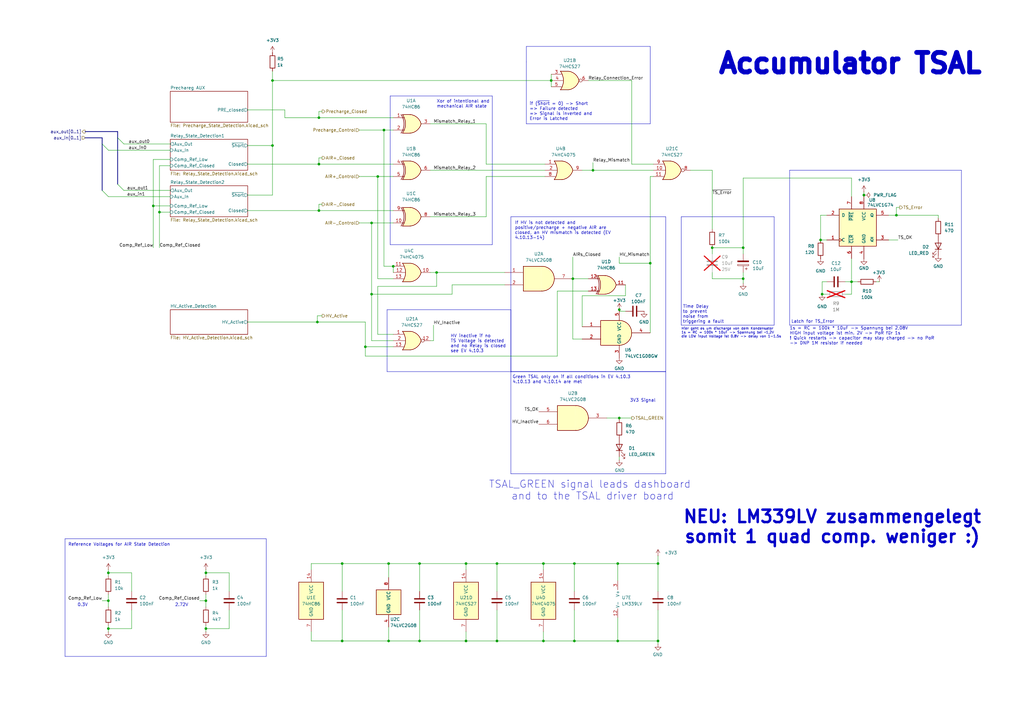
<source format=kicad_sch>
(kicad_sch
	(version 20231120)
	(generator "eeschema")
	(generator_version "8.0")
	(uuid "56b53f94-c2b2-4cdc-9d9a-c8fcb8f8f4f9")
	(paper "A3")
	(lib_symbols
		(symbol "74HC4075:74HC4075"
			(pin_names
				(offset 1.016)
			)
			(exclude_from_sim no)
			(in_bom yes)
			(on_board yes)
			(property "Reference" "U"
				(at 0 1.27 0)
				(effects
					(font
						(size 1.27 1.27)
					)
				)
			)
			(property "Value" "74HC4075"
				(at 0 -1.27 0)
				(effects
					(font
						(size 1.27 1.27)
					)
				)
			)
			(property "Footprint" "Package_SO:TSSOP-14_4.4x5mm_P0.65mm"
				(at 2.54 -27.94 0)
				(effects
					(font
						(size 1.27 1.27)
					)
					(hide yes)
				)
			)
			(property "Datasheet" "https://www.ti.com/lit/ds/symlink/cd54hc4075.pdf?ts=1705677999042&ref_url=https%253A%252F%252Fwww.google.com%252F"
				(at 2.54 -25.4 0)
				(effects
					(font
						(size 1.27 1.27)
					)
					(hide yes)
				)
			)
			(property "Description" "Triple 3-input OR"
				(at 0 0 0)
				(effects
					(font
						(size 1.27 1.27)
					)
					(hide yes)
				)
			)
			(property "ki_locked" ""
				(at 0 0 0)
				(effects
					(font
						(size 1.27 1.27)
					)
				)
			)
			(property "ki_keywords" "TTL Or3"
				(at 0 0 0)
				(effects
					(font
						(size 1.27 1.27)
					)
					(hide yes)
				)
			)
			(property "ki_fp_filters" "DIP*W7.62mm*"
				(at 0 0 0)
				(effects
					(font
						(size 1.27 1.27)
					)
					(hide yes)
				)
			)
			(symbol "74HC4075_1_1"
				(arc
					(start -3.81 -3.81)
					(mid -2.589 0)
					(end -3.81 3.81)
					(stroke
						(width 0.254)
						(type default)
					)
					(fill
						(type none)
					)
				)
				(arc
					(start -0.6096 -3.81)
					(mid 2.1842 -2.5851)
					(end 3.81 0)
					(stroke
						(width 0.254)
						(type default)
					)
					(fill
						(type background)
					)
				)
				(polyline
					(pts
						(xy -3.81 -3.81) (xy -0.635 -3.81)
					)
					(stroke
						(width 0.254)
						(type default)
					)
					(fill
						(type background)
					)
				)
				(polyline
					(pts
						(xy -3.81 3.81) (xy -0.635 3.81)
					)
					(stroke
						(width 0.254)
						(type default)
					)
					(fill
						(type background)
					)
				)
				(polyline
					(pts
						(xy -0.635 3.81) (xy -3.81 3.81) (xy -3.81 3.81) (xy -3.556 3.4036) (xy -3.0226 2.2606) (xy -2.6924 1.0414)
						(xy -2.6162 -0.254) (xy -2.7686 -1.4986) (xy -3.175 -2.7178) (xy -3.81 -3.81) (xy -3.81 -3.81)
						(xy -0.635 -3.81)
					)
					(stroke
						(width -25.4)
						(type default)
					)
					(fill
						(type background)
					)
				)
				(arc
					(start 3.81 0)
					(mid 2.1915 2.5936)
					(end -0.6096 3.81)
					(stroke
						(width 0.254)
						(type default)
					)
					(fill
						(type background)
					)
				)
				(pin input line
					(at -7.62 2.54 0)
					(length 4.318)
					(name "~"
						(effects
							(font
								(size 1.27 1.27)
							)
						)
					)
					(number "3"
						(effects
							(font
								(size 1.27 1.27)
							)
						)
					)
				)
				(pin input line
					(at -7.62 0 0)
					(length 4.953)
					(name "~"
						(effects
							(font
								(size 1.27 1.27)
							)
						)
					)
					(number "4"
						(effects
							(font
								(size 1.27 1.27)
							)
						)
					)
				)
				(pin input line
					(at -7.62 -2.54 0)
					(length 4.318)
					(name "~"
						(effects
							(font
								(size 1.27 1.27)
							)
						)
					)
					(number "5"
						(effects
							(font
								(size 1.27 1.27)
							)
						)
					)
				)
				(pin output line
					(at 7.62 0 180)
					(length 3.81)
					(name "~"
						(effects
							(font
								(size 1.27 1.27)
							)
						)
					)
					(number "6"
						(effects
							(font
								(size 1.27 1.27)
							)
						)
					)
				)
			)
			(symbol "74HC4075_1_2"
				(arc
					(start 0 -3.81)
					(mid 3.7934 0)
					(end 0 3.81)
					(stroke
						(width 0.254)
						(type default)
					)
					(fill
						(type background)
					)
				)
				(polyline
					(pts
						(xy 0 3.81) (xy -3.81 3.81) (xy -3.81 -3.81) (xy 0 -3.81)
					)
					(stroke
						(width 0.254)
						(type default)
					)
					(fill
						(type background)
					)
				)
				(pin input inverted
					(at -7.62 2.54 0)
					(length 3.81)
					(name "~"
						(effects
							(font
								(size 1.27 1.27)
							)
						)
					)
					(number "1"
						(effects
							(font
								(size 1.27 1.27)
							)
						)
					)
				)
				(pin output line
					(at 7.62 0 180)
					(length 3.81)
					(name "~"
						(effects
							(font
								(size 1.27 1.27)
							)
						)
					)
					(number "12"
						(effects
							(font
								(size 1.27 1.27)
							)
						)
					)
				)
				(pin input inverted
					(at -7.62 -2.54 0)
					(length 3.81)
					(name "~"
						(effects
							(font
								(size 1.27 1.27)
							)
						)
					)
					(number "13"
						(effects
							(font
								(size 1.27 1.27)
							)
						)
					)
				)
				(pin input inverted
					(at -7.62 0 0)
					(length 3.81)
					(name "~"
						(effects
							(font
								(size 1.27 1.27)
							)
						)
					)
					(number "2"
						(effects
							(font
								(size 1.27 1.27)
							)
						)
					)
				)
			)
			(symbol "74HC4075_2_1"
				(arc
					(start -3.81 -3.81)
					(mid -2.589 0)
					(end -3.81 3.81)
					(stroke
						(width 0.254)
						(type default)
					)
					(fill
						(type none)
					)
				)
				(arc
					(start -0.6096 -3.81)
					(mid 2.1842 -2.5851)
					(end 3.81 0)
					(stroke
						(width 0.254)
						(type default)
					)
					(fill
						(type background)
					)
				)
				(polyline
					(pts
						(xy -3.81 -3.81) (xy -0.635 -3.81)
					)
					(stroke
						(width 0.254)
						(type default)
					)
					(fill
						(type background)
					)
				)
				(polyline
					(pts
						(xy -3.81 3.81) (xy -0.635 3.81)
					)
					(stroke
						(width 0.254)
						(type default)
					)
					(fill
						(type background)
					)
				)
				(polyline
					(pts
						(xy -0.635 3.81) (xy -3.81 3.81) (xy -3.81 3.81) (xy -3.556 3.4036) (xy -3.0226 2.2606) (xy -2.6924 1.0414)
						(xy -2.6162 -0.254) (xy -2.7686 -1.4986) (xy -3.175 -2.7178) (xy -3.81 -3.81) (xy -3.81 -3.81)
						(xy -0.635 -3.81)
					)
					(stroke
						(width -25.4)
						(type default)
					)
					(fill
						(type background)
					)
				)
				(arc
					(start 3.81 0)
					(mid 2.1915 2.5936)
					(end -0.6096 3.81)
					(stroke
						(width 0.254)
						(type default)
					)
					(fill
						(type background)
					)
				)
				(pin input line
					(at -7.62 2.54 0)
					(length 4.318)
					(name "~"
						(effects
							(font
								(size 1.27 1.27)
							)
						)
					)
					(number "1"
						(effects
							(font
								(size 1.27 1.27)
							)
						)
					)
				)
				(pin input line
					(at -7.62 0 0)
					(length 4.953)
					(name "~"
						(effects
							(font
								(size 1.27 1.27)
							)
						)
					)
					(number "2"
						(effects
							(font
								(size 1.27 1.27)
							)
						)
					)
				)
				(pin input line
					(at -7.62 -2.54 0)
					(length 4.318)
					(name ""
						(effects
							(font
								(size 1.27 1.27)
							)
						)
					)
					(number "8"
						(effects
							(font
								(size 1.27 1.27)
							)
						)
					)
				)
				(pin output line
					(at 7.62 0 180)
					(length 3.81)
					(name "~"
						(effects
							(font
								(size 1.27 1.27)
							)
						)
					)
					(number "9"
						(effects
							(font
								(size 1.27 1.27)
							)
						)
					)
				)
			)
			(symbol "74HC4075_2_2"
				(arc
					(start 0 -3.81)
					(mid 3.7934 0)
					(end 0 3.81)
					(stroke
						(width 0.254)
						(type default)
					)
					(fill
						(type background)
					)
				)
				(polyline
					(pts
						(xy 0 3.81) (xy -3.81 3.81) (xy -3.81 -3.81) (xy 0 -3.81)
					)
					(stroke
						(width 0.254)
						(type default)
					)
					(fill
						(type background)
					)
				)
				(pin input inverted
					(at -7.62 2.54 0)
					(length 3.81)
					(name "~"
						(effects
							(font
								(size 1.27 1.27)
							)
						)
					)
					(number "3"
						(effects
							(font
								(size 1.27 1.27)
							)
						)
					)
				)
				(pin input inverted
					(at -7.62 0 0)
					(length 3.81)
					(name "~"
						(effects
							(font
								(size 1.27 1.27)
							)
						)
					)
					(number "4"
						(effects
							(font
								(size 1.27 1.27)
							)
						)
					)
				)
				(pin input inverted
					(at -7.62 -2.54 0)
					(length 3.81)
					(name "~"
						(effects
							(font
								(size 1.27 1.27)
							)
						)
					)
					(number "5"
						(effects
							(font
								(size 1.27 1.27)
							)
						)
					)
				)
				(pin output line
					(at 7.62 0 180)
					(length 3.81)
					(name "~"
						(effects
							(font
								(size 1.27 1.27)
							)
						)
					)
					(number "6"
						(effects
							(font
								(size 1.27 1.27)
							)
						)
					)
				)
			)
			(symbol "74HC4075_3_1"
				(arc
					(start -3.81 -3.81)
					(mid -2.589 0)
					(end -3.81 3.81)
					(stroke
						(width 0.254)
						(type default)
					)
					(fill
						(type none)
					)
				)
				(arc
					(start -0.6096 -3.81)
					(mid 2.1842 -2.5851)
					(end 3.81 0)
					(stroke
						(width 0.254)
						(type default)
					)
					(fill
						(type background)
					)
				)
				(polyline
					(pts
						(xy -3.81 -3.81) (xy -0.635 -3.81)
					)
					(stroke
						(width 0.254)
						(type default)
					)
					(fill
						(type background)
					)
				)
				(polyline
					(pts
						(xy -3.81 3.81) (xy -0.635 3.81)
					)
					(stroke
						(width 0.254)
						(type default)
					)
					(fill
						(type background)
					)
				)
				(polyline
					(pts
						(xy -0.635 3.81) (xy -3.81 3.81) (xy -3.81 3.81) (xy -3.556 3.4036) (xy -3.0226 2.2606) (xy -2.6924 1.0414)
						(xy -2.6162 -0.254) (xy -2.7686 -1.4986) (xy -3.175 -2.7178) (xy -3.81 -3.81) (xy -3.81 -3.81)
						(xy -0.635 -3.81)
					)
					(stroke
						(width -25.4)
						(type default)
					)
					(fill
						(type background)
					)
				)
				(arc
					(start 3.81 0)
					(mid 2.1915 2.5936)
					(end -0.6096 3.81)
					(stroke
						(width 0.254)
						(type default)
					)
					(fill
						(type background)
					)
				)
				(pin output line
					(at 7.62 0 180)
					(length 3.81)
					(name "~"
						(effects
							(font
								(size 1.27 1.27)
							)
						)
					)
					(number "10"
						(effects
							(font
								(size 1.27 1.27)
							)
						)
					)
				)
				(pin input line
					(at -7.62 2.54 0)
					(length 4.318)
					(name "~"
						(effects
							(font
								(size 1.27 1.27)
							)
						)
					)
					(number "11"
						(effects
							(font
								(size 1.27 1.27)
							)
						)
					)
				)
				(pin input line
					(at -7.62 0 0)
					(length 4.953)
					(name "~"
						(effects
							(font
								(size 1.27 1.27)
							)
						)
					)
					(number "12"
						(effects
							(font
								(size 1.27 1.27)
							)
						)
					)
				)
				(pin input line
					(at -7.62 -2.54 0)
					(length 4.318)
					(name "~"
						(effects
							(font
								(size 1.27 1.27)
							)
						)
					)
					(number "13"
						(effects
							(font
								(size 1.27 1.27)
							)
						)
					)
				)
			)
			(symbol "74HC4075_3_2"
				(arc
					(start 0 -3.81)
					(mid 3.7934 0)
					(end 0 3.81)
					(stroke
						(width 0.254)
						(type default)
					)
					(fill
						(type background)
					)
				)
				(polyline
					(pts
						(xy 0 3.81) (xy -3.81 3.81) (xy -3.81 -3.81) (xy 0 -3.81)
					)
					(stroke
						(width 0.254)
						(type default)
					)
					(fill
						(type background)
					)
				)
				(pin input inverted
					(at -7.62 0 0)
					(length 3.81)
					(name "~"
						(effects
							(font
								(size 1.27 1.27)
							)
						)
					)
					(number "10"
						(effects
							(font
								(size 1.27 1.27)
							)
						)
					)
				)
				(pin input inverted
					(at -7.62 -2.54 0)
					(length 3.81)
					(name "~"
						(effects
							(font
								(size 1.27 1.27)
							)
						)
					)
					(number "11"
						(effects
							(font
								(size 1.27 1.27)
							)
						)
					)
				)
				(pin output line
					(at 7.62 0 180)
					(length 3.81)
					(name "~"
						(effects
							(font
								(size 1.27 1.27)
							)
						)
					)
					(number "8"
						(effects
							(font
								(size 1.27 1.27)
							)
						)
					)
				)
				(pin input inverted
					(at -7.62 2.54 0)
					(length 3.81)
					(name "~"
						(effects
							(font
								(size 1.27 1.27)
							)
						)
					)
					(number "9"
						(effects
							(font
								(size 1.27 1.27)
							)
						)
					)
				)
			)
			(symbol "74HC4075_4_0"
				(pin power_in line
					(at 0 12.7 270)
					(length 5.08)
					(name "VCC"
						(effects
							(font
								(size 1.27 1.27)
							)
						)
					)
					(number "14"
						(effects
							(font
								(size 1.27 1.27)
							)
						)
					)
				)
				(pin power_in line
					(at 0 -12.7 90)
					(length 5.08)
					(name "GND"
						(effects
							(font
								(size 1.27 1.27)
							)
						)
					)
					(number "7"
						(effects
							(font
								(size 1.27 1.27)
							)
						)
					)
				)
			)
			(symbol "74HC4075_4_1"
				(rectangle
					(start -5.08 7.62)
					(end 5.08 -7.62)
					(stroke
						(width 0.254)
						(type default)
					)
					(fill
						(type background)
					)
				)
			)
		)
		(symbol "74xGxx:74AUC1G74"
			(pin_names
				(offset 1.016)
			)
			(exclude_from_sim no)
			(in_bom yes)
			(on_board yes)
			(property "Reference" "U"
				(at -5.08 10.16 0)
				(effects
					(font
						(size 1.27 1.27)
					)
				)
			)
			(property "Value" "74AUC1G74"
				(at 10.16 -10.16 0)
				(effects
					(font
						(size 1.27 1.27)
					)
				)
			)
			(property "Footprint" ""
				(at 0 0 0)
				(effects
					(font
						(size 1.27 1.27)
					)
					(hide yes)
				)
			)
			(property "Datasheet" "http://www.ti.com/lit/sg/scyt129e/scyt129e.pdf"
				(at 0 0 0)
				(effects
					(font
						(size 1.27 1.27)
					)
					(hide yes)
				)
			)
			(property "Description" "Single D Flip-Flop, Low-Voltage CMOS"
				(at 0 0 0)
				(effects
					(font
						(size 1.27 1.27)
					)
					(hide yes)
				)
			)
			(property "ki_keywords" "Single D Flip-Flop D CMOS"
				(at 0 0 0)
				(effects
					(font
						(size 1.27 1.27)
					)
					(hide yes)
				)
			)
			(property "ki_fp_filters" "SSOP* VSSOP*"
				(at 0 0 0)
				(effects
					(font
						(size 1.27 1.27)
					)
					(hide yes)
				)
			)
			(symbol "74AUC1G74_0_1"
				(rectangle
					(start -7.62 7.62)
					(end 7.62 -7.62)
					(stroke
						(width 0.254)
						(type default)
					)
					(fill
						(type background)
					)
				)
			)
			(symbol "74AUC1G74_1_1"
				(pin input clock
					(at -12.7 -5.08 0)
					(length 5.08)
					(name "C"
						(effects
							(font
								(size 1.27 1.27)
							)
						)
					)
					(number "1"
						(effects
							(font
								(size 1.27 1.27)
							)
						)
					)
				)
				(pin input line
					(at -12.7 5.08 0)
					(length 5.08)
					(name "D"
						(effects
							(font
								(size 1.27 1.27)
							)
						)
					)
					(number "2"
						(effects
							(font
								(size 1.27 1.27)
							)
						)
					)
				)
				(pin output line
					(at 12.7 -5.08 180)
					(length 5.08)
					(name "~{Q}"
						(effects
							(font
								(size 1.27 1.27)
							)
						)
					)
					(number "3"
						(effects
							(font
								(size 1.27 1.27)
							)
						)
					)
				)
				(pin power_in line
					(at 2.54 -12.7 90)
					(length 5.08)
					(name "GND"
						(effects
							(font
								(size 1.27 1.27)
							)
						)
					)
					(number "4"
						(effects
							(font
								(size 1.27 1.27)
							)
						)
					)
				)
				(pin output line
					(at 12.7 5.08 180)
					(length 5.08)
					(name "Q"
						(effects
							(font
								(size 1.27 1.27)
							)
						)
					)
					(number "5"
						(effects
							(font
								(size 1.27 1.27)
							)
						)
					)
				)
				(pin input line
					(at -2.54 -12.7 90)
					(length 5.08)
					(name "~{CLR}"
						(effects
							(font
								(size 1.27 1.27)
							)
						)
					)
					(number "6"
						(effects
							(font
								(size 1.27 1.27)
							)
						)
					)
				)
				(pin input line
					(at -2.54 12.7 270)
					(length 5.08)
					(name "~{PRE}"
						(effects
							(font
								(size 1.27 1.27)
							)
						)
					)
					(number "7"
						(effects
							(font
								(size 1.27 1.27)
							)
						)
					)
				)
				(pin power_in line
					(at 2.54 12.7 270)
					(length 5.08)
					(name "VCC"
						(effects
							(font
								(size 1.27 1.27)
							)
						)
					)
					(number "8"
						(effects
							(font
								(size 1.27 1.27)
							)
						)
					)
				)
			)
		)
		(symbol "74xGxx:74LVC1G08"
			(exclude_from_sim no)
			(in_bom yes)
			(on_board yes)
			(property "Reference" "U"
				(at -5.08 7.62 0)
				(effects
					(font
						(size 1.27 1.27)
					)
				)
			)
			(property "Value" "74LVC1G08"
				(at 7.62 -7.62 0)
				(effects
					(font
						(size 1.27 1.27)
					)
				)
			)
			(property "Footprint" ""
				(at 0 0 0)
				(effects
					(font
						(size 1.27 1.27)
					)
					(hide yes)
				)
			)
			(property "Datasheet" "https://www.ti.com/lit/ds/symlink/sn74lvc1g08.pdf"
				(at 0 0 0)
				(effects
					(font
						(size 1.27 1.27)
					)
					(hide yes)
				)
			)
			(property "Description" "Single AND Gate, Low-Voltage CMOS"
				(at 0 0 0)
				(effects
					(font
						(size 1.27 1.27)
					)
					(hide yes)
				)
			)
			(property "ki_keywords" "Single Gate AND LVC CMOS"
				(at 0 0 0)
				(effects
					(font
						(size 1.27 1.27)
					)
					(hide yes)
				)
			)
			(property "ki_fp_filters" "SOT?23* Texas?R-PDSO-G5?DCK* Texas?R-PDSO-N5?DRL* Texas?X2SON*0.8x0.8mm*P0.48mm*"
				(at 0 0 0)
				(effects
					(font
						(size 1.27 1.27)
					)
					(hide yes)
				)
			)
			(symbol "74LVC1G08_0_1"
				(arc
					(start 0 -5.08)
					(mid 5.0579 0)
					(end 0 5.08)
					(stroke
						(width 0.254)
						(type default)
					)
					(fill
						(type background)
					)
				)
				(polyline
					(pts
						(xy 0 -5.08) (xy -7.62 -5.08) (xy -7.62 5.08) (xy 0 5.08)
					)
					(stroke
						(width 0.254)
						(type default)
					)
					(fill
						(type background)
					)
				)
			)
			(symbol "74LVC1G08_1_1"
				(pin input line
					(at -15.24 2.54 0)
					(length 7.62)
					(name "~"
						(effects
							(font
								(size 1.27 1.27)
							)
						)
					)
					(number "1"
						(effects
							(font
								(size 1.27 1.27)
							)
						)
					)
				)
				(pin input line
					(at -15.24 -2.54 0)
					(length 7.62)
					(name "~"
						(effects
							(font
								(size 1.27 1.27)
							)
						)
					)
					(number "2"
						(effects
							(font
								(size 1.27 1.27)
							)
						)
					)
				)
				(pin power_in line
					(at 0 -10.16 90)
					(length 5.08)
					(name "GND"
						(effects
							(font
								(size 1.27 1.27)
							)
						)
					)
					(number "3"
						(effects
							(font
								(size 1.27 1.27)
							)
						)
					)
				)
				(pin output line
					(at 12.7 0 180)
					(length 7.62)
					(name "~"
						(effects
							(font
								(size 1.27 1.27)
							)
						)
					)
					(number "4"
						(effects
							(font
								(size 1.27 1.27)
							)
						)
					)
				)
				(pin power_in line
					(at 0 10.16 270)
					(length 5.08)
					(name "VCC"
						(effects
							(font
								(size 1.27 1.27)
							)
						)
					)
					(number "5"
						(effects
							(font
								(size 1.27 1.27)
							)
						)
					)
				)
			)
		)
		(symbol "74xGxx:74LVC2G08"
			(exclude_from_sim no)
			(in_bom yes)
			(on_board yes)
			(property "Reference" "U"
				(at -10.16 7.62 0)
				(effects
					(font
						(size 1.27 1.27)
					)
				)
			)
			(property "Value" "74LVC2G08"
				(at -10.16 -7.62 0)
				(effects
					(font
						(size 1.27 1.27)
					)
				)
			)
			(property "Footprint" ""
				(at 0 0 0)
				(effects
					(font
						(size 1.27 1.27)
					)
					(hide yes)
				)
			)
			(property "Datasheet" "http://www.ti.com/lit/sg/scyt129e/scyt129e.pdf"
				(at 0 0 0)
				(effects
					(font
						(size 1.27 1.27)
					)
					(hide yes)
				)
			)
			(property "Description" "Dual AND Gate, Low-Voltage CMOS"
				(at 0 0 0)
				(effects
					(font
						(size 1.27 1.27)
					)
					(hide yes)
				)
			)
			(property "ki_keywords" "Dual Gate AND LVC CMOS"
				(at 0 0 0)
				(effects
					(font
						(size 1.27 1.27)
					)
					(hide yes)
				)
			)
			(property "ki_fp_filters" "SSOP* VSSOP*"
				(at 0 0 0)
				(effects
					(font
						(size 1.27 1.27)
					)
					(hide yes)
				)
			)
			(symbol "74LVC2G08_1_1"
				(arc
					(start 0 -5.08)
					(mid 5.0579 0)
					(end 0 5.08)
					(stroke
						(width 0.254)
						(type default)
					)
					(fill
						(type background)
					)
				)
				(polyline
					(pts
						(xy 0 -5.08) (xy -7.62 -5.08) (xy -7.62 5.08) (xy 0 5.08)
					)
					(stroke
						(width 0.254)
						(type default)
					)
					(fill
						(type background)
					)
				)
				(pin input line
					(at -15.24 2.54 0)
					(length 7.62)
					(name "~"
						(effects
							(font
								(size 1.27 1.27)
							)
						)
					)
					(number "1"
						(effects
							(font
								(size 1.27 1.27)
							)
						)
					)
				)
				(pin input line
					(at -15.24 -2.54 0)
					(length 7.62)
					(name "~"
						(effects
							(font
								(size 1.27 1.27)
							)
						)
					)
					(number "2"
						(effects
							(font
								(size 1.27 1.27)
							)
						)
					)
				)
				(pin output line
					(at 12.7 0 180)
					(length 7.62)
					(name "~"
						(effects
							(font
								(size 1.27 1.27)
							)
						)
					)
					(number "7"
						(effects
							(font
								(size 1.27 1.27)
							)
						)
					)
				)
			)
			(symbol "74LVC2G08_2_1"
				(arc
					(start 0 -5.08)
					(mid 5.0579 0)
					(end 0 5.08)
					(stroke
						(width 0.254)
						(type default)
					)
					(fill
						(type background)
					)
				)
				(polyline
					(pts
						(xy 0 -5.08) (xy -7.62 -5.08) (xy -7.62 5.08) (xy 0 5.08)
					)
					(stroke
						(width 0.254)
						(type default)
					)
					(fill
						(type background)
					)
				)
				(pin output line
					(at 12.7 0 180)
					(length 7.62)
					(name "~"
						(effects
							(font
								(size 1.27 1.27)
							)
						)
					)
					(number "3"
						(effects
							(font
								(size 1.27 1.27)
							)
						)
					)
				)
				(pin input line
					(at -15.24 2.54 0)
					(length 7.62)
					(name "~"
						(effects
							(font
								(size 1.27 1.27)
							)
						)
					)
					(number "5"
						(effects
							(font
								(size 1.27 1.27)
							)
						)
					)
				)
				(pin input line
					(at -15.24 -2.54 0)
					(length 7.62)
					(name "~"
						(effects
							(font
								(size 1.27 1.27)
							)
						)
					)
					(number "6"
						(effects
							(font
								(size 1.27 1.27)
							)
						)
					)
				)
			)
			(symbol "74LVC2G08_3_0"
				(rectangle
					(start -5.08 -5.08)
					(end 5.08 5.08)
					(stroke
						(width 0.254)
						(type default)
					)
					(fill
						(type background)
					)
				)
			)
			(symbol "74LVC2G08_3_1"
				(pin power_in line
					(at 0 -10.16 90)
					(length 5.08)
					(name "GND"
						(effects
							(font
								(size 1.27 1.27)
							)
						)
					)
					(number "4"
						(effects
							(font
								(size 1.27 1.27)
							)
						)
					)
				)
				(pin power_in line
					(at 0 10.16 270)
					(length 5.08)
					(name "VCC"
						(effects
							(font
								(size 1.27 1.27)
							)
						)
					)
					(number "8"
						(effects
							(font
								(size 1.27 1.27)
							)
						)
					)
				)
			)
		)
		(symbol "74xx:74HC86"
			(pin_names
				(offset 1.016)
			)
			(exclude_from_sim no)
			(in_bom yes)
			(on_board yes)
			(property "Reference" "U"
				(at 0 1.27 0)
				(effects
					(font
						(size 1.27 1.27)
					)
				)
			)
			(property "Value" "74HC86"
				(at 0 -1.27 0)
				(effects
					(font
						(size 1.27 1.27)
					)
				)
			)
			(property "Footprint" ""
				(at 0 0 0)
				(effects
					(font
						(size 1.27 1.27)
					)
					(hide yes)
				)
			)
			(property "Datasheet" "http://www.ti.com/lit/gpn/sn74HC86"
				(at 0 0 0)
				(effects
					(font
						(size 1.27 1.27)
					)
					(hide yes)
				)
			)
			(property "Description" "Quad 2-input XOR"
				(at 0 0 0)
				(effects
					(font
						(size 1.27 1.27)
					)
					(hide yes)
				)
			)
			(property "ki_locked" ""
				(at 0 0 0)
				(effects
					(font
						(size 1.27 1.27)
					)
				)
			)
			(property "ki_keywords" "TTL XOR2"
				(at 0 0 0)
				(effects
					(font
						(size 1.27 1.27)
					)
					(hide yes)
				)
			)
			(property "ki_fp_filters" "DIP*W7.62mm*"
				(at 0 0 0)
				(effects
					(font
						(size 1.27 1.27)
					)
					(hide yes)
				)
			)
			(symbol "74HC86_1_0"
				(arc
					(start -4.4196 -3.81)
					(mid -3.2033 0)
					(end -4.4196 3.81)
					(stroke
						(width 0.254)
						(type default)
					)
					(fill
						(type none)
					)
				)
				(arc
					(start -3.81 -3.81)
					(mid -2.589 0)
					(end -3.81 3.81)
					(stroke
						(width 0.254)
						(type default)
					)
					(fill
						(type none)
					)
				)
				(arc
					(start -0.6096 -3.81)
					(mid 2.1842 -2.5851)
					(end 3.81 0)
					(stroke
						(width 0.254)
						(type default)
					)
					(fill
						(type background)
					)
				)
				(polyline
					(pts
						(xy -3.81 -3.81) (xy -0.635 -3.81)
					)
					(stroke
						(width 0.254)
						(type default)
					)
					(fill
						(type background)
					)
				)
				(polyline
					(pts
						(xy -3.81 3.81) (xy -0.635 3.81)
					)
					(stroke
						(width 0.254)
						(type default)
					)
					(fill
						(type background)
					)
				)
				(polyline
					(pts
						(xy -0.635 3.81) (xy -3.81 3.81) (xy -3.81 3.81) (xy -3.556 3.4036) (xy -3.0226 2.2606) (xy -2.6924 1.0414)
						(xy -2.6162 -0.254) (xy -2.7686 -1.4986) (xy -3.175 -2.7178) (xy -3.81 -3.81) (xy -3.81 -3.81)
						(xy -0.635 -3.81)
					)
					(stroke
						(width -25.4)
						(type default)
					)
					(fill
						(type background)
					)
				)
				(arc
					(start 3.81 0)
					(mid 2.1915 2.5936)
					(end -0.6096 3.81)
					(stroke
						(width 0.254)
						(type default)
					)
					(fill
						(type background)
					)
				)
				(pin input line
					(at -7.62 2.54 0)
					(length 4.445)
					(name "~"
						(effects
							(font
								(size 1.27 1.27)
							)
						)
					)
					(number "1"
						(effects
							(font
								(size 1.27 1.27)
							)
						)
					)
				)
				(pin input line
					(at -7.62 -2.54 0)
					(length 4.445)
					(name "~"
						(effects
							(font
								(size 1.27 1.27)
							)
						)
					)
					(number "2"
						(effects
							(font
								(size 1.27 1.27)
							)
						)
					)
				)
				(pin output line
					(at 7.62 0 180)
					(length 3.81)
					(name "~"
						(effects
							(font
								(size 1.27 1.27)
							)
						)
					)
					(number "3"
						(effects
							(font
								(size 1.27 1.27)
							)
						)
					)
				)
			)
			(symbol "74HC86_1_1"
				(polyline
					(pts
						(xy -3.81 -2.54) (xy -3.175 -2.54)
					)
					(stroke
						(width 0.1524)
						(type default)
					)
					(fill
						(type none)
					)
				)
				(polyline
					(pts
						(xy -3.81 2.54) (xy -3.175 2.54)
					)
					(stroke
						(width 0.1524)
						(type default)
					)
					(fill
						(type none)
					)
				)
			)
			(symbol "74HC86_2_0"
				(arc
					(start -4.4196 -3.81)
					(mid -3.2033 0)
					(end -4.4196 3.81)
					(stroke
						(width 0.254)
						(type default)
					)
					(fill
						(type none)
					)
				)
				(arc
					(start -3.81 -3.81)
					(mid -2.589 0)
					(end -3.81 3.81)
					(stroke
						(width 0.254)
						(type default)
					)
					(fill
						(type none)
					)
				)
				(arc
					(start -0.6096 -3.81)
					(mid 2.1842 -2.5851)
					(end 3.81 0)
					(stroke
						(width 0.254)
						(type default)
					)
					(fill
						(type background)
					)
				)
				(polyline
					(pts
						(xy -3.81 -3.81) (xy -0.635 -3.81)
					)
					(stroke
						(width 0.254)
						(type default)
					)
					(fill
						(type background)
					)
				)
				(polyline
					(pts
						(xy -3.81 3.81) (xy -0.635 3.81)
					)
					(stroke
						(width 0.254)
						(type default)
					)
					(fill
						(type background)
					)
				)
				(polyline
					(pts
						(xy -0.635 3.81) (xy -3.81 3.81) (xy -3.81 3.81) (xy -3.556 3.4036) (xy -3.0226 2.2606) (xy -2.6924 1.0414)
						(xy -2.6162 -0.254) (xy -2.7686 -1.4986) (xy -3.175 -2.7178) (xy -3.81 -3.81) (xy -3.81 -3.81)
						(xy -0.635 -3.81)
					)
					(stroke
						(width -25.4)
						(type default)
					)
					(fill
						(type background)
					)
				)
				(arc
					(start 3.81 0)
					(mid 2.1915 2.5936)
					(end -0.6096 3.81)
					(stroke
						(width 0.254)
						(type default)
					)
					(fill
						(type background)
					)
				)
				(pin input line
					(at -7.62 2.54 0)
					(length 4.445)
					(name "~"
						(effects
							(font
								(size 1.27 1.27)
							)
						)
					)
					(number "4"
						(effects
							(font
								(size 1.27 1.27)
							)
						)
					)
				)
				(pin input line
					(at -7.62 -2.54 0)
					(length 4.445)
					(name "~"
						(effects
							(font
								(size 1.27 1.27)
							)
						)
					)
					(number "5"
						(effects
							(font
								(size 1.27 1.27)
							)
						)
					)
				)
				(pin output line
					(at 7.62 0 180)
					(length 3.81)
					(name "~"
						(effects
							(font
								(size 1.27 1.27)
							)
						)
					)
					(number "6"
						(effects
							(font
								(size 1.27 1.27)
							)
						)
					)
				)
			)
			(symbol "74HC86_2_1"
				(polyline
					(pts
						(xy -3.81 -2.54) (xy -3.175 -2.54)
					)
					(stroke
						(width 0.1524)
						(type default)
					)
					(fill
						(type none)
					)
				)
				(polyline
					(pts
						(xy -3.81 2.54) (xy -3.175 2.54)
					)
					(stroke
						(width 0.1524)
						(type default)
					)
					(fill
						(type none)
					)
				)
			)
			(symbol "74HC86_3_0"
				(arc
					(start -4.4196 -3.81)
					(mid -3.2033 0)
					(end -4.4196 3.81)
					(stroke
						(width 0.254)
						(type default)
					)
					(fill
						(type none)
					)
				)
				(arc
					(start -3.81 -3.81)
					(mid -2.589 0)
					(end -3.81 3.81)
					(stroke
						(width 0.254)
						(type default)
					)
					(fill
						(type none)
					)
				)
				(arc
					(start -0.6096 -3.81)
					(mid 2.1842 -2.5851)
					(end 3.81 0)
					(stroke
						(width 0.254)
						(type default)
					)
					(fill
						(type background)
					)
				)
				(polyline
					(pts
						(xy -3.81 -3.81) (xy -0.635 -3.81)
					)
					(stroke
						(width 0.254)
						(type default)
					)
					(fill
						(type background)
					)
				)
				(polyline
					(pts
						(xy -3.81 3.81) (xy -0.635 3.81)
					)
					(stroke
						(width 0.254)
						(type default)
					)
					(fill
						(type background)
					)
				)
				(polyline
					(pts
						(xy -0.635 3.81) (xy -3.81 3.81) (xy -3.81 3.81) (xy -3.556 3.4036) (xy -3.0226 2.2606) (xy -2.6924 1.0414)
						(xy -2.6162 -0.254) (xy -2.7686 -1.4986) (xy -3.175 -2.7178) (xy -3.81 -3.81) (xy -3.81 -3.81)
						(xy -0.635 -3.81)
					)
					(stroke
						(width -25.4)
						(type default)
					)
					(fill
						(type background)
					)
				)
				(arc
					(start 3.81 0)
					(mid 2.1915 2.5936)
					(end -0.6096 3.81)
					(stroke
						(width 0.254)
						(type default)
					)
					(fill
						(type background)
					)
				)
				(pin input line
					(at -7.62 -2.54 0)
					(length 4.445)
					(name "~"
						(effects
							(font
								(size 1.27 1.27)
							)
						)
					)
					(number "10"
						(effects
							(font
								(size 1.27 1.27)
							)
						)
					)
				)
				(pin output line
					(at 7.62 0 180)
					(length 3.81)
					(name "~"
						(effects
							(font
								(size 1.27 1.27)
							)
						)
					)
					(number "8"
						(effects
							(font
								(size 1.27 1.27)
							)
						)
					)
				)
				(pin input line
					(at -7.62 2.54 0)
					(length 4.445)
					(name "~"
						(effects
							(font
								(size 1.27 1.27)
							)
						)
					)
					(number "9"
						(effects
							(font
								(size 1.27 1.27)
							)
						)
					)
				)
			)
			(symbol "74HC86_3_1"
				(polyline
					(pts
						(xy -3.81 -2.54) (xy -3.175 -2.54)
					)
					(stroke
						(width 0.1524)
						(type default)
					)
					(fill
						(type none)
					)
				)
				(polyline
					(pts
						(xy -3.81 2.54) (xy -3.175 2.54)
					)
					(stroke
						(width 0.1524)
						(type default)
					)
					(fill
						(type none)
					)
				)
			)
			(symbol "74HC86_4_0"
				(arc
					(start -4.4196 -3.81)
					(mid -3.2033 0)
					(end -4.4196 3.81)
					(stroke
						(width 0.254)
						(type default)
					)
					(fill
						(type none)
					)
				)
				(arc
					(start -3.81 -3.81)
					(mid -2.589 0)
					(end -3.81 3.81)
					(stroke
						(width 0.254)
						(type default)
					)
					(fill
						(type none)
					)
				)
				(arc
					(start -0.6096 -3.81)
					(mid 2.1842 -2.5851)
					(end 3.81 0)
					(stroke
						(width 0.254)
						(type default)
					)
					(fill
						(type background)
					)
				)
				(polyline
					(pts
						(xy -3.81 -3.81) (xy -0.635 -3.81)
					)
					(stroke
						(width 0.254)
						(type default)
					)
					(fill
						(type background)
					)
				)
				(polyline
					(pts
						(xy -3.81 3.81) (xy -0.635 3.81)
					)
					(stroke
						(width 0.254)
						(type default)
					)
					(fill
						(type background)
					)
				)
				(polyline
					(pts
						(xy -0.635 3.81) (xy -3.81 3.81) (xy -3.81 3.81) (xy -3.556 3.4036) (xy -3.0226 2.2606) (xy -2.6924 1.0414)
						(xy -2.6162 -0.254) (xy -2.7686 -1.4986) (xy -3.175 -2.7178) (xy -3.81 -3.81) (xy -3.81 -3.81)
						(xy -0.635 -3.81)
					)
					(stroke
						(width -25.4)
						(type default)
					)
					(fill
						(type background)
					)
				)
				(arc
					(start 3.81 0)
					(mid 2.1915 2.5936)
					(end -0.6096 3.81)
					(stroke
						(width 0.254)
						(type default)
					)
					(fill
						(type background)
					)
				)
				(pin output line
					(at 7.62 0 180)
					(length 3.81)
					(name "~"
						(effects
							(font
								(size 1.27 1.27)
							)
						)
					)
					(number "11"
						(effects
							(font
								(size 1.27 1.27)
							)
						)
					)
				)
				(pin input line
					(at -7.62 2.54 0)
					(length 4.445)
					(name "~"
						(effects
							(font
								(size 1.27 1.27)
							)
						)
					)
					(number "12"
						(effects
							(font
								(size 1.27 1.27)
							)
						)
					)
				)
				(pin input line
					(at -7.62 -2.54 0)
					(length 4.445)
					(name "~"
						(effects
							(font
								(size 1.27 1.27)
							)
						)
					)
					(number "13"
						(effects
							(font
								(size 1.27 1.27)
							)
						)
					)
				)
			)
			(symbol "74HC86_4_1"
				(polyline
					(pts
						(xy -3.81 -2.54) (xy -3.175 -2.54)
					)
					(stroke
						(width 0.1524)
						(type default)
					)
					(fill
						(type none)
					)
				)
				(polyline
					(pts
						(xy -3.81 2.54) (xy -3.175 2.54)
					)
					(stroke
						(width 0.1524)
						(type default)
					)
					(fill
						(type none)
					)
				)
			)
			(symbol "74HC86_5_0"
				(pin power_in line
					(at 0 12.7 270)
					(length 5.08)
					(name "VCC"
						(effects
							(font
								(size 1.27 1.27)
							)
						)
					)
					(number "14"
						(effects
							(font
								(size 1.27 1.27)
							)
						)
					)
				)
				(pin power_in line
					(at 0 -12.7 90)
					(length 5.08)
					(name "GND"
						(effects
							(font
								(size 1.27 1.27)
							)
						)
					)
					(number "7"
						(effects
							(font
								(size 1.27 1.27)
							)
						)
					)
				)
			)
			(symbol "74HC86_5_1"
				(rectangle
					(start -5.08 7.62)
					(end 5.08 -7.62)
					(stroke
						(width 0.254)
						(type default)
					)
					(fill
						(type background)
					)
				)
			)
		)
		(symbol "Comparator:LM339"
			(pin_names
				(offset 0.127)
			)
			(exclude_from_sim no)
			(in_bom yes)
			(on_board yes)
			(property "Reference" "U"
				(at 0 5.08 0)
				(effects
					(font
						(size 1.27 1.27)
					)
					(justify left)
				)
			)
			(property "Value" "LM339"
				(at 0 -5.08 0)
				(effects
					(font
						(size 1.27 1.27)
					)
					(justify left)
				)
			)
			(property "Footprint" ""
				(at -1.27 2.54 0)
				(effects
					(font
						(size 1.27 1.27)
					)
					(hide yes)
				)
			)
			(property "Datasheet" "https://www.st.com/resource/en/datasheet/lm139.pdf"
				(at 1.27 5.08 0)
				(effects
					(font
						(size 1.27 1.27)
					)
					(hide yes)
				)
			)
			(property "Description" "Quad Differential Comparators, SOIC-14/TSSOP-14"
				(at 0 0 0)
				(effects
					(font
						(size 1.27 1.27)
					)
					(hide yes)
				)
			)
			(property "ki_locked" ""
				(at 0 0 0)
				(effects
					(font
						(size 1.27 1.27)
					)
				)
			)
			(property "ki_keywords" "cmp open collector"
				(at 0 0 0)
				(effects
					(font
						(size 1.27 1.27)
					)
					(hide yes)
				)
			)
			(property "ki_fp_filters" "SOIC*3.9x8.7mm*P1.27mm* TSSOP*4.4x5mm*P0.65mm*"
				(at 0 0 0)
				(effects
					(font
						(size 1.27 1.27)
					)
					(hide yes)
				)
			)
			(symbol "LM339_1_1"
				(polyline
					(pts
						(xy -5.08 5.08) (xy 5.08 0) (xy -5.08 -5.08) (xy -5.08 5.08)
					)
					(stroke
						(width 0.254)
						(type default)
					)
					(fill
						(type background)
					)
				)
				(polyline
					(pts
						(xy 3.302 -0.508) (xy 2.794 -0.508) (xy 3.302 0) (xy 2.794 0.508) (xy 2.286 0) (xy 2.794 -0.508)
						(xy 2.286 -0.508)
					)
					(stroke
						(width 0.127)
						(type default)
					)
					(fill
						(type none)
					)
				)
				(pin open_collector line
					(at 7.62 0 180)
					(length 2.54)
					(name "~"
						(effects
							(font
								(size 1.27 1.27)
							)
						)
					)
					(number "2"
						(effects
							(font
								(size 1.27 1.27)
							)
						)
					)
				)
				(pin input line
					(at -7.62 -2.54 0)
					(length 2.54)
					(name "-"
						(effects
							(font
								(size 1.27 1.27)
							)
						)
					)
					(number "4"
						(effects
							(font
								(size 1.27 1.27)
							)
						)
					)
				)
				(pin input line
					(at -7.62 2.54 0)
					(length 2.54)
					(name "+"
						(effects
							(font
								(size 1.27 1.27)
							)
						)
					)
					(number "5"
						(effects
							(font
								(size 1.27 1.27)
							)
						)
					)
				)
			)
			(symbol "LM339_2_1"
				(polyline
					(pts
						(xy -5.08 5.08) (xy 5.08 0) (xy -5.08 -5.08) (xy -5.08 5.08)
					)
					(stroke
						(width 0.254)
						(type default)
					)
					(fill
						(type background)
					)
				)
				(polyline
					(pts
						(xy 3.302 -0.508) (xy 2.794 -0.508) (xy 3.302 0) (xy 2.794 0.508) (xy 2.286 0) (xy 2.794 -0.508)
						(xy 2.286 -0.508)
					)
					(stroke
						(width 0.127)
						(type default)
					)
					(fill
						(type none)
					)
				)
				(pin open_collector line
					(at 7.62 0 180)
					(length 2.54)
					(name "~"
						(effects
							(font
								(size 1.27 1.27)
							)
						)
					)
					(number "1"
						(effects
							(font
								(size 1.27 1.27)
							)
						)
					)
				)
				(pin input line
					(at -7.62 -2.54 0)
					(length 2.54)
					(name "-"
						(effects
							(font
								(size 1.27 1.27)
							)
						)
					)
					(number "6"
						(effects
							(font
								(size 1.27 1.27)
							)
						)
					)
				)
				(pin input line
					(at -7.62 2.54 0)
					(length 2.54)
					(name "+"
						(effects
							(font
								(size 1.27 1.27)
							)
						)
					)
					(number "7"
						(effects
							(font
								(size 1.27 1.27)
							)
						)
					)
				)
			)
			(symbol "LM339_3_1"
				(polyline
					(pts
						(xy -5.08 5.08) (xy 5.08 0) (xy -5.08 -5.08) (xy -5.08 5.08)
					)
					(stroke
						(width 0.254)
						(type default)
					)
					(fill
						(type background)
					)
				)
				(polyline
					(pts
						(xy 3.302 -0.508) (xy 2.794 -0.508) (xy 3.302 0) (xy 2.794 0.508) (xy 2.286 0) (xy 2.794 -0.508)
						(xy 2.286 -0.508)
					)
					(stroke
						(width 0.127)
						(type default)
					)
					(fill
						(type none)
					)
				)
				(pin input line
					(at -7.62 -2.54 0)
					(length 2.54)
					(name "-"
						(effects
							(font
								(size 1.27 1.27)
							)
						)
					)
					(number "10"
						(effects
							(font
								(size 1.27 1.27)
							)
						)
					)
				)
				(pin input line
					(at -7.62 2.54 0)
					(length 2.54)
					(name "+"
						(effects
							(font
								(size 1.27 1.27)
							)
						)
					)
					(number "11"
						(effects
							(font
								(size 1.27 1.27)
							)
						)
					)
				)
				(pin open_collector line
					(at 7.62 0 180)
					(length 2.54)
					(name "~"
						(effects
							(font
								(size 1.27 1.27)
							)
						)
					)
					(number "13"
						(effects
							(font
								(size 1.27 1.27)
							)
						)
					)
				)
			)
			(symbol "LM339_4_1"
				(polyline
					(pts
						(xy -5.08 5.08) (xy 5.08 0) (xy -5.08 -5.08) (xy -5.08 5.08)
					)
					(stroke
						(width 0.254)
						(type default)
					)
					(fill
						(type background)
					)
				)
				(polyline
					(pts
						(xy 3.302 -0.508) (xy 2.794 -0.508) (xy 3.302 0) (xy 2.794 0.508) (xy 2.286 0) (xy 2.794 -0.508)
						(xy 2.286 -0.508)
					)
					(stroke
						(width 0.127)
						(type default)
					)
					(fill
						(type none)
					)
				)
				(pin open_collector line
					(at 7.62 0 180)
					(length 2.54)
					(name "~"
						(effects
							(font
								(size 1.27 1.27)
							)
						)
					)
					(number "14"
						(effects
							(font
								(size 1.27 1.27)
							)
						)
					)
				)
				(pin input line
					(at -7.62 -2.54 0)
					(length 2.54)
					(name "-"
						(effects
							(font
								(size 1.27 1.27)
							)
						)
					)
					(number "8"
						(effects
							(font
								(size 1.27 1.27)
							)
						)
					)
				)
				(pin input line
					(at -7.62 2.54 0)
					(length 2.54)
					(name "+"
						(effects
							(font
								(size 1.27 1.27)
							)
						)
					)
					(number "9"
						(effects
							(font
								(size 1.27 1.27)
							)
						)
					)
				)
			)
			(symbol "LM339_5_1"
				(pin power_in line
					(at -2.54 -7.62 90)
					(length 3.81)
					(name "V-"
						(effects
							(font
								(size 1.27 1.27)
							)
						)
					)
					(number "12"
						(effects
							(font
								(size 1.27 1.27)
							)
						)
					)
				)
				(pin power_in line
					(at -2.54 7.62 270)
					(length 3.81)
					(name "V+"
						(effects
							(font
								(size 1.27 1.27)
							)
						)
					)
					(number "3"
						(effects
							(font
								(size 1.27 1.27)
							)
						)
					)
				)
			)
		)
		(symbol "Device:C"
			(pin_numbers hide)
			(pin_names
				(offset 0.254)
			)
			(exclude_from_sim no)
			(in_bom yes)
			(on_board yes)
			(property "Reference" "C"
				(at 0.635 2.54 0)
				(effects
					(font
						(size 1.27 1.27)
					)
					(justify left)
				)
			)
			(property "Value" "C"
				(at 0.635 -2.54 0)
				(effects
					(font
						(size 1.27 1.27)
					)
					(justify left)
				)
			)
			(property "Footprint" ""
				(at 0.9652 -3.81 0)
				(effects
					(font
						(size 1.27 1.27)
					)
					(hide yes)
				)
			)
			(property "Datasheet" "~"
				(at 0 0 0)
				(effects
					(font
						(size 1.27 1.27)
					)
					(hide yes)
				)
			)
			(property "Description" "Unpolarized capacitor"
				(at 0 0 0)
				(effects
					(font
						(size 1.27 1.27)
					)
					(hide yes)
				)
			)
			(property "ki_keywords" "cap capacitor"
				(at 0 0 0)
				(effects
					(font
						(size 1.27 1.27)
					)
					(hide yes)
				)
			)
			(property "ki_fp_filters" "C_*"
				(at 0 0 0)
				(effects
					(font
						(size 1.27 1.27)
					)
					(hide yes)
				)
			)
			(symbol "C_0_1"
				(polyline
					(pts
						(xy -2.032 -0.762) (xy 2.032 -0.762)
					)
					(stroke
						(width 0.508)
						(type default)
					)
					(fill
						(type none)
					)
				)
				(polyline
					(pts
						(xy -2.032 0.762) (xy 2.032 0.762)
					)
					(stroke
						(width 0.508)
						(type default)
					)
					(fill
						(type none)
					)
				)
			)
			(symbol "C_1_1"
				(pin passive line
					(at 0 3.81 270)
					(length 2.794)
					(name "~"
						(effects
							(font
								(size 1.27 1.27)
							)
						)
					)
					(number "1"
						(effects
							(font
								(size 1.27 1.27)
							)
						)
					)
				)
				(pin passive line
					(at 0 -3.81 90)
					(length 2.794)
					(name "~"
						(effects
							(font
								(size 1.27 1.27)
							)
						)
					)
					(number "2"
						(effects
							(font
								(size 1.27 1.27)
							)
						)
					)
				)
			)
		)
		(symbol "Device:C_Polarized"
			(pin_numbers hide)
			(pin_names
				(offset 0.254)
			)
			(exclude_from_sim no)
			(in_bom yes)
			(on_board yes)
			(property "Reference" "C"
				(at 0.635 2.54 0)
				(effects
					(font
						(size 1.27 1.27)
					)
					(justify left)
				)
			)
			(property "Value" "C_Polarized"
				(at 0.635 -2.54 0)
				(effects
					(font
						(size 1.27 1.27)
					)
					(justify left)
				)
			)
			(property "Footprint" ""
				(at 0.9652 -3.81 0)
				(effects
					(font
						(size 1.27 1.27)
					)
					(hide yes)
				)
			)
			(property "Datasheet" "~"
				(at 0 0 0)
				(effects
					(font
						(size 1.27 1.27)
					)
					(hide yes)
				)
			)
			(property "Description" "Polarized capacitor"
				(at 0 0 0)
				(effects
					(font
						(size 1.27 1.27)
					)
					(hide yes)
				)
			)
			(property "ki_keywords" "cap capacitor"
				(at 0 0 0)
				(effects
					(font
						(size 1.27 1.27)
					)
					(hide yes)
				)
			)
			(property "ki_fp_filters" "CP_*"
				(at 0 0 0)
				(effects
					(font
						(size 1.27 1.27)
					)
					(hide yes)
				)
			)
			(symbol "C_Polarized_0_1"
				(rectangle
					(start -2.286 0.508)
					(end 2.286 1.016)
					(stroke
						(width 0)
						(type default)
					)
					(fill
						(type none)
					)
				)
				(polyline
					(pts
						(xy -1.778 2.286) (xy -0.762 2.286)
					)
					(stroke
						(width 0)
						(type default)
					)
					(fill
						(type none)
					)
				)
				(polyline
					(pts
						(xy -1.27 2.794) (xy -1.27 1.778)
					)
					(stroke
						(width 0)
						(type default)
					)
					(fill
						(type none)
					)
				)
				(rectangle
					(start 2.286 -0.508)
					(end -2.286 -1.016)
					(stroke
						(width 0)
						(type default)
					)
					(fill
						(type outline)
					)
				)
			)
			(symbol "C_Polarized_1_1"
				(pin passive line
					(at 0 3.81 270)
					(length 2.794)
					(name "~"
						(effects
							(font
								(size 1.27 1.27)
							)
						)
					)
					(number "1"
						(effects
							(font
								(size 1.27 1.27)
							)
						)
					)
				)
				(pin passive line
					(at 0 -3.81 90)
					(length 2.794)
					(name "~"
						(effects
							(font
								(size 1.27 1.27)
							)
						)
					)
					(number "2"
						(effects
							(font
								(size 1.27 1.27)
							)
						)
					)
				)
			)
		)
		(symbol "Device:LED"
			(pin_numbers hide)
			(pin_names
				(offset 1.016) hide)
			(exclude_from_sim no)
			(in_bom yes)
			(on_board yes)
			(property "Reference" "D"
				(at 0 2.54 0)
				(effects
					(font
						(size 1.27 1.27)
					)
				)
			)
			(property "Value" "LED"
				(at 0 -2.54 0)
				(effects
					(font
						(size 1.27 1.27)
					)
				)
			)
			(property "Footprint" ""
				(at 0 0 0)
				(effects
					(font
						(size 1.27 1.27)
					)
					(hide yes)
				)
			)
			(property "Datasheet" "~"
				(at 0 0 0)
				(effects
					(font
						(size 1.27 1.27)
					)
					(hide yes)
				)
			)
			(property "Description" "Light emitting diode"
				(at 0 0 0)
				(effects
					(font
						(size 1.27 1.27)
					)
					(hide yes)
				)
			)
			(property "ki_keywords" "LED diode"
				(at 0 0 0)
				(effects
					(font
						(size 1.27 1.27)
					)
					(hide yes)
				)
			)
			(property "ki_fp_filters" "LED* LED_SMD:* LED_THT:*"
				(at 0 0 0)
				(effects
					(font
						(size 1.27 1.27)
					)
					(hide yes)
				)
			)
			(symbol "LED_0_1"
				(polyline
					(pts
						(xy -1.27 -1.27) (xy -1.27 1.27)
					)
					(stroke
						(width 0.254)
						(type default)
					)
					(fill
						(type none)
					)
				)
				(polyline
					(pts
						(xy -1.27 0) (xy 1.27 0)
					)
					(stroke
						(width 0)
						(type default)
					)
					(fill
						(type none)
					)
				)
				(polyline
					(pts
						(xy 1.27 -1.27) (xy 1.27 1.27) (xy -1.27 0) (xy 1.27 -1.27)
					)
					(stroke
						(width 0.254)
						(type default)
					)
					(fill
						(type none)
					)
				)
				(polyline
					(pts
						(xy -3.048 -0.762) (xy -4.572 -2.286) (xy -3.81 -2.286) (xy -4.572 -2.286) (xy -4.572 -1.524)
					)
					(stroke
						(width 0)
						(type default)
					)
					(fill
						(type none)
					)
				)
				(polyline
					(pts
						(xy -1.778 -0.762) (xy -3.302 -2.286) (xy -2.54 -2.286) (xy -3.302 -2.286) (xy -3.302 -1.524)
					)
					(stroke
						(width 0)
						(type default)
					)
					(fill
						(type none)
					)
				)
			)
			(symbol "LED_1_1"
				(pin passive line
					(at -3.81 0 0)
					(length 2.54)
					(name "K"
						(effects
							(font
								(size 1.27 1.27)
							)
						)
					)
					(number "1"
						(effects
							(font
								(size 1.27 1.27)
							)
						)
					)
				)
				(pin passive line
					(at 3.81 0 180)
					(length 2.54)
					(name "A"
						(effects
							(font
								(size 1.27 1.27)
							)
						)
					)
					(number "2"
						(effects
							(font
								(size 1.27 1.27)
							)
						)
					)
				)
			)
		)
		(symbol "Device:R"
			(pin_numbers hide)
			(pin_names
				(offset 0)
			)
			(exclude_from_sim no)
			(in_bom yes)
			(on_board yes)
			(property "Reference" "R"
				(at 2.032 0 90)
				(effects
					(font
						(size 1.27 1.27)
					)
				)
			)
			(property "Value" "R"
				(at 0 0 90)
				(effects
					(font
						(size 1.27 1.27)
					)
				)
			)
			(property "Footprint" ""
				(at -1.778 0 90)
				(effects
					(font
						(size 1.27 1.27)
					)
					(hide yes)
				)
			)
			(property "Datasheet" "~"
				(at 0 0 0)
				(effects
					(font
						(size 1.27 1.27)
					)
					(hide yes)
				)
			)
			(property "Description" "Resistor"
				(at 0 0 0)
				(effects
					(font
						(size 1.27 1.27)
					)
					(hide yes)
				)
			)
			(property "ki_keywords" "R res resistor"
				(at 0 0 0)
				(effects
					(font
						(size 1.27 1.27)
					)
					(hide yes)
				)
			)
			(property "ki_fp_filters" "R_*"
				(at 0 0 0)
				(effects
					(font
						(size 1.27 1.27)
					)
					(hide yes)
				)
			)
			(symbol "R_0_1"
				(rectangle
					(start -1.016 -2.54)
					(end 1.016 2.54)
					(stroke
						(width 0.254)
						(type default)
					)
					(fill
						(type none)
					)
				)
			)
			(symbol "R_1_1"
				(pin passive line
					(at 0 3.81 270)
					(length 1.27)
					(name "~"
						(effects
							(font
								(size 1.27 1.27)
							)
						)
					)
					(number "1"
						(effects
							(font
								(size 1.27 1.27)
							)
						)
					)
				)
				(pin passive line
					(at 0 -3.81 90)
					(length 1.27)
					(name "~"
						(effects
							(font
								(size 1.27 1.27)
							)
						)
					)
					(number "2"
						(effects
							(font
								(size 1.27 1.27)
							)
						)
					)
				)
			)
		)
		(symbol "Master:74HCS27"
			(pin_names
				(offset 1.016)
			)
			(exclude_from_sim no)
			(in_bom yes)
			(on_board yes)
			(property "Reference" "U"
				(at 0 1.27 0)
				(effects
					(font
						(size 1.27 1.27)
					)
				)
			)
			(property "Value" "74HCS27"
				(at 0 -1.27 0)
				(effects
					(font
						(size 1.27 1.27)
					)
				)
			)
			(property "Footprint" "Package_SO:TSSOP-14_4.4x5mm_P0.65mm"
				(at 0 0 0)
				(effects
					(font
						(size 1.27 1.27)
					)
					(hide yes)
				)
			)
			(property "Datasheet" "http://www.ti.com/lit/gpn/sn74LS27"
				(at 0 0 0)
				(effects
					(font
						(size 1.27 1.27)
					)
					(hide yes)
				)
			)
			(property "Description" "Triple 3-input NOR"
				(at 0 0 0)
				(effects
					(font
						(size 1.27 1.27)
					)
					(hide yes)
				)
			)
			(property "ki_locked" ""
				(at 0 0 0)
				(effects
					(font
						(size 1.27 1.27)
					)
				)
			)
			(property "ki_keywords" "TTL Nor3"
				(at 0 0 0)
				(effects
					(font
						(size 1.27 1.27)
					)
					(hide yes)
				)
			)
			(property "ki_fp_filters" "DIP*W7.62mm*"
				(at 0 0 0)
				(effects
					(font
						(size 1.27 1.27)
					)
					(hide yes)
				)
			)
			(symbol "74HCS27_1_1"
				(arc
					(start -3.81 -3.81)
					(mid -2.589 0)
					(end -3.81 3.81)
					(stroke
						(width 0.254)
						(type default)
					)
					(fill
						(type none)
					)
				)
				(arc
					(start -0.6096 -3.81)
					(mid 2.1842 -2.5851)
					(end 3.81 0)
					(stroke
						(width 0.254)
						(type default)
					)
					(fill
						(type background)
					)
				)
				(polyline
					(pts
						(xy -3.81 -3.81) (xy -0.635 -3.81)
					)
					(stroke
						(width 0.254)
						(type default)
					)
					(fill
						(type background)
					)
				)
				(polyline
					(pts
						(xy -3.81 3.81) (xy -0.635 3.81)
					)
					(stroke
						(width 0.254)
						(type default)
					)
					(fill
						(type background)
					)
				)
				(polyline
					(pts
						(xy -0.635 3.81) (xy -3.81 3.81) (xy -3.81 3.81) (xy -3.556 3.4036) (xy -3.0226 2.2606) (xy -2.6924 1.0414)
						(xy -2.6162 -0.254) (xy -2.7686 -1.4986) (xy -3.175 -2.7178) (xy -3.81 -3.81) (xy -3.81 -3.81)
						(xy -0.635 -3.81)
					)
					(stroke
						(width -25.4)
						(type default)
					)
					(fill
						(type background)
					)
				)
				(arc
					(start 3.81 0)
					(mid 2.1915 2.5936)
					(end -0.6096 3.81)
					(stroke
						(width 0.254)
						(type default)
					)
					(fill
						(type background)
					)
				)
				(pin input line
					(at -7.62 2.54 0)
					(length 4.318)
					(name "~"
						(effects
							(font
								(size 1.27 1.27)
							)
						)
					)
					(number "1"
						(effects
							(font
								(size 1.27 1.27)
							)
						)
					)
				)
				(pin output inverted
					(at 7.62 0 180)
					(length 3.81)
					(name "~"
						(effects
							(font
								(size 1.27 1.27)
							)
						)
					)
					(number "12"
						(effects
							(font
								(size 1.27 1.27)
							)
						)
					)
				)
				(pin input line
					(at -7.62 -2.54 0)
					(length 4.318)
					(name "~"
						(effects
							(font
								(size 1.27 1.27)
							)
						)
					)
					(number "13"
						(effects
							(font
								(size 1.27 1.27)
							)
						)
					)
				)
				(pin input line
					(at -7.62 0 0)
					(length 4.953)
					(name "~"
						(effects
							(font
								(size 1.27 1.27)
							)
						)
					)
					(number "2"
						(effects
							(font
								(size 1.27 1.27)
							)
						)
					)
				)
			)
			(symbol "74HCS27_1_2"
				(arc
					(start 0 -3.81)
					(mid 3.7934 0)
					(end 0 3.81)
					(stroke
						(width 0.254)
						(type default)
					)
					(fill
						(type background)
					)
				)
				(polyline
					(pts
						(xy 0 3.81) (xy -3.81 3.81) (xy -3.81 -3.81) (xy 0 -3.81)
					)
					(stroke
						(width 0.254)
						(type default)
					)
					(fill
						(type background)
					)
				)
				(pin input inverted
					(at -7.62 2.54 0)
					(length 3.81)
					(name "~"
						(effects
							(font
								(size 1.27 1.27)
							)
						)
					)
					(number "1"
						(effects
							(font
								(size 1.27 1.27)
							)
						)
					)
				)
				(pin output line
					(at 7.62 0 180)
					(length 3.81)
					(name "~"
						(effects
							(font
								(size 1.27 1.27)
							)
						)
					)
					(number "12"
						(effects
							(font
								(size 1.27 1.27)
							)
						)
					)
				)
				(pin input inverted
					(at -7.62 -2.54 0)
					(length 3.81)
					(name "~"
						(effects
							(font
								(size 1.27 1.27)
							)
						)
					)
					(number "13"
						(effects
							(font
								(size 1.27 1.27)
							)
						)
					)
				)
				(pin input inverted
					(at -7.62 0 0)
					(length 3.81)
					(name "~"
						(effects
							(font
								(size 1.27 1.27)
							)
						)
					)
					(number "2"
						(effects
							(font
								(size 1.27 1.27)
							)
						)
					)
				)
			)
			(symbol "74HCS27_2_1"
				(arc
					(start -3.81 -3.81)
					(mid -2.589 0)
					(end -3.81 3.81)
					(stroke
						(width 0.254)
						(type default)
					)
					(fill
						(type none)
					)
				)
				(arc
					(start -0.6096 -3.81)
					(mid 2.1842 -2.5851)
					(end 3.81 0)
					(stroke
						(width 0.254)
						(type default)
					)
					(fill
						(type background)
					)
				)
				(polyline
					(pts
						(xy -3.81 -3.81) (xy -0.635 -3.81)
					)
					(stroke
						(width 0.254)
						(type default)
					)
					(fill
						(type background)
					)
				)
				(polyline
					(pts
						(xy -3.81 3.81) (xy -0.635 3.81)
					)
					(stroke
						(width 0.254)
						(type default)
					)
					(fill
						(type background)
					)
				)
				(polyline
					(pts
						(xy -0.635 3.81) (xy -3.81 3.81) (xy -3.81 3.81) (xy -3.556 3.4036) (xy -3.0226 2.2606) (xy -2.6924 1.0414)
						(xy -2.6162 -0.254) (xy -2.7686 -1.4986) (xy -3.175 -2.7178) (xy -3.81 -3.81) (xy -3.81 -3.81)
						(xy -0.635 -3.81)
					)
					(stroke
						(width -25.4)
						(type default)
					)
					(fill
						(type background)
					)
				)
				(arc
					(start 3.81 0)
					(mid 2.1915 2.5936)
					(end -0.6096 3.81)
					(stroke
						(width 0.254)
						(type default)
					)
					(fill
						(type background)
					)
				)
				(pin input line
					(at -7.62 2.54 0)
					(length 4.318)
					(name "~"
						(effects
							(font
								(size 1.27 1.27)
							)
						)
					)
					(number "3"
						(effects
							(font
								(size 1.27 1.27)
							)
						)
					)
				)
				(pin input line
					(at -7.62 0 0)
					(length 4.953)
					(name "~"
						(effects
							(font
								(size 1.27 1.27)
							)
						)
					)
					(number "4"
						(effects
							(font
								(size 1.27 1.27)
							)
						)
					)
				)
				(pin input line
					(at -7.62 -2.54 0)
					(length 4.318)
					(name "~"
						(effects
							(font
								(size 1.27 1.27)
							)
						)
					)
					(number "5"
						(effects
							(font
								(size 1.27 1.27)
							)
						)
					)
				)
				(pin output inverted
					(at 7.62 0 180)
					(length 3.81)
					(name "~"
						(effects
							(font
								(size 1.27 1.27)
							)
						)
					)
					(number "6"
						(effects
							(font
								(size 1.27 1.27)
							)
						)
					)
				)
			)
			(symbol "74HCS27_2_2"
				(arc
					(start 0 -3.81)
					(mid 3.7934 0)
					(end 0 3.81)
					(stroke
						(width 0.254)
						(type default)
					)
					(fill
						(type background)
					)
				)
				(polyline
					(pts
						(xy 0 3.81) (xy -3.81 3.81) (xy -3.81 -3.81) (xy 0 -3.81)
					)
					(stroke
						(width 0.254)
						(type default)
					)
					(fill
						(type background)
					)
				)
				(pin input inverted
					(at -7.62 2.54 0)
					(length 3.81)
					(name "~"
						(effects
							(font
								(size 1.27 1.27)
							)
						)
					)
					(number "3"
						(effects
							(font
								(size 1.27 1.27)
							)
						)
					)
				)
				(pin input inverted
					(at -7.62 0 0)
					(length 3.81)
					(name "~"
						(effects
							(font
								(size 1.27 1.27)
							)
						)
					)
					(number "4"
						(effects
							(font
								(size 1.27 1.27)
							)
						)
					)
				)
				(pin input inverted
					(at -7.62 -2.54 0)
					(length 3.81)
					(name "~"
						(effects
							(font
								(size 1.27 1.27)
							)
						)
					)
					(number "5"
						(effects
							(font
								(size 1.27 1.27)
							)
						)
					)
				)
				(pin output line
					(at 7.62 0 180)
					(length 3.81)
					(name "~"
						(effects
							(font
								(size 1.27 1.27)
							)
						)
					)
					(number "6"
						(effects
							(font
								(size 1.27 1.27)
							)
						)
					)
				)
			)
			(symbol "74HCS27_3_1"
				(arc
					(start -3.81 -3.81)
					(mid -2.589 0)
					(end -3.81 3.81)
					(stroke
						(width 0.254)
						(type default)
					)
					(fill
						(type none)
					)
				)
				(arc
					(start -0.6096 -3.81)
					(mid 2.1842 -2.5851)
					(end 3.81 0)
					(stroke
						(width 0.254)
						(type default)
					)
					(fill
						(type background)
					)
				)
				(polyline
					(pts
						(xy -3.81 -3.81) (xy -0.635 -3.81)
					)
					(stroke
						(width 0.254)
						(type default)
					)
					(fill
						(type background)
					)
				)
				(polyline
					(pts
						(xy -3.81 3.81) (xy -0.635 3.81)
					)
					(stroke
						(width 0.254)
						(type default)
					)
					(fill
						(type background)
					)
				)
				(polyline
					(pts
						(xy -0.635 3.81) (xy -3.81 3.81) (xy -3.81 3.81) (xy -3.556 3.4036) (xy -3.0226 2.2606) (xy -2.6924 1.0414)
						(xy -2.6162 -0.254) (xy -2.7686 -1.4986) (xy -3.175 -2.7178) (xy -3.81 -3.81) (xy -3.81 -3.81)
						(xy -0.635 -3.81)
					)
					(stroke
						(width -25.4)
						(type default)
					)
					(fill
						(type background)
					)
				)
				(arc
					(start 3.81 0)
					(mid 2.1915 2.5936)
					(end -0.6096 3.81)
					(stroke
						(width 0.254)
						(type default)
					)
					(fill
						(type background)
					)
				)
				(pin input line
					(at -7.62 0 0)
					(length 4.953)
					(name "~"
						(effects
							(font
								(size 1.27 1.27)
							)
						)
					)
					(number "10"
						(effects
							(font
								(size 1.27 1.27)
							)
						)
					)
				)
				(pin input line
					(at -7.62 -2.54 0)
					(length 4.318)
					(name "~"
						(effects
							(font
								(size 1.27 1.27)
							)
						)
					)
					(number "11"
						(effects
							(font
								(size 1.27 1.27)
							)
						)
					)
				)
				(pin output inverted
					(at 7.62 0 180)
					(length 3.81)
					(name "~"
						(effects
							(font
								(size 1.27 1.27)
							)
						)
					)
					(number "8"
						(effects
							(font
								(size 1.27 1.27)
							)
						)
					)
				)
				(pin input line
					(at -7.62 2.54 0)
					(length 4.318)
					(name "~"
						(effects
							(font
								(size 1.27 1.27)
							)
						)
					)
					(number "9"
						(effects
							(font
								(size 1.27 1.27)
							)
						)
					)
				)
			)
			(symbol "74HCS27_3_2"
				(arc
					(start 0 -3.81)
					(mid 3.7934 0)
					(end 0 3.81)
					(stroke
						(width 0.254)
						(type default)
					)
					(fill
						(type background)
					)
				)
				(polyline
					(pts
						(xy 0 3.81) (xy -3.81 3.81) (xy -3.81 -3.81) (xy 0 -3.81)
					)
					(stroke
						(width 0.254)
						(type default)
					)
					(fill
						(type background)
					)
				)
				(pin input inverted
					(at -7.62 0 0)
					(length 3.81)
					(name "~"
						(effects
							(font
								(size 1.27 1.27)
							)
						)
					)
					(number "10"
						(effects
							(font
								(size 1.27 1.27)
							)
						)
					)
				)
				(pin input inverted
					(at -7.62 -2.54 0)
					(length 3.81)
					(name "~"
						(effects
							(font
								(size 1.27 1.27)
							)
						)
					)
					(number "11"
						(effects
							(font
								(size 1.27 1.27)
							)
						)
					)
				)
				(pin output line
					(at 7.62 0 180)
					(length 3.81)
					(name "~"
						(effects
							(font
								(size 1.27 1.27)
							)
						)
					)
					(number "8"
						(effects
							(font
								(size 1.27 1.27)
							)
						)
					)
				)
				(pin input inverted
					(at -7.62 2.54 0)
					(length 3.81)
					(name "~"
						(effects
							(font
								(size 1.27 1.27)
							)
						)
					)
					(number "9"
						(effects
							(font
								(size 1.27 1.27)
							)
						)
					)
				)
			)
			(symbol "74HCS27_4_0"
				(pin power_in line
					(at 0 12.7 270)
					(length 5.08)
					(name "VCC"
						(effects
							(font
								(size 1.27 1.27)
							)
						)
					)
					(number "14"
						(effects
							(font
								(size 1.27 1.27)
							)
						)
					)
				)
				(pin power_in line
					(at 0 -12.7 90)
					(length 5.08)
					(name "GND"
						(effects
							(font
								(size 1.27 1.27)
							)
						)
					)
					(number "7"
						(effects
							(font
								(size 1.27 1.27)
							)
						)
					)
				)
			)
			(symbol "74HCS27_4_1"
				(rectangle
					(start -5.08 7.62)
					(end 5.08 -7.62)
					(stroke
						(width 0.254)
						(type default)
					)
					(fill
						(type background)
					)
				)
			)
		)
		(symbol "power:+3.3V"
			(power)
			(pin_numbers hide)
			(pin_names
				(offset 0) hide)
			(exclude_from_sim no)
			(in_bom yes)
			(on_board yes)
			(property "Reference" "#PWR"
				(at 0 -3.81 0)
				(effects
					(font
						(size 1.27 1.27)
					)
					(hide yes)
				)
			)
			(property "Value" "+3.3V"
				(at 0 3.556 0)
				(effects
					(font
						(size 1.27 1.27)
					)
				)
			)
			(property "Footprint" ""
				(at 0 0 0)
				(effects
					(font
						(size 1.27 1.27)
					)
					(hide yes)
				)
			)
			(property "Datasheet" ""
				(at 0 0 0)
				(effects
					(font
						(size 1.27 1.27)
					)
					(hide yes)
				)
			)
			(property "Description" "Power symbol creates a global label with name \"+3.3V\""
				(at 0 0 0)
				(effects
					(font
						(size 1.27 1.27)
					)
					(hide yes)
				)
			)
			(property "ki_keywords" "global power"
				(at 0 0 0)
				(effects
					(font
						(size 1.27 1.27)
					)
					(hide yes)
				)
			)
			(symbol "+3.3V_0_1"
				(polyline
					(pts
						(xy -0.762 1.27) (xy 0 2.54)
					)
					(stroke
						(width 0)
						(type default)
					)
					(fill
						(type none)
					)
				)
				(polyline
					(pts
						(xy 0 0) (xy 0 2.54)
					)
					(stroke
						(width 0)
						(type default)
					)
					(fill
						(type none)
					)
				)
				(polyline
					(pts
						(xy 0 2.54) (xy 0.762 1.27)
					)
					(stroke
						(width 0)
						(type default)
					)
					(fill
						(type none)
					)
				)
			)
			(symbol "+3.3V_1_1"
				(pin power_in line
					(at 0 0 90)
					(length 0)
					(name "~"
						(effects
							(font
								(size 1.27 1.27)
							)
						)
					)
					(number "1"
						(effects
							(font
								(size 1.27 1.27)
							)
						)
					)
				)
			)
		)
		(symbol "power:+3V3"
			(power)
			(pin_numbers hide)
			(pin_names
				(offset 0) hide)
			(exclude_from_sim no)
			(in_bom yes)
			(on_board yes)
			(property "Reference" "#PWR"
				(at 0 -3.81 0)
				(effects
					(font
						(size 1.27 1.27)
					)
					(hide yes)
				)
			)
			(property "Value" "+3V3"
				(at 0 3.556 0)
				(effects
					(font
						(size 1.27 1.27)
					)
				)
			)
			(property "Footprint" ""
				(at 0 0 0)
				(effects
					(font
						(size 1.27 1.27)
					)
					(hide yes)
				)
			)
			(property "Datasheet" ""
				(at 0 0 0)
				(effects
					(font
						(size 1.27 1.27)
					)
					(hide yes)
				)
			)
			(property "Description" "Power symbol creates a global label with name \"+3V3\""
				(at 0 0 0)
				(effects
					(font
						(size 1.27 1.27)
					)
					(hide yes)
				)
			)
			(property "ki_keywords" "global power"
				(at 0 0 0)
				(effects
					(font
						(size 1.27 1.27)
					)
					(hide yes)
				)
			)
			(symbol "+3V3_0_1"
				(polyline
					(pts
						(xy -0.762 1.27) (xy 0 2.54)
					)
					(stroke
						(width 0)
						(type default)
					)
					(fill
						(type none)
					)
				)
				(polyline
					(pts
						(xy 0 0) (xy 0 2.54)
					)
					(stroke
						(width 0)
						(type default)
					)
					(fill
						(type none)
					)
				)
				(polyline
					(pts
						(xy 0 2.54) (xy 0.762 1.27)
					)
					(stroke
						(width 0)
						(type default)
					)
					(fill
						(type none)
					)
				)
			)
			(symbol "+3V3_1_1"
				(pin power_in line
					(at 0 0 90)
					(length 0)
					(name "~"
						(effects
							(font
								(size 1.27 1.27)
							)
						)
					)
					(number "1"
						(effects
							(font
								(size 1.27 1.27)
							)
						)
					)
				)
			)
		)
		(symbol "power:GND"
			(power)
			(pin_numbers hide)
			(pin_names
				(offset 0) hide)
			(exclude_from_sim no)
			(in_bom yes)
			(on_board yes)
			(property "Reference" "#PWR"
				(at 0 -6.35 0)
				(effects
					(font
						(size 1.27 1.27)
					)
					(hide yes)
				)
			)
			(property "Value" "GND"
				(at 0 -3.81 0)
				(effects
					(font
						(size 1.27 1.27)
					)
				)
			)
			(property "Footprint" ""
				(at 0 0 0)
				(effects
					(font
						(size 1.27 1.27)
					)
					(hide yes)
				)
			)
			(property "Datasheet" ""
				(at 0 0 0)
				(effects
					(font
						(size 1.27 1.27)
					)
					(hide yes)
				)
			)
			(property "Description" "Power symbol creates a global label with name \"GND\" , ground"
				(at 0 0 0)
				(effects
					(font
						(size 1.27 1.27)
					)
					(hide yes)
				)
			)
			(property "ki_keywords" "global power"
				(at 0 0 0)
				(effects
					(font
						(size 1.27 1.27)
					)
					(hide yes)
				)
			)
			(symbol "GND_0_1"
				(polyline
					(pts
						(xy 0 0) (xy 0 -1.27) (xy 1.27 -1.27) (xy 0 -2.54) (xy -1.27 -1.27) (xy 0 -1.27)
					)
					(stroke
						(width 0)
						(type default)
					)
					(fill
						(type none)
					)
				)
			)
			(symbol "GND_1_1"
				(pin power_in line
					(at 0 0 270)
					(length 0)
					(name "~"
						(effects
							(font
								(size 1.27 1.27)
							)
						)
					)
					(number "1"
						(effects
							(font
								(size 1.27 1.27)
							)
						)
					)
				)
			)
		)
		(symbol "power:PWR_FLAG"
			(power)
			(pin_numbers hide)
			(pin_names
				(offset 0) hide)
			(exclude_from_sim no)
			(in_bom yes)
			(on_board yes)
			(property "Reference" "#FLG"
				(at 0 1.905 0)
				(effects
					(font
						(size 1.27 1.27)
					)
					(hide yes)
				)
			)
			(property "Value" "PWR_FLAG"
				(at 0 3.81 0)
				(effects
					(font
						(size 1.27 1.27)
					)
				)
			)
			(property "Footprint" ""
				(at 0 0 0)
				(effects
					(font
						(size 1.27 1.27)
					)
					(hide yes)
				)
			)
			(property "Datasheet" "~"
				(at 0 0 0)
				(effects
					(font
						(size 1.27 1.27)
					)
					(hide yes)
				)
			)
			(property "Description" "Special symbol for telling ERC where power comes from"
				(at 0 0 0)
				(effects
					(font
						(size 1.27 1.27)
					)
					(hide yes)
				)
			)
			(property "ki_keywords" "flag power"
				(at 0 0 0)
				(effects
					(font
						(size 1.27 1.27)
					)
					(hide yes)
				)
			)
			(symbol "PWR_FLAG_0_0"
				(pin power_out line
					(at 0 0 90)
					(length 0)
					(name "~"
						(effects
							(font
								(size 1.27 1.27)
							)
						)
					)
					(number "1"
						(effects
							(font
								(size 1.27 1.27)
							)
						)
					)
				)
			)
			(symbol "PWR_FLAG_0_1"
				(polyline
					(pts
						(xy 0 0) (xy 0 1.27) (xy -1.016 1.905) (xy 0 2.54) (xy 1.016 1.905) (xy 0 1.27)
					)
					(stroke
						(width 0)
						(type default)
					)
					(fill
						(type none)
					)
				)
			)
		)
	)
	(junction
		(at 203.835 262.89)
		(diameter 0)
		(color 0 0 0 0)
		(uuid "016753e4-f5a3-4a92-a48e-990a3c7e5205")
	)
	(junction
		(at 367.665 88.265)
		(diameter 0)
		(color 0 0 0 0)
		(uuid "12ec0a8a-afb9-4902-9ec6-f0ab4769225e")
	)
	(junction
		(at 179.07 111.76)
		(diameter 0)
		(color 0 0 0 0)
		(uuid "1482c13f-d758-46e4-8c5f-e88bc3debea0")
	)
	(junction
		(at 235.585 262.89)
		(diameter 0)
		(color 0 0 0 0)
		(uuid "17436495-5db8-4083-9152-73ae035af157")
	)
	(junction
		(at 253.365 262.89)
		(diameter 0)
		(color 0 0 0 0)
		(uuid "1c5b1c47-c24f-46d3-8aa2-95a91d7445c7")
	)
	(junction
		(at 222.885 231.14)
		(diameter 0)
		(color 0 0 0 0)
		(uuid "229588f1-121b-4164-a9e5-a336ea0b4511")
	)
	(junction
		(at 292.1 101.6)
		(diameter 0)
		(color 0 0 0 0)
		(uuid "2311c837-7f5b-49db-bbd7-89abdeadf7b6")
	)
	(junction
		(at 349.25 115.57)
		(diameter 0)
		(color 0 0 0 0)
		(uuid "2501453c-660c-4765-9360-1aa72e4499ed")
	)
	(junction
		(at 62.865 84.455)
		(diameter 0)
		(color 0 0 0 0)
		(uuid "28afec49-fc2b-4253-89f8-1caf3b9affe6")
	)
	(junction
		(at 234.95 114.3)
		(diameter 0)
		(color 0 0 0 0)
		(uuid "2edb2fff-cc8f-46f5-926f-b1da1a2c97f2")
	)
	(junction
		(at 111.76 33.02)
		(diameter 0)
		(color 0 0 0 0)
		(uuid "3190589f-1e4c-424f-8cde-9e511e08dec1")
	)
	(junction
		(at 191.135 262.89)
		(diameter 0)
		(color 0 0 0 0)
		(uuid "32dc757a-f66b-4d23-9925-a95599756dfe")
	)
	(junction
		(at 203.835 231.14)
		(diameter 0)
		(color 0 0 0 0)
		(uuid "3d9d3749-e503-4bad-8e87-151d29405465")
	)
	(junction
		(at 149.86 142.24)
		(diameter 0)
		(color 0 0 0 0)
		(uuid "3f383413-2f4f-499d-98c0-573afadc9f6a")
	)
	(junction
		(at 253.365 231.14)
		(diameter 0)
		(color 0 0 0 0)
		(uuid "4afd6c5c-f72b-48d7-9bea-026d04c7ec4b")
	)
	(junction
		(at 354.33 80.01)
		(diameter 0)
		(color 0 0 0 0)
		(uuid "512bfc72-50b8-44b1-b4e6-2e915bd02e16")
	)
	(junction
		(at 159.385 231.14)
		(diameter 0)
		(color 0 0 0 0)
		(uuid "5137108e-3189-4145-9afe-e057c7054e79")
	)
	(junction
		(at 172.085 231.14)
		(diameter 0)
		(color 0 0 0 0)
		(uuid "550c0b56-f704-4c8e-a0c8-e8b83795a3bb")
	)
	(junction
		(at 226.06 33.02)
		(diameter 0)
		(color 0 0 0 0)
		(uuid "57bd7227-deff-46bd-8224-c561ebcd8c4d")
	)
	(junction
		(at 152.4 91.44)
		(diameter 0)
		(color 0 0 0 0)
		(uuid "5c00c9a8-ad1e-4e2d-958b-609a17be92a3")
	)
	(junction
		(at 157.48 53.34)
		(diameter 0)
		(color 0 0 0 0)
		(uuid "5c3302a6-1a62-4e91-9d15-d10cc5bc2433")
	)
	(junction
		(at 266.7 107.95)
		(diameter 0)
		(color 0 0 0 0)
		(uuid "5db2e632-1036-44f4-99a8-51230606309e")
	)
	(junction
		(at 152.4 120.65)
		(diameter 0)
		(color 0 0 0 0)
		(uuid "5ea320db-3739-47fa-a3f8-81bd64a1f42b")
	)
	(junction
		(at 172.085 262.89)
		(diameter 0)
		(color 0 0 0 0)
		(uuid "665c094e-6f4e-47ea-a159-0d547b0b0e56")
	)
	(junction
		(at 254 171.45)
		(diameter 0)
		(color 0 0 0 0)
		(uuid "6804ccc5-cc21-4f04-a939-db8a3b2bacc8")
	)
	(junction
		(at 84.455 257.81)
		(diameter 0)
		(color 0 0 0 0)
		(uuid "69c07ce0-9ca5-48a4-bd30-868d2c1419b2")
	)
	(junction
		(at 44.45 234.95)
		(diameter 0)
		(color 0 0 0 0)
		(uuid "7a662f3f-b1e0-45bb-ad1c-61146583e38c")
	)
	(junction
		(at 44.45 246.38)
		(diameter 0)
		(color 0 0 0 0)
		(uuid "7c947d91-c1c6-475e-b0e6-463da3eca62d")
	)
	(junction
		(at 254 127)
		(diameter 0)
		(color 0 0 0 0)
		(uuid "8c08a387-8ce9-4b87-b811-77fc9c40997a")
	)
	(junction
		(at 269.875 231.14)
		(diameter 0)
		(color 0 0 0 0)
		(uuid "8eff2e03-e8c4-43fa-a9bc-5510529f8a93")
	)
	(junction
		(at 130.81 86.36)
		(diameter 0)
		(color 0 0 0 0)
		(uuid "90b95fd3-dacd-4489-a1fb-1bc1be9feab2")
	)
	(junction
		(at 44.45 257.81)
		(diameter 0)
		(color 0 0 0 0)
		(uuid "932cff63-ad0c-4876-acc9-ebc92036d114")
	)
	(junction
		(at 161.29 109.22)
		(diameter 0)
		(color 0 0 0 0)
		(uuid "957f905c-09b4-48c2-9604-41c01ac70a4e")
	)
	(junction
		(at 304.8 101.6)
		(diameter 0)
		(color 0 0 0 0)
		(uuid "9c8ed50d-06ec-4c97-848f-87a0e2e268a2")
	)
	(junction
		(at 140.335 231.14)
		(diameter 0)
		(color 0 0 0 0)
		(uuid "a713a913-aef4-4cf0-bc4e-70f05d15d6d9")
	)
	(junction
		(at 130.81 67.31)
		(diameter 0)
		(color 0 0 0 0)
		(uuid "a7bd627d-4838-4849-b3d2-6f7cd341f6c0")
	)
	(junction
		(at 191.135 231.14)
		(diameter 0)
		(color 0 0 0 0)
		(uuid "aca94a99-10dc-4638-aeee-52dcbab63fbd")
	)
	(junction
		(at 222.885 262.89)
		(diameter 0)
		(color 0 0 0 0)
		(uuid "b10c00b2-dd91-4892-8b8b-f492b6e82ea4")
	)
	(junction
		(at 337.185 120.65)
		(diameter 0)
		(color 0 0 0 0)
		(uuid "b26eb8b8-639d-4a57-9883-66f9d4c2a9aa")
	)
	(junction
		(at 84.455 246.38)
		(diameter 0)
		(color 0 0 0 0)
		(uuid "b2bcf3e2-7251-4446-ba48-55b2e6a31c1b")
	)
	(junction
		(at 269.875 262.89)
		(diameter 0)
		(color 0 0 0 0)
		(uuid "b3439263-d744-4770-8f55-23cbc77d6cc9")
	)
	(junction
		(at 304.8 114.3)
		(diameter 0)
		(color 0 0 0 0)
		(uuid "bd3deb9c-304d-40ff-8b3a-3644522cd826")
	)
	(junction
		(at 235.585 231.14)
		(diameter 0)
		(color 0 0 0 0)
		(uuid "c0aef889-0e7d-4314-bba4-0daf9f44d7c7")
	)
	(junction
		(at 111.76 59.69)
		(diameter 0)
		(color 0 0 0 0)
		(uuid "c2f12c4b-2ff2-4a93-815f-375a768a09dd")
	)
	(junction
		(at 65.405 86.995)
		(diameter 0)
		(color 0 0 0 0)
		(uuid "cddd8b5d-9944-408d-8e15-dbf747a8154d")
	)
	(junction
		(at 159.385 262.89)
		(diameter 0)
		(color 0 0 0 0)
		(uuid "ce4421e8-8b4d-43bf-905b-3e36e1b804a5")
	)
	(junction
		(at 84.455 234.95)
		(diameter 0)
		(color 0 0 0 0)
		(uuid "ce6d76b8-53dc-46ad-9d9d-7bad6595075f")
	)
	(junction
		(at 130.175 132.08)
		(diameter 0)
		(color 0 0 0 0)
		(uuid "d1866839-8874-4e15-abee-40b20de0a4d8")
	)
	(junction
		(at 243.205 69.85)
		(diameter 0)
		(color 0 0 0 0)
		(uuid "d34ebc63-8a82-42c4-9702-3298a1767366")
	)
	(junction
		(at 140.335 262.89)
		(diameter 0)
		(color 0 0 0 0)
		(uuid "d9556ec5-6087-4f14-9477-0a392d7b0105")
	)
	(junction
		(at 336.55 98.425)
		(diameter 0)
		(color 0 0 0 0)
		(uuid "ec4f2b0a-30ac-410a-bb88-d4af4989224a")
	)
	(junction
		(at 154.94 72.39)
		(diameter 0)
		(color 0 0 0 0)
		(uuid "f9169fd1-1b75-44bb-83c7-c47692b34653")
	)
	(junction
		(at 130.81 48.26)
		(diameter 0)
		(color 0 0 0 0)
		(uuid "fca1c087-c925-455d-a1f8-066dceef1aea")
	)
	(bus_entry
		(at 48.26 56.515)
		(size 2.54 2.54)
		(stroke
			(width 0)
			(type default)
		)
		(uuid "2294fcff-0c25-4a36-b55d-50e767add09b")
	)
	(bus_entry
		(at 48.26 75.565)
		(size 2.54 2.54)
		(stroke
			(width 0)
			(type default)
		)
		(uuid "821dac2f-d7d5-4f56-a9ab-3369136810c3")
	)
	(bus_entry
		(at 41.91 78.105)
		(size 2.54 2.54)
		(stroke
			(width 0)
			(type default)
		)
		(uuid "d4c7612f-cb36-4883-aa49-9f9d39668565")
	)
	(bus_entry
		(at 41.91 59.055)
		(size 2.54 2.54)
		(stroke
			(width 0)
			(type default)
		)
		(uuid "e7eeb7d6-d621-42e4-a81b-9f2373a2a554")
	)
	(wire
		(pts
			(xy 44.45 257.81) (xy 44.45 259.08)
		)
		(stroke
			(width 0)
			(type default)
		)
		(uuid "01829250-0cc8-4507-9780-020adf567f52")
	)
	(polyline
		(pts
			(xy 323.85 133.35) (xy 394.335 133.35)
		)
		(stroke
			(width 0)
			(type default)
		)
		(uuid "02309faf-4754-4e6f-9879-b5b439d4a1b5")
	)
	(polyline
		(pts
			(xy 273.05 152.4) (xy 209.55 152.4)
		)
		(stroke
			(width 0)
			(type default)
		)
		(uuid "028b0db9-2f8b-4c0c-a50c-7e4a0ec4876d")
	)
	(wire
		(pts
			(xy 269.875 262.89) (xy 253.365 262.89)
		)
		(stroke
			(width 0)
			(type default)
		)
		(uuid "04007ac5-9bf7-4387-9fcd-abee73807eb2")
	)
	(wire
		(pts
			(xy 62.865 65.405) (xy 69.85 65.405)
		)
		(stroke
			(width 0)
			(type default)
		)
		(uuid "0447470b-0c78-4e20-9b02-48bb10bf3929")
	)
	(wire
		(pts
			(xy 53.975 234.95) (xy 44.45 234.95)
		)
		(stroke
			(width 0)
			(type default)
		)
		(uuid "045ef0de-2954-4637-856a-c8f8d13d1bf6")
	)
	(wire
		(pts
			(xy 368.3 98.425) (xy 364.49 98.425)
		)
		(stroke
			(width 0)
			(type default)
		)
		(uuid "0462cb89-03db-4845-a109-c9a3045d4422")
	)
	(polyline
		(pts
			(xy 215.9 19.05) (xy 215.9 25.4)
		)
		(stroke
			(width 0)
			(type default)
		)
		(uuid "048f4c57-b9db-4ea4-b042-68df573bdcb7")
	)
	(wire
		(pts
			(xy 235.585 262.89) (xy 253.365 262.89)
		)
		(stroke
			(width 0)
			(type default)
		)
		(uuid "0611b5ce-a3bd-4134-880b-6322c38b9584")
	)
	(wire
		(pts
			(xy 259.08 67.31) (xy 267.97 67.31)
		)
		(stroke
			(width 0)
			(type default)
		)
		(uuid "0707c4a0-a93d-4278-b834-918ed3fdc3fc")
	)
	(wire
		(pts
			(xy 81.915 246.38) (xy 84.455 246.38)
		)
		(stroke
			(width 0)
			(type default)
		)
		(uuid "0707ebe5-38af-451a-be61-1628411b3ddc")
	)
	(wire
		(pts
			(xy 243.205 66.675) (xy 243.205 69.85)
		)
		(stroke
			(width 0)
			(type default)
		)
		(uuid "07631ec7-c1cc-4292-9fe3-07f428f693cb")
	)
	(wire
		(pts
			(xy 199.39 88.9) (xy 199.39 72.39)
		)
		(stroke
			(width 0)
			(type default)
		)
		(uuid "08b00f24-9a8b-44e9-ba17-0e7a04249c4a")
	)
	(wire
		(pts
			(xy 159.385 257.175) (xy 159.385 262.89)
		)
		(stroke
			(width 0)
			(type default)
		)
		(uuid "0a7392cd-3883-4cb9-9320-7f7047d7ea29")
	)
	(wire
		(pts
			(xy 254 127.635) (xy 256.54 127.635)
		)
		(stroke
			(width 0)
			(type default)
		)
		(uuid "0c9bd31c-37a2-46f6-8fe9-feb9dc977431")
	)
	(wire
		(pts
			(xy 149.86 146.05) (xy 149.86 142.24)
		)
		(stroke
			(width 0)
			(type default)
		)
		(uuid "0d21270d-3545-4f59-ae60-473747d073a7")
	)
	(wire
		(pts
			(xy 364.49 88.265) (xy 367.665 88.265)
		)
		(stroke
			(width 0)
			(type default)
		)
		(uuid "0da43f48-1541-4c6e-8c11-22e463a4c401")
	)
	(wire
		(pts
			(xy 159.385 262.89) (xy 172.085 262.89)
		)
		(stroke
			(width 0)
			(type default)
		)
		(uuid "0f2bd2b0-f525-43f5-89fa-1b0bde94503b")
	)
	(polyline
		(pts
			(xy 158.75 152.4) (xy 158.75 127)
		)
		(stroke
			(width 0)
			(type default)
		)
		(uuid "0f618cc1-040a-4a9f-95ac-fbdba9ac49a5")
	)
	(wire
		(pts
			(xy 44.45 233.68) (xy 44.45 234.95)
		)
		(stroke
			(width 0)
			(type default)
		)
		(uuid "0f89ab14-dcff-423b-b06c-d82d82a21222")
	)
	(bus
		(pts
			(xy 41.91 78.105) (xy 41.91 59.055)
		)
		(stroke
			(width 0)
			(type default)
		)
		(uuid "0fc7e1b9-1e38-4ebb-b231-a6488bc9c60d")
	)
	(wire
		(pts
			(xy 191.135 231.14) (xy 191.135 233.68)
		)
		(stroke
			(width 0)
			(type default)
		)
		(uuid "10783f2e-6266-406e-aaec-5888d18605e7")
	)
	(wire
		(pts
			(xy 62.865 65.405) (xy 62.865 84.455)
		)
		(stroke
			(width 0)
			(type default)
		)
		(uuid "10ffee8e-42ba-49a6-9a28-1fddb10fe1e1")
	)
	(wire
		(pts
			(xy 203.835 231.14) (xy 222.885 231.14)
		)
		(stroke
			(width 0)
			(type default)
		)
		(uuid "13a125f1-9ef0-4b28-8849-49940d42d845")
	)
	(polyline
		(pts
			(xy 209.55 194.31) (xy 209.55 152.4)
		)
		(stroke
			(width 0)
			(type default)
		)
		(uuid "13d5cacc-32a3-43e1-b6f1-dbf4443fca40")
	)
	(wire
		(pts
			(xy 248.92 171.45) (xy 254 171.45)
		)
		(stroke
			(width 0)
			(type default)
		)
		(uuid "16a2d480-0624-4bb3-929b-5f6858133f58")
	)
	(wire
		(pts
			(xy 53.975 242.57) (xy 53.975 234.95)
		)
		(stroke
			(width 0)
			(type default)
		)
		(uuid "187149a3-d9a8-416f-bb50-f2e2a7746de1")
	)
	(wire
		(pts
			(xy 62.865 84.455) (xy 69.85 84.455)
		)
		(stroke
			(width 0)
			(type default)
		)
		(uuid "1888bc63-2bc5-495a-9104-266e94a3f032")
	)
	(bus
		(pts
			(xy 34.925 56.515) (xy 41.91 56.515)
		)
		(stroke
			(width 0)
			(type default)
		)
		(uuid "190e02d8-8602-4c02-a1e9-268dae6ab33d")
	)
	(wire
		(pts
			(xy 346.71 115.57) (xy 349.25 115.57)
		)
		(stroke
			(width 0)
			(type default)
		)
		(uuid "1a552aef-9555-4416-814e-dfb8f269df8a")
	)
	(wire
		(pts
			(xy 254 171.45) (xy 259.08 171.45)
		)
		(stroke
			(width 0)
			(type default)
		)
		(uuid "1b286b98-b501-4ee2-bea2-fee82e1077ea")
	)
	(wire
		(pts
			(xy 93.98 257.81) (xy 84.455 257.81)
		)
		(stroke
			(width 0)
			(type default)
		)
		(uuid "1b47912c-f8f2-4c65-8245-e6816950f05d")
	)
	(wire
		(pts
			(xy 256.54 116.84) (xy 256.54 121.285)
		)
		(stroke
			(width 0)
			(type default)
		)
		(uuid "1bc2bc84-b9a4-41c9-a4ae-2b7dc949f9aa")
	)
	(wire
		(pts
			(xy 337.185 120.65) (xy 339.09 120.65)
		)
		(stroke
			(width 0)
			(type default)
		)
		(uuid "1c466535-a576-4b84-bf71-3a9b1b55d0fb")
	)
	(wire
		(pts
			(xy 179.07 117.475) (xy 154.94 117.475)
		)
		(stroke
			(width 0)
			(type default)
		)
		(uuid "1cc29156-26da-4596-89d6-bfed6cd6a10f")
	)
	(wire
		(pts
			(xy 228.6 119.38) (xy 228.6 146.05)
		)
		(stroke
			(width 0)
			(type default)
		)
		(uuid "204df33e-a715-4d68-b6bb-ac4b84fe9c98")
	)
	(wire
		(pts
			(xy 147.32 53.34) (xy 157.48 53.34)
		)
		(stroke
			(width 0)
			(type default)
		)
		(uuid "207c8451-e7ad-4f3c-8774-ce854de56f90")
	)
	(wire
		(pts
			(xy 101.6 132.08) (xy 130.175 132.08)
		)
		(stroke
			(width 0)
			(type default)
		)
		(uuid "22034c2e-cf63-4df7-9346-a932a44838f0")
	)
	(wire
		(pts
			(xy 176.53 69.85) (xy 223.52 69.85)
		)
		(stroke
			(width 0)
			(type default)
		)
		(uuid "220cc9a0-e9cd-48bb-8f1e-e08e1202ccbb")
	)
	(wire
		(pts
			(xy 172.085 231.14) (xy 191.135 231.14)
		)
		(stroke
			(width 0)
			(type default)
		)
		(uuid "27f53abb-e7b1-46d2-9429-3902b1942a8d")
	)
	(wire
		(pts
			(xy 152.4 120.65) (xy 152.4 139.7)
		)
		(stroke
			(width 0)
			(type default)
		)
		(uuid "28accd0c-569c-4c60-83a0-2560c74f06a0")
	)
	(wire
		(pts
			(xy 203.835 242.57) (xy 203.835 231.14)
		)
		(stroke
			(width 0)
			(type default)
		)
		(uuid "2a6413db-e5f3-4c88-b8a8-667fcd2ac8b8")
	)
	(wire
		(pts
			(xy 65.405 86.995) (xy 69.85 86.995)
		)
		(stroke
			(width 0)
			(type default)
		)
		(uuid "2bc88597-6249-4f6c-a0db-7cece7cd85f3")
	)
	(polyline
		(pts
			(xy 266.7 50.8) (xy 266.7 19.05)
		)
		(stroke
			(width 0)
			(type default)
		)
		(uuid "2caeb558-5872-4bbb-a15a-67594a793932")
	)
	(wire
		(pts
			(xy 152.4 91.44) (xy 161.29 91.44)
		)
		(stroke
			(width 0)
			(type default)
		)
		(uuid "2cb52c6e-efc3-48b6-81b6-37b82bdd03fa")
	)
	(wire
		(pts
			(xy 222.885 231.14) (xy 222.885 233.68)
		)
		(stroke
			(width 0)
			(type default)
		)
		(uuid "334cc96c-b355-473b-88a8-ee7d07efc14e")
	)
	(polyline
		(pts
			(xy 201.93 100.33) (xy 201.93 39.37)
		)
		(stroke
			(width 0)
			(type default)
		)
		(uuid "33edc177-0044-4c6e-b7b4-0daeed8f1965")
	)
	(wire
		(pts
			(xy 44.45 256.54) (xy 44.45 257.81)
		)
		(stroke
			(width 0)
			(type default)
		)
		(uuid "35d680fc-1af1-44fe-8149-41d91b05d016")
	)
	(wire
		(pts
			(xy 256.54 121.285) (xy 238.76 121.285)
		)
		(stroke
			(width 0)
			(type default)
		)
		(uuid "38988be3-5f3e-4cb8-88ed-c9db338989b9")
	)
	(polyline
		(pts
			(xy 279.4 88.9) (xy 317.5 88.9)
		)
		(stroke
			(width 0)
			(type default)
		)
		(uuid "38c3588e-3caf-4301-adf8-9e70779e775b")
	)
	(wire
		(pts
			(xy 152.4 139.7) (xy 161.29 139.7)
		)
		(stroke
			(width 0)
			(type default)
		)
		(uuid "39bee2ec-ad62-4e77-96eb-7ff3249fb667")
	)
	(wire
		(pts
			(xy 384.81 88.265) (xy 384.81 89.535)
		)
		(stroke
			(width 0)
			(type default)
		)
		(uuid "39d4c016-4228-4dc9-8209-e1c15fe029bd")
	)
	(wire
		(pts
			(xy 176.53 111.76) (xy 179.07 111.76)
		)
		(stroke
			(width 0)
			(type default)
		)
		(uuid "3a4c17fd-8b72-49ce-bbc0-4f333386f85f")
	)
	(wire
		(pts
			(xy 367.665 85.09) (xy 367.665 88.265)
		)
		(stroke
			(width 0)
			(type default)
		)
		(uuid "3b43a561-e563-4085-aad6-c987f3f6e2a9")
	)
	(wire
		(pts
			(xy 254 127) (xy 254 127.635)
		)
		(stroke
			(width 0)
			(type default)
		)
		(uuid "3d802a9c-5670-4880-83d4-bcd8624db9f3")
	)
	(wire
		(pts
			(xy 130.175 132.08) (xy 149.86 132.08)
		)
		(stroke
			(width 0)
			(type default)
		)
		(uuid "3e819801-ae91-4bc3-b12e-5c5afc2c4770")
	)
	(wire
		(pts
			(xy 127.635 259.08) (xy 127.635 262.89)
		)
		(stroke
			(width 0)
			(type default)
		)
		(uuid "3fff2e78-4723-40d5-b3ed-e9be97f47b09")
	)
	(wire
		(pts
			(xy 203.835 262.89) (xy 222.885 262.89)
		)
		(stroke
			(width 0)
			(type default)
		)
		(uuid "41727d8c-956c-4360-bd0b-975b1f740217")
	)
	(wire
		(pts
			(xy 351.79 115.57) (xy 349.25 115.57)
		)
		(stroke
			(width 0)
			(type default)
		)
		(uuid "41cdd068-91c2-488e-8e81-eaafe250014f")
	)
	(wire
		(pts
			(xy 50.8 78.105) (xy 69.85 78.105)
		)
		(stroke
			(width 0)
			(type default)
		)
		(uuid "422ba686-4ce7-44ad-b0a8-9aedcec82101")
	)
	(wire
		(pts
			(xy 84.455 233.68) (xy 84.455 234.95)
		)
		(stroke
			(width 0)
			(type default)
		)
		(uuid "439e8b51-5643-41a3-9cfc-5de1e65c40cd")
	)
	(wire
		(pts
			(xy 222.885 231.14) (xy 235.585 231.14)
		)
		(stroke
			(width 0)
			(type default)
		)
		(uuid "469ed624-7078-4762-bd44-a4a5e21a01fb")
	)
	(wire
		(pts
			(xy 304.8 111.76) (xy 304.8 114.3)
		)
		(stroke
			(width 0)
			(type default)
		)
		(uuid "4a8624b6-c1dc-4f2a-9d1c-b9c0d0493a81")
	)
	(polyline
		(pts
			(xy 160.02 39.37) (xy 160.02 100.33)
		)
		(stroke
			(width 0)
			(type default)
		)
		(uuid "4adf0757-2097-4119-884e-3617be6d8222")
	)
	(wire
		(pts
			(xy 222.885 262.89) (xy 235.585 262.89)
		)
		(stroke
			(width 0)
			(type default)
		)
		(uuid "4bb7a65b-fae1-4334-be31-52ecedfc81af")
	)
	(wire
		(pts
			(xy 62.865 84.455) (xy 62.865 101.6)
		)
		(stroke
			(width 0)
			(type default)
		)
		(uuid "4cb021c1-290c-4b9e-a81c-5f56f7ac1781")
	)
	(wire
		(pts
			(xy 41.91 246.38) (xy 44.45 246.38)
		)
		(stroke
			(width 0)
			(type default)
		)
		(uuid "4d94a644-28b8-4ca6-88f8-3c41a3e7ccd8")
	)
	(wire
		(pts
			(xy 269.875 250.19) (xy 269.875 262.89)
		)
		(stroke
			(width 0)
			(type default)
		)
		(uuid "4ddbc19e-c57e-452d-9dc2-6c7c0910c455")
	)
	(wire
		(pts
			(xy 101.6 67.31) (xy 130.81 67.31)
		)
		(stroke
			(width 0)
			(type default)
		)
		(uuid "4e650a8e-e963-40cd-ac35-dab01864e9ab")
	)
	(wire
		(pts
			(xy 243.205 69.85) (xy 267.97 69.85)
		)
		(stroke
			(width 0)
			(type default)
		)
		(uuid "5071c25e-fab1-4e1c-a824-73eb99a1f452")
	)
	(wire
		(pts
			(xy 349.25 120.65) (xy 346.71 120.65)
		)
		(stroke
			(width 0)
			(type default)
		)
		(uuid "52121f38-eda4-4879-9a58-e32afba2814a")
	)
	(wire
		(pts
			(xy 337.185 115.57) (xy 339.09 115.57)
		)
		(stroke
			(width 0)
			(type default)
		)
		(uuid "526835e4-67ff-4974-ab09-6d28331488c3")
	)
	(wire
		(pts
			(xy 336.55 98.425) (xy 339.09 98.425)
		)
		(stroke
			(width 0)
			(type default)
		)
		(uuid "55293d6b-08ae-415f-9dc5-edfaa2533ec9")
	)
	(wire
		(pts
			(xy 254 105.41) (xy 254 107.95)
		)
		(stroke
			(width 0)
			(type default)
		)
		(uuid "5538ea62-3042-4260-8793-498405e99a39")
	)
	(wire
		(pts
			(xy 269.875 264.16) (xy 269.875 262.89)
		)
		(stroke
			(width 0)
			(type default)
		)
		(uuid "56f90c49-22f3-45ff-8d85-a137d3a254ae")
	)
	(wire
		(pts
			(xy 269.875 227.965) (xy 269.875 231.14)
		)
		(stroke
			(width 0)
			(type default)
		)
		(uuid "59894fe2-7546-49c1-a9b3-fb41eddba3c9")
	)
	(wire
		(pts
			(xy 304.8 116.205) (xy 304.8 114.3)
		)
		(stroke
			(width 0)
			(type default)
		)
		(uuid "5a30a355-2c90-43b5-8066-5bf4175f7747")
	)
	(wire
		(pts
			(xy 154.94 137.16) (xy 161.29 137.16)
		)
		(stroke
			(width 0)
			(type default)
		)
		(uuid "5b43e2e4-d1c6-470e-853b-640b88a91711")
	)
	(wire
		(pts
			(xy 101.6 86.36) (xy 130.81 86.36)
		)
		(stroke
			(width 0)
			(type default)
		)
		(uuid "5d47b7b5-a067-4ec9-96ba-d82680ce5f36")
	)
	(wire
		(pts
			(xy 191.135 262.89) (xy 203.835 262.89)
		)
		(stroke
			(width 0)
			(type default)
		)
		(uuid "5e8f9034-6d07-40a9-9264-2b55dfc248cd")
	)
	(wire
		(pts
			(xy 176.53 88.9) (xy 199.39 88.9)
		)
		(stroke
			(width 0)
			(type default)
		)
		(uuid "641903b9-a977-4585-acd6-75728fdc7606")
	)
	(wire
		(pts
			(xy 176.53 50.8) (xy 199.39 50.8)
		)
		(stroke
			(width 0)
			(type default)
		)
		(uuid "66cbb095-60b6-4230-a7b4-0259ec912d49")
	)
	(wire
		(pts
			(xy 157.48 53.34) (xy 157.48 109.22)
		)
		(stroke
			(width 0)
			(type default)
		)
		(uuid "67122673-fcaf-4762-a5ed-1896ce0bf0d4")
	)
	(wire
		(pts
			(xy 259.08 33.02) (xy 259.08 67.31)
		)
		(stroke
			(width 0)
			(type default)
		)
		(uuid "676bba8e-8aec-46e1-8c76-1cbb17b24bb8")
	)
	(wire
		(pts
			(xy 84.455 234.95) (xy 93.98 234.95)
		)
		(stroke
			(width 0)
			(type default)
		)
		(uuid "682236fb-085a-454e-80fa-a1e0cae3b8a7")
	)
	(wire
		(pts
			(xy 269.875 231.14) (xy 253.365 231.14)
		)
		(stroke
			(width 0)
			(type default)
		)
		(uuid "68b20844-100f-458c-a0b7-aa8772bf8c94")
	)
	(wire
		(pts
			(xy 154.94 72.39) (xy 161.29 72.39)
		)
		(stroke
			(width 0)
			(type default)
		)
		(uuid "69137ffc-48d2-4468-8458-7fa789358983")
	)
	(wire
		(pts
			(xy 234.95 105.41) (xy 234.95 114.3)
		)
		(stroke
			(width 0)
			(type default)
		)
		(uuid "6957a7d2-cab7-4101-9474-a3d0c7f49daa")
	)
	(wire
		(pts
			(xy 354.33 80.01) (xy 354.33 80.645)
		)
		(stroke
			(width 0)
			(type default)
		)
		(uuid "69836b55-6c79-42b1-8323-da6b1fe02206")
	)
	(wire
		(pts
			(xy 367.665 88.265) (xy 384.81 88.265)
		)
		(stroke
			(width 0)
			(type default)
		)
		(uuid "69aea1c3-9c4e-44a6-b007-a6519e9b8a5b")
	)
	(wire
		(pts
			(xy 93.98 250.19) (xy 93.98 257.81)
		)
		(stroke
			(width 0)
			(type default)
		)
		(uuid "6af9b0c9-53bf-4531-ac9e-726ad960ceae")
	)
	(wire
		(pts
			(xy 84.455 234.95) (xy 84.455 236.22)
		)
		(stroke
			(width 0)
			(type default)
		)
		(uuid "6bc34aac-a94a-44e6-90cb-ca9581c5973a")
	)
	(wire
		(pts
			(xy 161.29 109.22) (xy 161.29 111.76)
		)
		(stroke
			(width 0)
			(type default)
		)
		(uuid "6bc868e9-966b-40da-8d53-9d32142ff80f")
	)
	(wire
		(pts
			(xy 127.635 262.89) (xy 140.335 262.89)
		)
		(stroke
			(width 0)
			(type default)
		)
		(uuid "6bf1dfd2-36b0-4be3-831a-573669b46603")
	)
	(wire
		(pts
			(xy 292.1 114.3) (xy 304.8 114.3)
		)
		(stroke
			(width 0)
			(type default)
		)
		(uuid "6d6ac19c-2f8f-4c0b-9ec9-9175e48c3da7")
	)
	(wire
		(pts
			(xy 222.885 259.08) (xy 222.885 262.89)
		)
		(stroke
			(width 0)
			(type default)
		)
		(uuid "6ef2a01e-c44f-4c19-b16d-69aea743ade2")
	)
	(wire
		(pts
			(xy 132.08 64.77) (xy 130.81 64.77)
		)
		(stroke
			(width 0)
			(type default)
		)
		(uuid "70d3e470-fc6f-4bfa-9703-c48e0c2348f7")
	)
	(polyline
		(pts
			(xy 394.335 69.85) (xy 323.85 69.85)
		)
		(stroke
			(width 0)
			(type default)
		)
		(uuid "71312140-6244-4d67-9fbf-4429beab039f")
	)
	(wire
		(pts
			(xy 179.07 111.76) (xy 207.01 111.76)
		)
		(stroke
			(width 0)
			(type default)
		)
		(uuid "7180dcc8-ea93-461e-a7ac-d9d24d1887a4")
	)
	(wire
		(pts
			(xy 254 171.45) (xy 254 172.085)
		)
		(stroke
			(width 0)
			(type default)
		)
		(uuid "71ef47f6-dbde-4679-8a1d-c26b398ed950")
	)
	(wire
		(pts
			(xy 336.55 98.425) (xy 336.55 88.265)
		)
		(stroke
			(width 0)
			(type default)
		)
		(uuid "73c7c66a-30d4-4585-80fd-1d932adbb715")
	)
	(wire
		(pts
			(xy 177.8 133.35) (xy 177.8 139.7)
		)
		(stroke
			(width 0)
			(type default)
		)
		(uuid "7481be38-1b1f-4761-b4a5-79de7c6f809e")
	)
	(wire
		(pts
			(xy 65.405 86.995) (xy 65.405 101.6)
		)
		(stroke
			(width 0)
			(type default)
		)
		(uuid "75d0c726-2759-4fa2-9790-7c5a5e8731cc")
	)
	(polyline
		(pts
			(xy 209.55 152.4) (xy 273.05 152.4)
		)
		(stroke
			(width 0)
			(type default)
		)
		(uuid "75f1920c-ff91-4fb8-b394-ea912c94ca33")
	)
	(wire
		(pts
			(xy 172.085 262.89) (xy 191.135 262.89)
		)
		(stroke
			(width 0)
			(type default)
		)
		(uuid "75f3c061-a007-4b86-b604-fe60490d8f6f")
	)
	(wire
		(pts
			(xy 44.45 243.84) (xy 44.45 246.38)
		)
		(stroke
			(width 0)
			(type default)
		)
		(uuid "78c2c3a5-6c4e-4eee-bbca-e0e548321caf")
	)
	(wire
		(pts
			(xy 130.175 129.54) (xy 130.175 132.08)
		)
		(stroke
			(width 0)
			(type default)
		)
		(uuid "797a5476-b669-4bd7-93f4-bc6b95b2819d")
	)
	(wire
		(pts
			(xy 149.86 142.24) (xy 161.29 142.24)
		)
		(stroke
			(width 0)
			(type default)
		)
		(uuid "7981484b-4089-4b6d-a8a5-610cffd43ddc")
	)
	(wire
		(pts
			(xy 199.39 67.31) (xy 223.52 67.31)
		)
		(stroke
			(width 0)
			(type default)
		)
		(uuid "7a4b2b20-7cbb-485e-ac6a-dfe1fa465a8b")
	)
	(polyline
		(pts
			(xy 317.5 88.9) (xy 317.5 133.35)
		)
		(stroke
			(width 0)
			(type default)
		)
		(uuid "7af2d359-206d-4f81-98cf-5d8e23b4593b")
	)
	(wire
		(pts
			(xy 130.81 48.26) (xy 161.29 48.26)
		)
		(stroke
			(width 0)
			(type default)
		)
		(uuid "7b942dcd-c0cd-4a5f-8ed0-30a65d63f5b9")
	)
	(wire
		(pts
			(xy 360.68 115.57) (xy 359.41 115.57)
		)
		(stroke
			(width 0)
			(type default)
		)
		(uuid "7bb01ac1-fc80-4c68-a247-8e4e1affcdbe")
	)
	(wire
		(pts
			(xy 336.55 88.265) (xy 339.09 88.265)
		)
		(stroke
			(width 0)
			(type default)
		)
		(uuid "7d88834f-7f64-4c0c-a6a8-d36186b5e213")
	)
	(wire
		(pts
			(xy 226.06 30.48) (xy 226.06 33.02)
		)
		(stroke
			(width 0)
			(type default)
		)
		(uuid "7eb17739-17e1-4347-8600-da4c99d5e647")
	)
	(wire
		(pts
			(xy 266.7 72.39) (xy 266.7 107.95)
		)
		(stroke
			(width 0)
			(type default)
		)
		(uuid "7f637bc8-b969-4555-ac67-adf5bb2f2eb4")
	)
	(wire
		(pts
			(xy 238.76 121.285) (xy 238.76 133.985)
		)
		(stroke
			(width 0)
			(type default)
		)
		(uuid "8084378a-b865-431f-8113-9be08ed88453")
	)
	(wire
		(pts
			(xy 149.86 132.08) (xy 149.86 142.24)
		)
		(stroke
			(width 0)
			(type default)
		)
		(uuid "81febf04-5d07-4924-94fd-f08c83ab1976")
	)
	(wire
		(pts
			(xy 84.455 256.54) (xy 84.455 257.81)
		)
		(stroke
			(width 0)
			(type default)
		)
		(uuid "82baedab-5f64-4ba6-81cc-2aa1a5b5944f")
	)
	(wire
		(pts
			(xy 157.48 53.34) (xy 161.29 53.34)
		)
		(stroke
			(width 0)
			(type default)
		)
		(uuid "851c8bbc-fac1-4326-a2c0-fea484e51dbf")
	)
	(wire
		(pts
			(xy 130.81 45.72) (xy 130.81 48.26)
		)
		(stroke
			(width 0)
			(type default)
		)
		(uuid "8551e1bd-0228-4f13-b19d-2380e769b4db")
	)
	(bus
		(pts
			(xy 48.26 75.565) (xy 48.26 56.515)
		)
		(stroke
			(width 0)
			(type default)
		)
		(uuid "858dc28c-94f9-46fa-b2d4-ec14fc2ccc96")
	)
	(wire
		(pts
			(xy 185.42 116.84) (xy 185.42 120.65)
		)
		(stroke
			(width 0)
			(type default)
		)
		(uuid "87230b9d-a744-4e6b-8415-2f22e514ba6f")
	)
	(wire
		(pts
			(xy 234.95 114.3) (xy 241.3 114.3)
		)
		(stroke
			(width 0)
			(type default)
		)
		(uuid "8981bbb7-53ff-460e-941a-112b03724bd1")
	)
	(bus
		(pts
			(xy 48.26 53.975) (xy 34.925 53.975)
		)
		(stroke
			(width 0)
			(type default)
		)
		(uuid "89ae0e7c-5cc9-45b0-9dc6-0c9ca6ff4de5")
	)
	(wire
		(pts
			(xy 238.76 69.85) (xy 243.205 69.85)
		)
		(stroke
			(width 0)
			(type default)
		)
		(uuid "8b868176-e11f-435d-b497-a0cf73da7a8b")
	)
	(wire
		(pts
			(xy 101.6 45.085) (xy 116.84 45.085)
		)
		(stroke
			(width 0)
			(type default)
		)
		(uuid "8b8c5087-cc40-4d4a-a17b-0bfab732e4a8")
	)
	(wire
		(pts
			(xy 349.25 73.025) (xy 349.25 80.645)
		)
		(stroke
			(width 0)
			(type default)
		)
		(uuid "8bef4d72-5225-4c81-864a-e88f57ca2f6d")
	)
	(polyline
		(pts
			(xy 266.7 19.05) (xy 215.9 19.05)
		)
		(stroke
			(width 0)
			(type default)
		)
		(uuid "8cdfd254-dbdb-479a-93ab-0fd905c409c9")
	)
	(wire
		(pts
			(xy 116.84 48.26) (xy 130.81 48.26)
		)
		(stroke
			(width 0)
			(type default)
		)
		(uuid "8de5adf6-4cd4-4877-9390-70be461230ed")
	)
	(polyline
		(pts
			(xy 209.55 152.4) (xy 209.55 88.9)
		)
		(stroke
			(width 0)
			(type default)
		)
		(uuid "8e51e1d1-2f3c-479d-b011-52575d9a146e")
	)
	(wire
		(pts
			(xy 140.335 231.14) (xy 159.385 231.14)
		)
		(stroke
			(width 0)
			(type default)
		)
		(uuid "8ec74f18-b5d7-4552-9402-473edc939533")
	)
	(wire
		(pts
			(xy 154.94 114.3) (xy 161.29 114.3)
		)
		(stroke
			(width 0)
			(type default)
		)
		(uuid "8fda6cb4-33a6-424a-885d-e81b255d4610")
	)
	(wire
		(pts
			(xy 234.95 139.065) (xy 234.95 114.3)
		)
		(stroke
			(width 0)
			(type default)
		)
		(uuid "907ccbd2-a5d4-43dd-8d2f-0cbca604ff17")
	)
	(bus
		(pts
			(xy 41.91 59.055) (xy 41.91 56.515)
		)
		(stroke
			(width 0)
			(type default)
		)
		(uuid "929776c9-f8e8-48fd-ac65-5f095d9502f5")
	)
	(polyline
		(pts
			(xy 394.335 133.35) (xy 394.335 69.85)
		)
		(stroke
			(width 0)
			(type default)
		)
		(uuid "93ad1fed-2f06-4572-ba92-36770114c88d")
	)
	(wire
		(pts
			(xy 253.365 231.14) (xy 253.365 238.125)
		)
		(stroke
			(width 0)
			(type default)
		)
		(uuid "94a16445-9314-4a0b-b895-7543e20c57e4")
	)
	(wire
		(pts
			(xy 159.385 231.14) (xy 172.085 231.14)
		)
		(stroke
			(width 0)
			(type default)
		)
		(uuid "957f6fe7-67ae-4e0d-b4c8-c995d1c20ce8")
	)
	(wire
		(pts
			(xy 254 188.595) (xy 254 187.325)
		)
		(stroke
			(width 0)
			(type default)
		)
		(uuid "95b1d86f-cbe6-42d2-ba03-cc0bc5a84855")
	)
	(wire
		(pts
			(xy 130.81 64.77) (xy 130.81 67.31)
		)
		(stroke
			(width 0)
			(type default)
		)
		(uuid "972e9ded-2366-4171-9a6e-d732054aaeed")
	)
	(polyline
		(pts
			(xy 201.93 39.37) (xy 160.02 39.37)
		)
		(stroke
			(width 0)
			(type default)
		)
		(uuid "978ab756-d7b9-45c8-a677-9e1c0efa32b3")
	)
	(wire
		(pts
			(xy 111.76 33.02) (xy 226.06 33.02)
		)
		(stroke
			(width 0)
			(type default)
		)
		(uuid "986d1c69-8607-4059-8798-3940d306c706")
	)
	(wire
		(pts
			(xy 159.385 231.14) (xy 159.385 236.855)
		)
		(stroke
			(width 0)
			(type default)
		)
		(uuid "9958c36f-c2c9-4e11-9918-8bd8181c6ccd")
	)
	(wire
		(pts
			(xy 199.39 72.39) (xy 223.52 72.39)
		)
		(stroke
			(width 0)
			(type default)
		)
		(uuid "9b0b1563-7f06-4ba0-abe4-2bb45769d0ae")
	)
	(wire
		(pts
			(xy 130.175 129.54) (xy 132.08 129.54)
		)
		(stroke
			(width 0)
			(type default)
		)
		(uuid "9bdaa573-3443-4d0b-b8a5-aecac8035bd6")
	)
	(wire
		(pts
			(xy 132.08 45.72) (xy 130.81 45.72)
		)
		(stroke
			(width 0)
			(type default)
		)
		(uuid "9cb5ecc7-f733-4715-80be-b3071567d891")
	)
	(wire
		(pts
			(xy 337.185 120.65) (xy 337.185 115.57)
		)
		(stroke
			(width 0)
			(type default)
		)
		(uuid "9d8d54c1-f289-4230-8acb-daa1108a415a")
	)
	(wire
		(pts
			(xy 172.085 250.19) (xy 172.085 262.89)
		)
		(stroke
			(width 0)
			(type default)
		)
		(uuid "9e4f722d-7c98-4bfa-8ca2-ceaa423b58ff")
	)
	(bus
		(pts
			(xy 48.26 56.515) (xy 48.26 53.975)
		)
		(stroke
			(width 0)
			(type default)
		)
		(uuid "a0982f86-4d0e-4621-855c-0572a81baa98")
	)
	(wire
		(pts
			(xy 254 126.365) (xy 254 127)
		)
		(stroke
			(width 0)
			(type default)
		)
		(uuid "a1a9c25b-0039-47a2-a7bb-84b32e247310")
	)
	(wire
		(pts
			(xy 304.8 101.6) (xy 304.8 73.025)
		)
		(stroke
			(width 0)
			(type default)
		)
		(uuid "a1b1dfd9-4f20-4491-a989-4b926d1fa9ba")
	)
	(wire
		(pts
			(xy 266.7 107.95) (xy 266.7 136.525)
		)
		(stroke
			(width 0)
			(type default)
		)
		(uuid "a22ad5ca-89b7-4ed2-9b45-b510387d0fe2")
	)
	(wire
		(pts
			(xy 111.76 59.69) (xy 111.76 80.01)
		)
		(stroke
			(width 0)
			(type default)
		)
		(uuid "a416e831-d8d9-4b73-a593-7e025ded6e31")
	)
	(wire
		(pts
			(xy 127.635 231.14) (xy 140.335 231.14)
		)
		(stroke
			(width 0)
			(type default)
		)
		(uuid "a5e36647-120f-4236-b93b-39e07402fb81")
	)
	(wire
		(pts
			(xy 283.21 69.85) (xy 292.1 69.85)
		)
		(stroke
			(width 0)
			(type default)
		)
		(uuid "a5fc1af0-b0a9-4eee-bfb1-cf7c0432111b")
	)
	(wire
		(pts
			(xy 152.4 91.44) (xy 152.4 120.65)
		)
		(stroke
			(width 0)
			(type default)
		)
		(uuid "a69c61df-f7a8-4b1b-8919-5acc2389c3e6")
	)
	(wire
		(pts
			(xy 241.3 33.02) (xy 259.08 33.02)
		)
		(stroke
			(width 0)
			(type default)
		)
		(uuid "a6d6c0cc-92fa-4c62-b0e4-46bb7bf1ae29")
	)
	(wire
		(pts
			(xy 50.8 59.055) (xy 69.85 59.055)
		)
		(stroke
			(width 0)
			(type default)
		)
		(uuid "a7915b4d-ba91-4bb5-9cd8-92293af3cc4b")
	)
	(polyline
		(pts
			(xy 26.67 269.24) (xy 26.67 220.98)
		)
		(stroke
			(width 0)
			(type default)
		)
		(uuid "aa9148e5-8b84-4cc7-8abc-f14ae5192a1e")
	)
	(wire
		(pts
			(xy 101.6 80.01) (xy 111.76 80.01)
		)
		(stroke
			(width 0)
			(type default)
		)
		(uuid "aaf0f1fd-a69a-4da5-a8fe-337e2ba08dc7")
	)
	(polyline
		(pts
			(xy 109.22 220.98) (xy 109.22 269.24)
		)
		(stroke
			(width 0)
			(type default)
		)
		(uuid "ab4922db-22d2-4045-b0ec-e1b54f5d6758")
	)
	(wire
		(pts
			(xy 157.48 109.22) (xy 161.29 109.22)
		)
		(stroke
			(width 0)
			(type default)
		)
		(uuid "ac6baf36-4363-4301-8b46-b31975f543f6")
	)
	(wire
		(pts
			(xy 130.81 67.31) (xy 161.29 67.31)
		)
		(stroke
			(width 0)
			(type default)
		)
		(uuid "ac855f7c-7940-4bc3-b132-a0d16016311e")
	)
	(wire
		(pts
			(xy 292.1 101.6) (xy 304.8 101.6)
		)
		(stroke
			(width 0)
			(type default)
		)
		(uuid "add0cd24-3a76-4b41-9e46-c452d5b62e1b")
	)
	(polyline
		(pts
			(xy 160.02 100.33) (xy 201.93 100.33)
		)
		(stroke
			(width 0)
			(type default)
		)
		(uuid "b06e3d6b-de58-494e-aa3f-c0277fa0a1cf")
	)
	(wire
		(pts
			(xy 228.6 119.38) (xy 241.3 119.38)
		)
		(stroke
			(width 0)
			(type default)
		)
		(uuid "b223c08d-0c9b-4de6-ae30-d489f594b76c")
	)
	(wire
		(pts
			(xy 147.32 91.44) (xy 152.4 91.44)
		)
		(stroke
			(width 0)
			(type default)
		)
		(uuid "b2ed4502-24da-4fc6-918f-16f8ef06970a")
	)
	(polyline
		(pts
			(xy 158.75 127) (xy 209.55 127)
		)
		(stroke
			(width 0)
			(type default)
		)
		(uuid "b567d66a-c29e-4131-94bb-e88cc3cb8b9e")
	)
	(wire
		(pts
			(xy 111.76 33.02) (xy 111.76 59.69)
		)
		(stroke
			(width 0)
			(type default)
		)
		(uuid "b62e716a-c585-4e91-9d4f-af5d4f8fe298")
	)
	(wire
		(pts
			(xy 130.81 83.82) (xy 130.81 86.36)
		)
		(stroke
			(width 0)
			(type default)
		)
		(uuid "b638e706-54bf-4cef-ba23-7f848d9c280d")
	)
	(wire
		(pts
			(xy 234.95 139.065) (xy 238.76 139.065)
		)
		(stroke
			(width 0)
			(type default)
		)
		(uuid "b6fc3026-5a75-4eed-933d-ad14b1f80cde")
	)
	(wire
		(pts
			(xy 179.07 111.76) (xy 179.07 117.475)
		)
		(stroke
			(width 0)
			(type default)
		)
		(uuid "b7331cb3-dbc3-46a5-9d4d-6edc1752cf70")
	)
	(wire
		(pts
			(xy 154.94 117.475) (xy 154.94 137.16)
		)
		(stroke
			(width 0)
			(type default)
		)
		(uuid "b8b1e63e-5456-4478-9723-044996197609")
	)
	(wire
		(pts
			(xy 53.975 257.81) (xy 44.45 257.81)
		)
		(stroke
			(width 0)
			(type default)
		)
		(uuid "b9138997-036b-41f2-a3b5-aba07550302e")
	)
	(polyline
		(pts
			(xy 215.9 25.4) (xy 215.9 50.8)
		)
		(stroke
			(width 0)
			(type default)
		)
		(uuid "ba142f0d-261c-4718-bfc6-83359f7705cf")
	)
	(polyline
		(pts
			(xy 215.9 50.8) (xy 266.7 50.8)
		)
		(stroke
			(width 0)
			(type default)
		)
		(uuid "bb5c1d5e-0e09-4ac0-a4d7-6e9feb8cfd85")
	)
	(wire
		(pts
			(xy 111.76 29.21) (xy 111.76 33.02)
		)
		(stroke
			(width 0)
			(type default)
		)
		(uuid "bbfba2fd-cb66-4167-9812-01819bdefb1a")
	)
	(wire
		(pts
			(xy 226.06 33.02) (xy 226.06 35.56)
		)
		(stroke
			(width 0)
			(type default)
		)
		(uuid "bc079dd6-5a3a-4f65-a6b9-7077238c54b1")
	)
	(wire
		(pts
			(xy 191.135 231.14) (xy 203.835 231.14)
		)
		(stroke
			(width 0)
			(type default)
		)
		(uuid "c02456d0-b938-4774-8f84-2dc81fe98675")
	)
	(wire
		(pts
			(xy 140.335 250.19) (xy 140.335 262.89)
		)
		(stroke
			(width 0)
			(type default)
		)
		(uuid "c0951274-9465-4712-958b-bc48c4ee912c")
	)
	(wire
		(pts
			(xy 84.455 246.38) (xy 84.455 248.92)
		)
		(stroke
			(width 0)
			(type default)
		)
		(uuid "c30ffd9d-a0ed-4cd4-b07b-dc87bb43dd7a")
	)
	(wire
		(pts
			(xy 93.98 234.95) (xy 93.98 242.57)
		)
		(stroke
			(width 0)
			(type default)
		)
		(uuid "c52f7673-dff2-4afd-87fd-2b57a370112b")
	)
	(wire
		(pts
			(xy 269.875 231.14) (xy 269.875 242.57)
		)
		(stroke
			(width 0)
			(type default)
		)
		(uuid "c5593ebf-1038-4269-8f27-e727faca36bd")
	)
	(wire
		(pts
			(xy 199.39 50.8) (xy 199.39 67.31)
		)
		(stroke
			(width 0)
			(type default)
		)
		(uuid "c6997a95-ab0c-4863-a8a3-4258262b0af3")
	)
	(wire
		(pts
			(xy 44.45 234.95) (xy 44.45 236.22)
		)
		(stroke
			(width 0)
			(type default)
		)
		(uuid "c9dafd98-6d78-449a-9bdb-2e842fa2ef16")
	)
	(polyline
		(pts
			(xy 209.55 88.9) (xy 273.05 88.9)
		)
		(stroke
			(width 0)
			(type default)
		)
		(uuid "ca5f4b3b-7922-4dea-8ced-1f6b342ecd75")
	)
	(polyline
		(pts
			(xy 209.55 127) (xy 209.55 152.4)
		)
		(stroke
			(width 0)
			(type default)
		)
		(uuid "caa85c5a-1e4b-43a0-9b49-404a11729eb2")
	)
	(wire
		(pts
			(xy 354.33 78.74) (xy 354.33 80.01)
		)
		(stroke
			(width 0)
			(type default)
		)
		(uuid "cae2c41f-4649-4250-b85a-a0c8cd96a40a")
	)
	(wire
		(pts
			(xy 130.81 86.36) (xy 161.29 86.36)
		)
		(stroke
			(width 0)
			(type default)
		)
		(uuid "cb767c86-da72-4ebf-b555-67dce67a4912")
	)
	(wire
		(pts
			(xy 84.455 243.84) (xy 84.455 246.38)
		)
		(stroke
			(width 0)
			(type default)
		)
		(uuid "cbd71f33-5238-4798-80c8-4fa373755294")
	)
	(polyline
		(pts
			(xy 273.05 88.9) (xy 273.05 152.4)
		)
		(stroke
			(width 0)
			(type default)
		)
		(uuid "cc81a9c2-34b3-43b3-8785-40471041c57e")
	)
	(polyline
		(pts
			(xy 109.22 269.24) (xy 26.67 269.24)
		)
		(stroke
			(width 0)
			(type default)
		)
		(uuid "cc89fb3f-5fa2-4ac6-9179-cc8c986f6ffa")
	)
	(wire
		(pts
			(xy 154.94 72.39) (xy 154.94 114.3)
		)
		(stroke
			(width 0)
			(type default)
		)
		(uuid "ccf31477-0b9b-4adc-92dc-c63de1f1c12d")
	)
	(wire
		(pts
			(xy 235.585 242.57) (xy 235.585 231.14)
		)
		(stroke
			(width 0)
			(type default)
		)
		(uuid "ce6897f1-d1fd-4890-8f36-7a2dcd46228b")
	)
	(wire
		(pts
			(xy 65.405 67.945) (xy 65.405 86.995)
		)
		(stroke
			(width 0)
			(type default)
		)
		(uuid "cee80320-9604-4554-b9c9-e2dc10dbeb07")
	)
	(wire
		(pts
			(xy 140.335 242.57) (xy 140.335 231.14)
		)
		(stroke
			(width 0)
			(type default)
		)
		(uuid "cf4ea34c-8048-4c6e-9d18-800dcb5c6357")
	)
	(wire
		(pts
			(xy 116.84 45.085) (xy 116.84 48.26)
		)
		(stroke
			(width 0)
			(type default)
		)
		(uuid "d092a711-8552-47fd-8e79-5945ab8b8de3")
	)
	(wire
		(pts
			(xy 177.8 139.7) (xy 176.53 139.7)
		)
		(stroke
			(width 0)
			(type default)
		)
		(uuid "d1660e73-0019-4ea0-bfe9-fe46d3d85ac4")
	)
	(polyline
		(pts
			(xy 26.67 220.98) (xy 109.22 220.98)
		)
		(stroke
			(width 0)
			(type default)
		)
		(uuid "d345ae30-5f22-40ce-a05b-92f9a5fafe6d")
	)
	(wire
		(pts
			(xy 101.6 59.69) (xy 111.76 59.69)
		)
		(stroke
			(width 0)
			(type default)
		)
		(uuid "d34f3c21-e2c7-48c2-bff5-836ac5e2a553")
	)
	(wire
		(pts
			(xy 53.975 250.19) (xy 53.975 257.81)
		)
		(stroke
			(width 0)
			(type default)
		)
		(uuid "d3e4194d-2e9a-4d8b-a377-7f767c24b3cc")
	)
	(polyline
		(pts
			(xy 273.05 194.31) (xy 209.55 194.31)
		)
		(stroke
			(width 0)
			(type default)
		)
		(uuid "d5410c6f-0410-4329-bd6b-fb2131d66d1f")
	)
	(wire
		(pts
			(xy 44.45 61.595) (xy 69.85 61.595)
		)
		(stroke
			(width 0)
			(type default)
		)
		(uuid "d588fd2b-3088-44bd-9d1b-7b94e6125805")
	)
	(wire
		(pts
			(xy 304.8 101.6) (xy 304.8 104.14)
		)
		(stroke
			(width 0)
			(type default)
		)
		(uuid "d9f1b24c-213c-4270-8862-4c4a0b14c6d7")
	)
	(polyline
		(pts
			(xy 209.55 152.4) (xy 158.75 152.4)
		)
		(stroke
			(width 0)
			(type default)
		)
		(uuid "db099ab0-6c54-416f-9981-eec87df9f58a")
	)
	(wire
		(pts
			(xy 44.45 246.38) (xy 44.45 248.92)
		)
		(stroke
			(width 0)
			(type default)
		)
		(uuid "dca70d39-88cf-4ece-8470-84b738a4514b")
	)
	(wire
		(pts
			(xy 140.335 262.89) (xy 159.385 262.89)
		)
		(stroke
			(width 0)
			(type default)
		)
		(uuid "dcad2f6c-3718-4669-aad1-b1d0f9160c13")
	)
	(polyline
		(pts
			(xy 273.05 152.4) (xy 273.05 194.31)
		)
		(stroke
			(width 0)
			(type default)
		)
		(uuid "dcb06924-0979-40f9-9bd5-54d4aa03a496")
	)
	(wire
		(pts
			(xy 266.7 72.39) (xy 267.97 72.39)
		)
		(stroke
			(width 0)
			(type default)
		)
		(uuid "df81bb5e-d268-448f-92c6-aa5f06e3ec37")
	)
	(polyline
		(pts
			(xy 317.5 133.35) (xy 279.4 133.35)
		)
		(stroke
			(width 0)
			(type default)
		)
		(uuid "e16177e1-fd86-46e0-aa8c-e7a718ba357a")
	)
	(wire
		(pts
			(xy 368.935 85.09) (xy 367.665 85.09)
		)
		(stroke
			(width 0)
			(type default)
		)
		(uuid "e18cfab2-2e09-473d-811a-d509d07efcc3")
	)
	(wire
		(pts
			(xy 65.405 67.945) (xy 69.85 67.945)
		)
		(stroke
			(width 0)
			(type default)
		)
		(uuid "e233bdc0-a4ac-4e4f-85ee-ee1e50eaf26d")
	)
	(polyline
		(pts
			(xy 279.4 133.35) (xy 279.4 88.9)
		)
		(stroke
			(width 0)
			(type default)
		)
		(uuid "e2bce779-3e49-4fb1-8881-f95a14c66d51")
	)
	(wire
		(pts
			(xy 147.32 72.39) (xy 154.94 72.39)
		)
		(stroke
			(width 0)
			(type default)
		)
		(uuid "e2f9bfe9-a41a-4753-b968-278215e86668")
	)
	(wire
		(pts
			(xy 132.08 83.82) (xy 130.81 83.82)
		)
		(stroke
			(width 0)
			(type default)
		)
		(uuid "e33290ed-7078-459f-bc00-7beb6ef022d2")
	)
	(wire
		(pts
			(xy 191.135 259.08) (xy 191.135 262.89)
		)
		(stroke
			(width 0)
			(type default)
		)
		(uuid "e3829317-4758-493d-aa7a-0c9b47c916dc")
	)
	(wire
		(pts
			(xy 235.585 231.14) (xy 253.365 231.14)
		)
		(stroke
			(width 0)
			(type default)
		)
		(uuid "e513bee7-312b-46f8-957d-2deb3f11d008")
	)
	(wire
		(pts
			(xy 254 107.95) (xy 266.7 107.95)
		)
		(stroke
			(width 0)
			(type default)
		)
		(uuid "e815015a-545d-480f-96ba-3b38b362ba99")
	)
	(wire
		(pts
			(xy 292.1 69.85) (xy 292.1 93.98)
		)
		(stroke
			(width 0)
			(type default)
		)
		(uuid "e81bbad1-3f96-4ac4-930a-4a1c2802c737")
	)
	(polyline
		(pts
			(xy 323.85 69.85) (xy 323.85 133.35)
		)
		(stroke
			(width 0)
			(type default)
		)
		(uuid "eabf7246-d2ff-4ed6-a76a-0caba14e0d24")
	)
	(wire
		(pts
			(xy 185.42 116.84) (xy 207.01 116.84)
		)
		(stroke
			(width 0)
			(type default)
		)
		(uuid "eb0321ec-e83f-4319-913f-b8ebf21e06dd")
	)
	(wire
		(pts
			(xy 203.835 250.19) (xy 203.835 262.89)
		)
		(stroke
			(width 0)
			(type default)
		)
		(uuid "f273f891-11b5-4da1-b6a6-70a1ce3c39db")
	)
	(wire
		(pts
			(xy 152.4 120.65) (xy 185.42 120.65)
		)
		(stroke
			(width 0)
			(type default)
		)
		(uuid "f2e86794-36ef-4f7c-9f77-c84fd3a613f1")
	)
	(wire
		(pts
			(xy 84.455 257.81) (xy 84.455 259.08)
		)
		(stroke
			(width 0)
			(type default)
		)
		(uuid "f2fc21db-e4f9-4dac-b70c-e6c76214dd2d")
	)
	(wire
		(pts
			(xy 44.45 80.645) (xy 69.85 80.645)
		)
		(stroke
			(width 0)
			(type default)
		)
		(uuid "f3c29860-97b4-44f7-904a-203a093af135")
	)
	(wire
		(pts
			(xy 235.585 250.19) (xy 235.585 262.89)
		)
		(stroke
			(width 0)
			(type default)
		)
		(uuid "f72b5fa3-e07b-45d7-9931-36a14cd6068d")
	)
	(wire
		(pts
			(xy 127.635 233.68) (xy 127.635 231.14)
		)
		(stroke
			(width 0)
			(type default)
		)
		(uuid "f8c629a8-409f-49cb-b799-9f05b78a21a1")
	)
	(wire
		(pts
			(xy 172.085 242.57) (xy 172.085 231.14)
		)
		(stroke
			(width 0)
			(type default)
		)
		(uuid "fa076002-6874-47d4-ab08-0bb834ef9d8d")
	)
	(wire
		(pts
			(xy 304.8 73.025) (xy 349.25 73.025)
		)
		(stroke
			(width 0)
			(type default)
		)
		(uuid "fa198cc8-1458-4aa7-9088-6670440665cf")
	)
	(wire
		(pts
			(xy 349.25 106.045) (xy 349.25 115.57)
		)
		(stroke
			(width 0)
			(type default)
		)
		(uuid "fa46eb53-7007-4c47-a0f1-40c6965de04c")
	)
	(wire
		(pts
			(xy 349.25 115.57) (xy 349.25 120.65)
		)
		(stroke
			(width 0)
			(type default)
		)
		(uuid "fc800cc7-687a-4533-8845-98e982a4cf82")
	)
	(wire
		(pts
			(xy 292.1 101.6) (xy 292.1 104.14)
		)
		(stroke
			(width 0)
			(type default)
		)
		(uuid "fdbe00d7-0696-46f1-ad1c-31ef0e245955")
	)
	(wire
		(pts
			(xy 292.1 111.76) (xy 292.1 114.3)
		)
		(stroke
			(width 0)
			(type default)
		)
		(uuid "fdf4fbb5-9cc2-49b9-bc24-d89c3465c836")
	)
	(wire
		(pts
			(xy 253.365 253.365) (xy 253.365 262.89)
		)
		(stroke
			(width 0)
			(type default)
		)
		(uuid "fed5feeb-5ca0-4a29-9e38-2e67aa6e2d7c")
	)
	(wire
		(pts
			(xy 149.86 146.05) (xy 228.6 146.05)
		)
		(stroke
			(width 0)
			(type default)
		)
		(uuid "ff0a6b3f-d9a0-41e4-b22e-a55638acdf53")
	)
	(text_box "If HV is not detected and positive/precharge + negative AIR are closed, an HV mismatch is detected (EV 4.10.13-14)"
		(exclude_from_sim no)
		(at 210.185 89.535 0)
		(size 45.085 8.89)
		(stroke
			(width -0.0001)
			(type default)
		)
		(fill
			(type none)
		)
		(effects
			(font
				(size 1.27 1.27)
			)
			(justify left top)
		)
		(uuid "fa9938b3-823e-4a8d-88da-ec6f319f6e88")
	)
	(text "if (~{Short} = 0) -> Short\n=> Failure detected\n=> Signal is inverted and\nError is Latched"
		(exclude_from_sim no)
		(at 217.17 49.53 0)
		(effects
			(font
				(size 1.27 1.27)
			)
			(justify left bottom)
		)
		(uuid "051e1902-e777-41fc-82bd-87c5978c0c95")
	)
	(text "Time Delay\nto prevent\nnoise from\ntriggering a fault"
		(exclude_from_sim no)
		(at 280.035 132.715 0)
		(effects
			(font
				(size 1.27 1.27)
			)
			(justify left bottom)
		)
		(uuid "1e5963ce-e528-47c0-a345-dc53df42259a")
	)
	(text "Hier geht es um discharge von dem Kondensator\n1s = RC = 100k * 10uF -> Spannung bei ~1,2V \ndie LOW input Voltage ist 0.8V -> delay von 1-1.5s\n"
		(exclude_from_sim no)
		(at 279.4 136.525 0)
		(effects
			(font
				(size 1 1)
			)
			(justify left)
		)
		(uuid "237adeaa-eb91-49d7-993c-3259774c78de")
	)
	(text "Green TSAL only on if all conditions in EV 4.10.3\n4.10.13 and 4.10.14 are met"
		(exclude_from_sim no)
		(at 210.185 157.48 0)
		(effects
			(font
				(size 1.27 1.27)
			)
			(justify left bottom)
		)
		(uuid "2d6aaf15-6d69-4b51-ad11-e928c9e5e916")
	)
	(text "Latch for TS_Error"
		(exclude_from_sim no)
		(at 324.485 132.715 0)
		(effects
			(font
				(size 1.27 1.27)
			)
			(justify left bottom)
		)
		(uuid "3b5a3af4-0fd7-4161-b6cb-17147e1816d8")
	)
	(text "Accumulator TSAL"
		(exclude_from_sim no)
		(at 348.742 26.162 0)
		(effects
			(font
				(size 8 8)
				(thickness 2)
				(bold yes)
			)
		)
		(uuid "3cf9c583-32b1-4cee-bc1c-c9ae2c0d4ffe")
	)
	(text "1s = RC = 100k * 10uF -> Spannung bei 2,08V\nHIGH input voltage ist min. 2V -> PoR für 1s \n! Quick restarts -> capacitor may stay charged -> no PoR\n-> DNP 1M resistor if needed "
		(exclude_from_sim no)
		(at 323.85 137.795 0)
		(effects
			(font
				(size 1.27 1.27)
			)
			(justify left)
		)
		(uuid "528e01b4-fcea-48b4-8974-e1f3f14a12ce")
	)
	(text "2.72V"
		(exclude_from_sim no)
		(at 71.755 248.92 0)
		(effects
			(font
				(size 1.27 1.27)
			)
			(justify left bottom)
		)
		(uuid "84985927-fea0-4cbf-9ec1-8b79c5f09c55")
	)
	(text "NEU: LM339LV zusammengelegt\nsomit 1 quad comp. weniger :)"
		(exclude_from_sim no)
		(at 341.376 216.154 0)
		(effects
			(font
				(size 5.08 5.08)
				(bold yes)
			)
		)
		(uuid "9edd117b-d5e1-4bcf-97ff-7b32c68c4518")
	)
	(text "HV inactive if no \nTS Voltage is detected\nand no Relay is closed\nsee EV 4.10.3"
		(exclude_from_sim no)
		(at 184.785 144.78 0)
		(effects
			(font
				(size 1.27 1.27)
			)
			(justify left bottom)
		)
		(uuid "a24d6ec3-1f7a-439d-aaa7-b378f2fc4849")
	)
	(text "3V3 Signal"
		(exclude_from_sim no)
		(at 263.652 164.338 0)
		(effects
			(font
				(size 1.27 1.27)
			)
		)
		(uuid "ab4e1100-495a-4403-a437-d7cf9e3baa2e")
	)
	(text "TSAL_GREEN signal leads dashboard \nand to the TSAL driver board"
		(exclude_from_sim no)
		(at 243.078 201.168 0)
		(effects
			(font
				(size 3 3)
			)
		)
		(uuid "db782e74-c6b6-4cae-a37b-ec22516f75d9")
	)
	(text "0.3V"
		(exclude_from_sim no)
		(at 31.75 248.92 0)
		(effects
			(font
				(size 1.27 1.27)
			)
			(justify left bottom)
		)
		(uuid "e30eceae-d722-4cd8-91ec-32a25f8d89be")
	)
	(text "Reference Voltages for AIR State Detection"
		(exclude_from_sim no)
		(at 27.94 224.155 0)
		(effects
			(font
				(size 1.27 1.27)
			)
			(justify left bottom)
		)
		(uuid "f17c52d9-7bce-4a12-9f59-dc2e62f3ae6b")
	)
	(text "Xor of intentional and \nmechanical AIR state"
		(exclude_from_sim no)
		(at 179.07 44.45 0)
		(effects
			(font
				(size 1.27 1.27)
			)
			(justify left bottom)
		)
		(uuid "f6f81a3c-5407-42f1-a980-4e2df331c837")
	)
	(label "~{TS_Error}"
		(at 292.1 80.01 0)
		(fields_autoplaced yes)
		(effects
			(font
				(size 1.27 1.27)
			)
			(justify left bottom)
		)
		(uuid "02c8656d-b6ff-4899-ad2e-b4fd08bb1ec2")
	)
	(label "aux_out0"
		(at 52.705 59.055 0)
		(fields_autoplaced yes)
		(effects
			(font
				(size 1.27 1.27)
			)
			(justify left bottom)
		)
		(uuid "13c20047-61d7-48be-9631-7d25463a0d2c")
	)
	(label "HV_Inactive"
		(at 220.98 173.99 180)
		(fields_autoplaced yes)
		(effects
			(font
				(size 1.27 1.27)
			)
			(justify right bottom)
		)
		(uuid "42090082-bcac-499a-b4a7-b600c4ea5b2c")
	)
	(label "Relay_Mismatch"
		(at 243.205 66.675 0)
		(fields_autoplaced yes)
		(effects
			(font
				(size 1.27 1.27)
			)
			(justify left bottom)
		)
		(uuid "47e400cb-2c73-4772-9e06-760a4e113ea3")
	)
	(label "Mismatch_Relay_1"
		(at 177.8 50.8 0)
		(fields_autoplaced yes)
		(effects
			(font
				(size 1.27 1.27)
			)
			(justify left bottom)
		)
		(uuid "4d43f3e3-b3bb-4c9e-8ce0-dc4eb7adde99")
	)
	(label "HV_Inactive"
		(at 177.8 133.35 0)
		(fields_autoplaced yes)
		(effects
			(font
				(size 1.27 1.27)
			)
			(justify left bottom)
		)
		(uuid "4f39ed84-eda7-4833-9fe0-bfcfd4af9b7a")
	)
	(label "Comp_Ref_Low"
		(at 41.91 246.38 180)
		(fields_autoplaced yes)
		(effects
			(font
				(size 1.27 1.27)
			)
			(justify right bottom)
		)
		(uuid "504e8987-c352-400f-9a51-e2878b623294")
	)
	(label "AIRs_Closed"
		(at 234.95 105.41 0)
		(fields_autoplaced yes)
		(effects
			(font
				(size 1.27 1.27)
			)
			(justify left bottom)
		)
		(uuid "5abab2b3-912d-4f50-94cd-4cf970958132")
	)
	(label "Comp_Ref_Closed"
		(at 65.405 101.6 0)
		(fields_autoplaced yes)
		(effects
			(font
				(size 1.27 1.27)
			)
			(justify left bottom)
		)
		(uuid "6c458226-a83f-48a2-b7f8-92d0db9e48c9")
	)
	(label "aux_out1"
		(at 52.07 78.105 0)
		(fields_autoplaced yes)
		(effects
			(font
				(size 1.27 1.27)
			)
			(justify left bottom)
		)
		(uuid "79573320-7d4c-4d16-8a97-91969aef10f3")
	)
	(label "Comp_Ref_Closed"
		(at 81.915 246.38 180)
		(fields_autoplaced yes)
		(effects
			(font
				(size 1.27 1.27)
			)
			(justify right bottom)
		)
		(uuid "aa4e06b5-1ff4-4a48-9901-f3f20626b7b5")
	)
	(label "aux_in1"
		(at 52.07 80.645 0)
		(fields_autoplaced yes)
		(effects
			(font
				(size 1.27 1.27)
			)
			(justify left bottom)
		)
		(uuid "acc6847b-a836-49bc-8bd8-0defe45d85be")
	)
	(label "TS_OK"
		(at 368.3 98.425 0)
		(fields_autoplaced yes)
		(effects
			(font
				(size 1.27 1.27)
			)
			(justify left bottom)
		)
		(uuid "b3c962a8-5619-4ba3-9934-2d363b45378d")
	)
	(label "HV_Mismatch"
		(at 254 105.41 0)
		(fields_autoplaced yes)
		(effects
			(font
				(size 1.27 1.27)
			)
			(justify left bottom)
		)
		(uuid "b8ab37a9-a0d5-4d63-8a1e-c729c58df04b")
	)
	(label "Relay_Connection_Error"
		(at 241.3 33.02 0)
		(fields_autoplaced yes)
		(effects
			(font
				(size 1.27 1.27)
			)
			(justify left bottom)
		)
		(uuid "c5a3fc95-de1d-4c04-811d-08a75dc29434")
	)
	(label "TS_OK"
		(at 220.98 168.91 180)
		(fields_autoplaced yes)
		(effects
			(font
				(size 1.27 1.27)
			)
			(justify right bottom)
		)
		(uuid "c8d1d3e9-698c-4bfa-a559-a88448b15425")
	)
	(label "Mismatch_Relay_3"
		(at 177.8 88.9 0)
		(fields_autoplaced yes)
		(effects
			(font
				(size 1.27 1.27)
			)
			(justify left bottom)
		)
		(uuid "d81c73d5-cdf1-46c2-b3b2-509f0c253aed")
	)
	(label "Mismatch_Relay_2"
		(at 177.8 69.85 0)
		(fields_autoplaced yes)
		(effects
			(font
				(size 1.27 1.27)
			)
			(justify left bottom)
		)
		(uuid "e0b46c45-3eeb-4bd3-83b4-f7709c0d91a2")
	)
	(label "aux_in0"
		(at 52.705 61.595 0)
		(fields_autoplaced yes)
		(effects
			(font
				(size 1.27 1.27)
			)
			(justify left bottom)
		)
		(uuid "e600fb59-6628-4498-8089-023d519b36d0")
	)
	(label "Comp_Ref_Low"
		(at 62.865 101.6 180)
		(fields_autoplaced yes)
		(effects
			(font
				(size 1.27 1.27)
			)
			(justify right bottom)
		)
		(uuid "e67a006b-c299-4a97-b1c6-69874c4f6189")
	)
	(hierarchical_label "aux_in[0..1]"
		(shape input)
		(at 34.925 56.515 180)
		(fields_autoplaced yes)
		(effects
			(font
				(size 1.27 1.27)
			)
			(justify right)
		)
		(uuid "104a1902-db17-442b-932d-173934b0eef8")
	)
	(hierarchical_label "TSAL_GREEN"
		(shape output)
		(at 259.08 171.45 0)
		(fields_autoplaced yes)
		(effects
			(font
				(size 1.27 1.27)
			)
			(justify left)
		)
		(uuid "357c5aa5-88cd-4f40-ad92-0633575783f3")
	)
	(hierarchical_label "AIR+_Control"
		(shape input)
		(at 147.32 72.39 180)
		(fields_autoplaced yes)
		(effects
			(font
				(size 1.27 1.27)
			)
			(justify right)
		)
		(uuid "3a385def-9547-40db-8896-02690bac3f2a")
	)
	(hierarchical_label "AIR-_Control"
		(shape input)
		(at 147.32 91.44 180)
		(fields_autoplaced yes)
		(effects
			(font
				(size 1.27 1.27)
			)
			(justify right)
		)
		(uuid "3b6ac16a-5fdb-4cb8-9f1f-6366660f76d7")
	)
	(hierarchical_label "AIR+_Closed"
		(shape output)
		(at 132.08 64.77 0)
		(fields_autoplaced yes)
		(effects
			(font
				(size 1.27 1.27)
			)
			(justify left)
		)
		(uuid "4be74a17-ecfe-4c44-b134-0935112b06b5")
	)
	(hierarchical_label "Precharge_Control"
		(shape input)
		(at 147.32 53.34 180)
		(fields_autoplaced yes)
		(effects
			(font
				(size 1.27 1.27)
			)
			(justify right)
		)
		(uuid "7ff04224-0267-410d-bcfa-5ce92453a548")
	)
	(hierarchical_label "Precharge_Closed"
		(shape output)
		(at 132.08 45.72 0)
		(fields_autoplaced yes)
		(effects
			(font
				(size 1.27 1.27)
			)
			(justify left)
		)
		(uuid "90e4d039-ddf7-4ad9-8f8f-ce37b9400a41")
	)
	(hierarchical_label "TS_Error"
		(shape output)
		(at 368.935 85.09 0)
		(fields_autoplaced yes)
		(effects
			(font
				(size 1.27 1.27)
			)
			(justify left)
		)
		(uuid "a5790f5a-e29d-4bab-a8dd-6e171acca07d")
	)
	(hierarchical_label "aux_out[0..1]"
		(shape output)
		(at 34.925 53.975 180)
		(fields_autoplaced yes)
		(effects
			(font
				(size 1.27 1.27)
			)
			(justify right)
		)
		(uuid "bf671f19-2ba3-448c-9935-28657197b6e0")
	)
	(hierarchical_label "HV_Active"
		(shape output)
		(at 132.08 129.54 0)
		(fields_autoplaced yes)
		(effects
			(font
				(size 1.27 1.27)
			)
			(justify left)
		)
		(uuid "c4c1a32c-b319-47c2-83bc-b21954f39118")
	)
	(hierarchical_label "AIR-_Closed"
		(shape output)
		(at 132.08 83.82 0)
		(fields_autoplaced yes)
		(effects
			(font
				(size 1.27 1.27)
			)
			(justify left)
		)
		(uuid "fed9b456-8008-4eac-bf55-4d5f2d8b7fed")
	)
	(symbol
		(lib_id "Device:LED")
		(at 254 183.515 90)
		(unit 1)
		(exclude_from_sim no)
		(in_bom yes)
		(on_board yes)
		(dnp no)
		(fields_autoplaced yes)
		(uuid "06d543a5-c487-47ff-b7c1-c2a83443a3ed")
		(property "Reference" "D1"
			(at 257.81 183.8324 90)
			(effects
				(font
					(size 1.27 1.27)
				)
				(justify right)
			)
		)
		(property "Value" "LED_GREEN"
			(at 257.81 186.3724 90)
			(effects
				(font
					(size 1.27 1.27)
				)
				(justify right)
			)
		)
		(property "Footprint" "LED_SMD:LED_0603_1608Metric"
			(at 254 183.515 0)
			(effects
				(font
					(size 1.27 1.27)
				)
				(hide yes)
			)
		)
		(property "Datasheet" "~"
			(at 254 183.515 0)
			(effects
				(font
					(size 1.27 1.27)
				)
				(hide yes)
			)
		)
		(property "Description" "Light emitting diode"
			(at 254 183.515 0)
			(effects
				(font
					(size 1.27 1.27)
				)
				(hide yes)
			)
		)
		(pin "1"
			(uuid "1821e7eb-42ea-4278-91dd-d92ada78048d")
		)
		(pin "2"
			(uuid "37c2842e-d94c-4425-a243-0e228e70f4cd")
		)
		(instances
			(project "Master_FT25"
				(path "/e63e39d7-6ac0-4ffd-8aa3-1841a4541b55/5ce1aa0c-f98f-4b94-80bd-f188cf4c57de"
					(reference "D1")
					(unit 1)
				)
			)
		)
	)
	(symbol
		(lib_id "Master:74HCS27")
		(at 168.91 139.7 0)
		(unit 1)
		(exclude_from_sim no)
		(in_bom yes)
		(on_board yes)
		(dnp no)
		(fields_autoplaced yes)
		(uuid "06d54d33-1a4b-4b09-8ac8-c69f68dfae84")
		(property "Reference" "U21"
			(at 168.91 130.81 0)
			(effects
				(font
					(size 1.27 1.27)
				)
			)
		)
		(property "Value" "74HCS27"
			(at 168.91 133.35 0)
			(effects
				(font
					(size 1.27 1.27)
				)
			)
		)
		(property "Footprint" "Package_SO:TSSOP-14_4.4x5mm_P0.65mm"
			(at 168.91 139.7 0)
			(effects
				(font
					(size 1.27 1.27)
				)
				(hide yes)
			)
		)
		(property "Datasheet" "http://www.ti.com/lit/gpn/sn74LS27"
			(at 168.91 139.7 0)
			(effects
				(font
					(size 1.27 1.27)
				)
				(hide yes)
			)
		)
		(property "Description" "Triple 3-input NOR"
			(at 168.91 139.7 0)
			(effects
				(font
					(size 1.27 1.27)
				)
				(hide yes)
			)
		)
		(pin "7"
			(uuid "35174251-2aee-4557-af8d-13ba4d705f89")
		)
		(pin "3"
			(uuid "81b164f7-839f-46e0-b48e-1f2463a5597d")
		)
		(pin "6"
			(uuid "6e0dc580-9d38-45f0-a871-2acf786467e8")
		)
		(pin "11"
			(uuid "48c4220e-f250-4d8d-ad8a-072f8e749dd4")
		)
		(pin "10"
			(uuid "af9329ee-cd76-49d9-a096-7fd63df49f47")
		)
		(pin "14"
			(uuid "79e23273-5f97-4741-928d-37e622e335fb")
		)
		(pin "13"
			(uuid "0f206250-bf98-44d3-8c1c-226bc51446a4")
		)
		(pin "12"
			(uuid "08068194-f293-4171-a228-51aef6ffebee")
		)
		(pin "2"
			(uuid "8ee31a7e-c846-4468-a6ca-5bc99f311ca9")
		)
		(pin "5"
			(uuid "609c35fd-c137-4fcd-b672-5b310d36ded7")
		)
		(pin "1"
			(uuid "732b5873-2716-4bce-8e75-a0469431e1e8")
		)
		(pin "8"
			(uuid "7bd65be5-24d2-4632-8cae-d5c3e1d13c6a")
		)
		(pin "9"
			(uuid "ba8a638a-97a2-46b9-b4b6-01ec76e0e994")
		)
		(pin "4"
			(uuid "fdc5d10d-1b81-4357-8823-1df985470ac5")
		)
		(instances
			(project "Master_FT25"
				(path "/e63e39d7-6ac0-4ffd-8aa3-1841a4541b55/5ce1aa0c-f98f-4b94-80bd-f188cf4c57de"
					(reference "U21")
					(unit 1)
				)
			)
		)
	)
	(symbol
		(lib_id "74xGxx:74LVC2G08")
		(at 236.22 171.45 0)
		(unit 2)
		(exclude_from_sim no)
		(in_bom yes)
		(on_board yes)
		(dnp no)
		(fields_autoplaced yes)
		(uuid "15cf900f-fec4-42ff-bc9e-f306e79f1d15")
		(property "Reference" "U2"
			(at 234.9389 161.29 0)
			(effects
				(font
					(size 1.27 1.27)
				)
			)
		)
		(property "Value" "74LVC2G08"
			(at 234.9389 163.83 0)
			(effects
				(font
					(size 1.27 1.27)
				)
			)
		)
		(property "Footprint" "Package_SO:TSSOP-8_3x3mm_P0.65mm"
			(at 236.22 171.45 0)
			(effects
				(font
					(size 1.27 1.27)
				)
				(hide yes)
			)
		)
		(property "Datasheet" "http://www.ti.com/lit/sg/scyt129e/scyt129e.pdf"
			(at 236.22 171.45 0)
			(effects
				(font
					(size 1.27 1.27)
				)
				(hide yes)
			)
		)
		(property "Description" "Dual AND Gate, Low-Voltage CMOS"
			(at 236.22 171.45 0)
			(effects
				(font
					(size 1.27 1.27)
				)
				(hide yes)
			)
		)
		(pin "8"
			(uuid "1fe15bc6-0a66-44a8-b536-a9459117a5e8")
		)
		(pin "6"
			(uuid "51800433-f274-4089-81ff-da2cfbcec32f")
		)
		(pin "3"
			(uuid "05b1afbe-eee6-4bd6-b417-79ebfd9db43b")
		)
		(pin "7"
			(uuid "c2d8313b-15e3-477c-bf75-2173b010049d")
		)
		(pin "4"
			(uuid "f832af00-d56b-4deb-a868-fc721ffbb04c")
		)
		(pin "5"
			(uuid "04ed3201-2deb-4794-a30f-ed421a3ef70b")
		)
		(pin "1"
			(uuid "a2f4cf67-b6d0-4893-90c3-8890436afa63")
		)
		(pin "2"
			(uuid "783eac5f-8d53-4b69-82f2-a9d1e8b9e4e2")
		)
		(instances
			(project "Master_FT25"
				(path "/e63e39d7-6ac0-4ffd-8aa3-1841a4541b55/5ce1aa0c-f98f-4b94-80bd-f188cf4c57de"
					(reference "U2")
					(unit 2)
				)
			)
		)
	)
	(symbol
		(lib_id "74xx:74HC86")
		(at 168.91 69.85 0)
		(unit 2)
		(exclude_from_sim no)
		(in_bom yes)
		(on_board yes)
		(dnp no)
		(fields_autoplaced yes)
		(uuid "21e30b1f-f6d8-4fac-8873-baab8e0001a2")
		(property "Reference" "U1"
			(at 168.6052 60.96 0)
			(effects
				(font
					(size 1.27 1.27)
				)
			)
		)
		(property "Value" "74HC86"
			(at 168.6052 63.5 0)
			(effects
				(font
					(size 1.27 1.27)
				)
			)
		)
		(property "Footprint" "Package_SO:TSSOP-14_4.4x5mm_P0.65mm"
			(at 168.91 69.85 0)
			(effects
				(font
					(size 1.27 1.27)
				)
				(hide yes)
			)
		)
		(property "Datasheet" "http://www.ti.com/lit/gpn/sn74HC86"
			(at 168.91 69.85 0)
			(effects
				(font
					(size 1.27 1.27)
				)
				(hide yes)
			)
		)
		(property "Description" "Quad 2-input XOR"
			(at 168.91 69.85 0)
			(effects
				(font
					(size 1.27 1.27)
				)
				(hide yes)
			)
		)
		(pin "1"
			(uuid "f046d1ab-913c-477a-869f-25794cb48349")
		)
		(pin "2"
			(uuid "10413dc3-f509-42ae-b865-fa8c97d58fef")
		)
		(pin "3"
			(uuid "97a1bec9-345f-484e-8e2d-72ae3315952f")
		)
		(pin "4"
			(uuid "2c933c7e-9a7d-41e0-b3ee-95a6971a9976")
		)
		(pin "5"
			(uuid "ab3dd41a-01d3-4d75-a0ba-fb380d51efc1")
		)
		(pin "6"
			(uuid "519ba043-cafb-44a1-896f-0e4f706d6d78")
		)
		(pin "10"
			(uuid "0ea805fb-8022-4724-b6dc-78dbb3a38fb9")
		)
		(pin "8"
			(uuid "d3f02e09-6185-44c6-aed4-30fbccca2df2")
		)
		(pin "9"
			(uuid "d9c11e3c-7a58-47b4-ac09-baa32b86abae")
		)
		(pin "11"
			(uuid "b8b18444-805c-4066-9fd2-225c3f0c0130")
		)
		(pin "12"
			(uuid "d0c21871-0889-42ad-9bf3-71654f14485e")
		)
		(pin "13"
			(uuid "fa60951a-86ed-43b6-abb4-49fbf75325f4")
		)
		(pin "14"
			(uuid "93e7fa35-bc39-4c08-b093-6012524018e1")
		)
		(pin "7"
			(uuid "4bbe1275-63ef-4a2c-ba58-ff6508a3ded8")
		)
		(instances
			(project "Master_FT25"
				(path "/e63e39d7-6ac0-4ffd-8aa3-1841a4541b55/5ce1aa0c-f98f-4b94-80bd-f188cf4c57de"
					(reference "U1")
					(unit 2)
				)
			)
		)
	)
	(symbol
		(lib_id "power:GND")
		(at 254 188.595 0)
		(unit 1)
		(exclude_from_sim no)
		(in_bom yes)
		(on_board yes)
		(dnp no)
		(uuid "227d7fc1-e33c-4437-a950-17dcc83eb986")
		(property "Reference" "#PWR010"
			(at 254 194.945 0)
			(effects
				(font
					(size 1.27 1.27)
				)
				(hide yes)
			)
		)
		(property "Value" "GND"
			(at 254.127 192.913 0)
			(effects
				(font
					(size 1.27 1.27)
				)
			)
		)
		(property "Footprint" ""
			(at 254 188.595 0)
			(effects
				(font
					(size 1.27 1.27)
				)
				(hide yes)
			)
		)
		(property "Datasheet" ""
			(at 254 188.595 0)
			(effects
				(font
					(size 1.27 1.27)
				)
				(hide yes)
			)
		)
		(property "Description" "Power symbol creates a global label with name \"GND\" , ground"
			(at 254 188.595 0)
			(effects
				(font
					(size 1.27 1.27)
				)
				(hide yes)
			)
		)
		(pin "1"
			(uuid "635406ef-a555-44e3-b1f0-c8664d75e6c7")
		)
		(instances
			(project "Master_FT25"
				(path "/e63e39d7-6ac0-4ffd-8aa3-1841a4541b55/5ce1aa0c-f98f-4b94-80bd-f188cf4c57de"
					(reference "#PWR010")
					(unit 1)
				)
			)
		)
	)
	(symbol
		(lib_id "Device:C")
		(at 235.585 246.38 0)
		(unit 1)
		(exclude_from_sim no)
		(in_bom yes)
		(on_board yes)
		(dnp no)
		(fields_autoplaced yes)
		(uuid "2676e6ea-88d2-4c33-b3f0-f8a941036247")
		(property "Reference" "C6"
			(at 238.76 245.1099 0)
			(effects
				(font
					(size 1.27 1.27)
				)
				(justify left)
			)
		)
		(property "Value" "100nF"
			(at 238.76 247.6499 0)
			(effects
				(font
					(size 1.27 1.27)
				)
				(justify left)
			)
		)
		(property "Footprint" "Capacitor_SMD:C_0603_1608Metric"
			(at 236.5502 250.19 0)
			(effects
				(font
					(size 1.27 1.27)
				)
				(hide yes)
			)
		)
		(property "Datasheet" "~"
			(at 235.585 246.38 0)
			(effects
				(font
					(size 1.27 1.27)
				)
				(hide yes)
			)
		)
		(property "Description" "Unpolarized capacitor"
			(at 235.585 246.38 0)
			(effects
				(font
					(size 1.27 1.27)
				)
				(hide yes)
			)
		)
		(pin "1"
			(uuid "03007c7f-825e-4161-aef6-de0c6a7c8484")
		)
		(pin "2"
			(uuid "0b42ab3e-ef72-414b-bfb7-119dfd5df77c")
		)
		(instances
			(project "Master_FT25"
				(path "/e63e39d7-6ac0-4ffd-8aa3-1841a4541b55/5ce1aa0c-f98f-4b94-80bd-f188cf4c57de"
					(reference "C6")
					(unit 1)
				)
			)
		)
	)
	(symbol
		(lib_id "74xGxx:74LVC1G08")
		(at 254 136.525 0)
		(unit 1)
		(exclude_from_sim no)
		(in_bom yes)
		(on_board yes)
		(dnp no)
		(fields_autoplaced yes)
		(uuid "27f2b5da-7e57-4c80-ae27-2f9eb8f9ccbf")
		(property "Reference" "U6"
			(at 256.1941 143.51 0)
			(effects
				(font
					(size 1.27 1.27)
				)
				(justify left)
			)
		)
		(property "Value" "74LVC1G08GW"
			(at 256.1941 146.05 0)
			(effects
				(font
					(size 1.27 1.27)
				)
				(justify left)
			)
		)
		(property "Footprint" "Package_TO_SOT_SMD:SOT-353_SC-70-5_Handsoldering"
			(at 254 136.525 0)
			(effects
				(font
					(size 1.27 1.27)
				)
				(hide yes)
			)
		)
		(property "Datasheet" "https://www.ti.com/lit/ds/symlink/sn74lvc1g08.pdf"
			(at 254 136.525 0)
			(effects
				(font
					(size 1.27 1.27)
				)
				(hide yes)
			)
		)
		(property "Description" "Single AND Gate, Low-Voltage CMOS"
			(at 254 136.525 0)
			(effects
				(font
					(size 1.27 1.27)
				)
				(hide yes)
			)
		)
		(pin "2"
			(uuid "3755d9d3-1c45-4ad6-be01-cfaf5c9ec31a")
		)
		(pin "1"
			(uuid "0776d4a9-80cc-41bc-8737-24ddaa92702c")
		)
		(pin "3"
			(uuid "0f513166-a751-42a5-9fe2-b91289c813cd")
		)
		(pin "4"
			(uuid "07461d6b-9243-4d01-9a64-50e7279217c1")
		)
		(pin "5"
			(uuid "5eeb2879-5c13-4ccb-8b75-79082ff16e69")
		)
		(instances
			(project "Master_FT25"
				(path "/e63e39d7-6ac0-4ffd-8aa3-1841a4541b55/5ce1aa0c-f98f-4b94-80bd-f188cf4c57de"
					(reference "U6")
					(unit 1)
				)
			)
		)
	)
	(symbol
		(lib_id "Comparator:LM339")
		(at 255.905 245.745 0)
		(unit 5)
		(exclude_from_sim no)
		(in_bom yes)
		(on_board yes)
		(dnp no)
		(uuid "2ca32d80-64a5-4bfd-8f70-2a4331ecb5e2")
		(property "Reference" "U7"
			(at 255.016 245.11 0)
			(effects
				(font
					(size 1.27 1.27)
				)
				(justify left)
			)
		)
		(property "Value" "LM339LV"
			(at 255.016 247.65 0)
			(effects
				(font
					(size 1.27 1.27)
				)
				(justify left)
			)
		)
		(property "Footprint" "Package_SO:TSSOP-14_4.4x5mm_P0.65mm"
			(at 254.635 243.205 0)
			(effects
				(font
					(size 1.27 1.27)
				)
				(hide yes)
			)
		)
		(property "Datasheet" "https://www.st.com/resource/en/datasheet/lm139.pdf"
			(at 257.175 240.665 0)
			(effects
				(font
					(size 1.27 1.27)
				)
				(hide yes)
			)
		)
		(property "Description" "Quad Differential Comparators, SOIC-14/TSSOP-14"
			(at 255.905 245.745 0)
			(effects
				(font
					(size 1.27 1.27)
				)
				(hide yes)
			)
		)
		(pin "2"
			(uuid "85dee986-da07-46ee-ac7d-e3eb29ee5c93")
		)
		(pin "4"
			(uuid "d3e5aba8-0a57-406d-bbc3-3a9cf32624bc")
		)
		(pin "5"
			(uuid "4fa75d27-71d5-44ab-95dc-433b3d632aa0")
		)
		(pin "1"
			(uuid "90aafab8-38f1-4d7a-b453-0c22a7c04c1e")
		)
		(pin "6"
			(uuid "96c1a28b-e986-486c-8947-3d6cf1b3b6ff")
		)
		(pin "7"
			(uuid "10aaeed6-30f2-4d8a-bd9b-a005a8631592")
		)
		(pin "10"
			(uuid "4299d8fb-af18-4575-a15f-d96d88fa912d")
		)
		(pin "11"
			(uuid "668e9cfc-1818-4eab-8e22-e0d788ca282c")
		)
		(pin "13"
			(uuid "788cdbbc-cbde-4241-8338-d89d50e2cd4d")
		)
		(pin "14"
			(uuid "ea96bc90-7686-455a-82f4-2a078d1c20c5")
		)
		(pin "8"
			(uuid "7c82cfd0-4962-4f34-82d7-5e4d3687798a")
		)
		(pin "9"
			(uuid "c3e42d5b-f9b0-48fd-880f-f1551765c66d")
		)
		(pin "12"
			(uuid "ec41fd3f-a72a-4780-b843-967455287d5a")
		)
		(pin "3"
			(uuid "42472536-ed27-4e5e-a826-283ed69d9bd4")
		)
		(instances
			(project "Master_FT25"
				(path "/e63e39d7-6ac0-4ffd-8aa3-1841a4541b55/5ce1aa0c-f98f-4b94-80bd-f188cf4c57de"
					(reference "U7")
					(unit 5)
				)
			)
		)
	)
	(symbol
		(lib_id "power:PWR_FLAG")
		(at 354.33 80.01 270)
		(unit 1)
		(exclude_from_sim no)
		(in_bom yes)
		(on_board yes)
		(dnp no)
		(fields_autoplaced yes)
		(uuid "30f6c937-fdb0-4623-9d49-5182f53366f6")
		(property "Reference" "#FLG06"
			(at 356.235 80.01 0)
			(effects
				(font
					(size 1.27 1.27)
				)
				(hide yes)
			)
		)
		(property "Value" "PWR_FLAG"
			(at 358.14 80.0099 90)
			(effects
				(font
					(size 1.27 1.27)
				)
				(justify left)
			)
		)
		(property "Footprint" ""
			(at 354.33 80.01 0)
			(effects
				(font
					(size 1.27 1.27)
				)
				(hide yes)
			)
		)
		(property "Datasheet" "~"
			(at 354.33 80.01 0)
			(effects
				(font
					(size 1.27 1.27)
				)
				(hide yes)
			)
		)
		(property "Description" "Special symbol for telling ERC where power comes from"
			(at 354.33 80.01 0)
			(effects
				(font
					(size 1.27 1.27)
				)
				(hide yes)
			)
		)
		(pin "1"
			(uuid "c884f85d-8557-4f45-b5de-0ff77719ee42")
		)
		(instances
			(project "Master_FT25"
				(path "/e63e39d7-6ac0-4ffd-8aa3-1841a4541b55/5ce1aa0c-f98f-4b94-80bd-f188cf4c57de"
					(reference "#FLG06")
					(unit 1)
				)
			)
		)
	)
	(symbol
		(lib_id "Device:C")
		(at 93.98 246.38 0)
		(unit 1)
		(exclude_from_sim no)
		(in_bom yes)
		(on_board yes)
		(dnp no)
		(fields_autoplaced yes)
		(uuid "3142baea-8e4b-40fd-9a54-ed8c62408ebe")
		(property "Reference" "C4"
			(at 97.155 245.11 0)
			(effects
				(font
					(size 1.27 1.27)
				)
				(justify left)
			)
		)
		(property "Value" "100nF"
			(at 97.155 247.65 0)
			(effects
				(font
					(size 1.27 1.27)
				)
				(justify left)
			)
		)
		(property "Footprint" "Capacitor_SMD:C_0603_1608Metric"
			(at 94.9452 250.19 0)
			(effects
				(font
					(size 1.27 1.27)
				)
				(hide yes)
			)
		)
		(property "Datasheet" "~"
			(at 93.98 246.38 0)
			(effects
				(font
					(size 1.27 1.27)
				)
				(hide yes)
			)
		)
		(property "Description" "Unpolarized capacitor"
			(at 93.98 246.38 0)
			(effects
				(font
					(size 1.27 1.27)
				)
				(hide yes)
			)
		)
		(pin "1"
			(uuid "ce04313c-a6e9-44a4-8f1d-b2cd4bfa0bf3")
		)
		(pin "2"
			(uuid "d310b27a-897d-4a42-9f5d-3db7caaaf9df")
		)
		(instances
			(project "Master_FT25"
				(path "/e63e39d7-6ac0-4ffd-8aa3-1841a4541b55/5ce1aa0c-f98f-4b94-80bd-f188cf4c57de"
					(reference "C4")
					(unit 1)
				)
			)
		)
	)
	(symbol
		(lib_id "power:+3V3")
		(at 254 127 0)
		(unit 1)
		(exclude_from_sim no)
		(in_bom yes)
		(on_board yes)
		(dnp no)
		(uuid "35818ae1-e449-444d-b60f-a93d8fc06e30")
		(property "Reference" "#PWR014"
			(at 254 130.81 0)
			(effects
				(font
					(size 1.27 1.27)
				)
				(hide yes)
			)
		)
		(property "Value" "+3V3"
			(at 254 123.19 0)
			(effects
				(font
					(size 1.27 1.27)
				)
			)
		)
		(property "Footprint" ""
			(at 254 127 0)
			(effects
				(font
					(size 1.27 1.27)
				)
				(hide yes)
			)
		)
		(property "Datasheet" ""
			(at 254 127 0)
			(effects
				(font
					(size 1.27 1.27)
				)
				(hide yes)
			)
		)
		(property "Description" "Power symbol creates a global label with name \"+3V3\""
			(at 254 127 0)
			(effects
				(font
					(size 1.27 1.27)
				)
				(hide yes)
			)
		)
		(pin "1"
			(uuid "aaa7d4dd-2421-4daf-b3f8-eba12a682334")
		)
		(instances
			(project "Master_FT25"
				(path "/e63e39d7-6ac0-4ffd-8aa3-1841a4541b55/5ce1aa0c-f98f-4b94-80bd-f188cf4c57de"
					(reference "#PWR014")
					(unit 1)
				)
			)
		)
	)
	(symbol
		(lib_id "power:+3.3V")
		(at 44.45 233.68 0)
		(unit 1)
		(exclude_from_sim no)
		(in_bom yes)
		(on_board yes)
		(dnp no)
		(fields_autoplaced yes)
		(uuid "38c08cfe-1acf-4aa8-9063-4250a50d1e7d")
		(property "Reference" "#PWR01"
			(at 44.45 237.49 0)
			(effects
				(font
					(size 1.27 1.27)
				)
				(hide yes)
			)
		)
		(property "Value" "+3V3"
			(at 44.45 228.6 0)
			(effects
				(font
					(size 1.27 1.27)
				)
			)
		)
		(property "Footprint" ""
			(at 44.45 233.68 0)
			(effects
				(font
					(size 1.27 1.27)
				)
				(hide yes)
			)
		)
		(property "Datasheet" ""
			(at 44.45 233.68 0)
			(effects
				(font
					(size 1.27 1.27)
				)
				(hide yes)
			)
		)
		(property "Description" "Power symbol creates a global label with name \"+3.3V\""
			(at 44.45 233.68 0)
			(effects
				(font
					(size 1.27 1.27)
				)
				(hide yes)
			)
		)
		(pin "1"
			(uuid "70c75cea-b20b-4bd1-934e-6361821a5d24")
		)
		(instances
			(project "Master_FT25"
				(path "/e63e39d7-6ac0-4ffd-8aa3-1841a4541b55/5ce1aa0c-f98f-4b94-80bd-f188cf4c57de"
					(reference "#PWR01")
					(unit 1)
				)
			)
		)
	)
	(symbol
		(lib_id "power:GND")
		(at 264.16 127.635 0)
		(unit 1)
		(exclude_from_sim no)
		(in_bom yes)
		(on_board yes)
		(dnp no)
		(fields_autoplaced yes)
		(uuid "3ea81ed7-6dd8-47ce-a649-6e98c7198d4e")
		(property "Reference" "#PWR016"
			(at 264.16 133.985 0)
			(effects
				(font
					(size 1.27 1.27)
				)
				(hide yes)
			)
		)
		(property "Value" "GND"
			(at 264.16 132.08 0)
			(effects
				(font
					(size 1.27 1.27)
				)
			)
		)
		(property "Footprint" ""
			(at 264.16 127.635 0)
			(effects
				(font
					(size 1.27 1.27)
				)
				(hide yes)
			)
		)
		(property "Datasheet" ""
			(at 264.16 127.635 0)
			(effects
				(font
					(size 1.27 1.27)
				)
				(hide yes)
			)
		)
		(property "Description" "Power symbol creates a global label with name \"GND\" , ground"
			(at 264.16 127.635 0)
			(effects
				(font
					(size 1.27 1.27)
				)
				(hide yes)
			)
		)
		(pin "1"
			(uuid "75100384-f8f6-45a2-bd3b-6a1aa61558bf")
		)
		(instances
			(project "Master_FT25"
				(path "/e63e39d7-6ac0-4ffd-8aa3-1841a4541b55/5ce1aa0c-f98f-4b94-80bd-f188cf4c57de"
					(reference "#PWR016")
					(unit 1)
				)
			)
		)
	)
	(symbol
		(lib_id "Master:74HCS27")
		(at 191.135 246.38 0)
		(unit 4)
		(exclude_from_sim no)
		(in_bom yes)
		(on_board yes)
		(dnp no)
		(uuid "4272d98b-3cbc-417e-a1f7-a6fa8eee6eb6")
		(property "Reference" "U21"
			(at 188.595 245.11 0)
			(effects
				(font
					(size 1.27 1.27)
				)
				(justify left)
			)
		)
		(property "Value" "74HCS27"
			(at 186.69 247.65 0)
			(effects
				(font
					(size 1.27 1.27)
				)
				(justify left)
			)
		)
		(property "Footprint" "Package_SO:TSSOP-14_4.4x5mm_P0.65mm"
			(at 191.135 246.38 0)
			(effects
				(font
					(size 1.27 1.27)
				)
				(hide yes)
			)
		)
		(property "Datasheet" "http://www.ti.com/lit/gpn/sn74LS27"
			(at 191.135 246.38 0)
			(effects
				(font
					(size 1.27 1.27)
				)
				(hide yes)
			)
		)
		(property "Description" "Triple 3-input NOR"
			(at 191.135 246.38 0)
			(effects
				(font
					(size 1.27 1.27)
				)
				(hide yes)
			)
		)
		(pin "7"
			(uuid "35174251-2aee-4557-af8d-13ba4d705f8a")
		)
		(pin "3"
			(uuid "81b164f7-839f-46e0-b48e-1f2463a5597e")
		)
		(pin "6"
			(uuid "6e0dc580-9d38-45f0-a871-2acf786467e9")
		)
		(pin "11"
			(uuid "48c4220e-f250-4d8d-ad8a-072f8e749dd5")
		)
		(pin "10"
			(uuid "af9329ee-cd76-49d9-a096-7fd63df49f48")
		)
		(pin "14"
			(uuid "79e23273-5f97-4741-928d-37e622e335fc")
		)
		(pin "13"
			(uuid "0f206250-bf98-44d3-8c1c-226bc51446a5")
		)
		(pin "12"
			(uuid "08068194-f293-4171-a228-51aef6ffebef")
		)
		(pin "2"
			(uuid "8ee31a7e-c846-4468-a6ca-5bc99f311caa")
		)
		(pin "5"
			(uuid "609c35fd-c137-4fcd-b672-5b310d36ded8")
		)
		(pin "1"
			(uuid "732b5873-2716-4bce-8e75-a0469431e1e9")
		)
		(pin "8"
			(uuid "7bd65be5-24d2-4632-8cae-d5c3e1d13c6b")
		)
		(pin "9"
			(uuid "ba8a638a-97a2-46b9-b4b6-01ec76e0e995")
		)
		(pin "4"
			(uuid "fdc5d10d-1b81-4357-8823-1df985470ac6")
		)
		(instances
			(project "Master_FT25"
				(path "/e63e39d7-6ac0-4ffd-8aa3-1841a4541b55/5ce1aa0c-f98f-4b94-80bd-f188cf4c57de"
					(reference "U21")
					(unit 4)
				)
			)
		)
	)
	(symbol
		(lib_id "Device:C")
		(at 140.335 246.38 0)
		(unit 1)
		(exclude_from_sim no)
		(in_bom yes)
		(on_board yes)
		(dnp no)
		(fields_autoplaced yes)
		(uuid "429817eb-e54e-4144-9420-7aa7e4e426d7")
		(property "Reference" "C1"
			(at 143.51 245.1099 0)
			(effects
				(font
					(size 1.27 1.27)
				)
				(justify left)
			)
		)
		(property "Value" "100nF"
			(at 143.51 247.6499 0)
			(effects
				(font
					(size 1.27 1.27)
				)
				(justify left)
			)
		)
		(property "Footprint" "Capacitor_SMD:C_0603_1608Metric"
			(at 141.3002 250.19 0)
			(effects
				(font
					(size 1.27 1.27)
				)
				(hide yes)
			)
		)
		(property "Datasheet" "~"
			(at 140.335 246.38 0)
			(effects
				(font
					(size 1.27 1.27)
				)
				(hide yes)
			)
		)
		(property "Description" "Unpolarized capacitor"
			(at 140.335 246.38 0)
			(effects
				(font
					(size 1.27 1.27)
				)
				(hide yes)
			)
		)
		(pin "1"
			(uuid "ff15c9bd-fae6-4e58-a350-6d1980405d3a")
		)
		(pin "2"
			(uuid "77fac215-539f-42a4-b2af-f7b1030c0e22")
		)
		(instances
			(project "Master_FT25"
				(path "/e63e39d7-6ac0-4ffd-8aa3-1841a4541b55/5ce1aa0c-f98f-4b94-80bd-f188cf4c57de"
					(reference "C1")
					(unit 1)
				)
			)
		)
	)
	(symbol
		(lib_id "power:GND")
		(at 254 146.685 0)
		(unit 1)
		(exclude_from_sim no)
		(in_bom yes)
		(on_board yes)
		(dnp no)
		(fields_autoplaced yes)
		(uuid "523bf60e-2a9e-4d65-9dc1-fdabe8221591")
		(property "Reference" "#PWR015"
			(at 254 153.035 0)
			(effects
				(font
					(size 1.27 1.27)
				)
				(hide yes)
			)
		)
		(property "Value" "GND"
			(at 254 151.13 0)
			(effects
				(font
					(size 1.27 1.27)
				)
			)
		)
		(property "Footprint" ""
			(at 254 146.685 0)
			(effects
				(font
					(size 1.27 1.27)
				)
				(hide yes)
			)
		)
		(property "Datasheet" ""
			(at 254 146.685 0)
			(effects
				(font
					(size 1.27 1.27)
				)
				(hide yes)
			)
		)
		(property "Description" "Power symbol creates a global label with name \"GND\" , ground"
			(at 254 146.685 0)
			(effects
				(font
					(size 1.27 1.27)
				)
				(hide yes)
			)
		)
		(pin "1"
			(uuid "2aa48751-cc62-4f9a-84d9-551240202dba")
		)
		(instances
			(project "Master_FT25"
				(path "/e63e39d7-6ac0-4ffd-8aa3-1841a4541b55/5ce1aa0c-f98f-4b94-80bd-f188cf4c57de"
					(reference "#PWR015")
					(unit 1)
				)
			)
		)
	)
	(symbol
		(lib_id "74xGxx:74LVC2G08")
		(at 159.385 247.015 0)
		(unit 3)
		(exclude_from_sim no)
		(in_bom yes)
		(on_board yes)
		(dnp no)
		(uuid "551863aa-1a12-4a48-9957-2191f011ed29")
		(property "Reference" "U2"
			(at 160.02 254 0)
			(effects
				(font
					(size 1.27 1.27)
				)
				(justify left)
			)
		)
		(property "Value" "74LVC2G08"
			(at 160.02 256.54 0)
			(effects
				(font
					(size 1.27 1.27)
				)
				(justify left)
			)
		)
		(property "Footprint" "Package_SO:TSSOP-8_3x3mm_P0.65mm"
			(at 159.385 247.015 0)
			(effects
				(font
					(size 1.27 1.27)
				)
				(hide yes)
			)
		)
		(property "Datasheet" "http://www.ti.com/lit/sg/scyt129e/scyt129e.pdf"
			(at 159.385 247.015 0)
			(effects
				(font
					(size 1.27 1.27)
				)
				(hide yes)
			)
		)
		(property "Description" "Dual AND Gate, Low-Voltage CMOS"
			(at 159.385 247.015 0)
			(effects
				(font
					(size 1.27 1.27)
				)
				(hide yes)
			)
		)
		(pin "8"
			(uuid "1fe15bc6-0a66-44a8-b536-a9459117a5e9")
		)
		(pin "6"
			(uuid "51800433-f274-4089-81ff-da2cfbcec330")
		)
		(pin "3"
			(uuid "05b1afbe-eee6-4bd6-b417-79ebfd9db43c")
		)
		(pin "7"
			(uuid "c2d8313b-15e3-477c-bf75-2173b010049e")
		)
		(pin "4"
			(uuid "f832af00-d56b-4deb-a868-fc721ffbb04d")
		)
		(pin "5"
			(uuid "04ed3201-2deb-4794-a30f-ed421a3ef70c")
		)
		(pin "1"
			(uuid "a2f4cf67-b6d0-4893-90c3-8890436afa64")
		)
		(pin "2"
			(uuid "783eac5f-8d53-4b69-82f2-a9d1e8b9e4e3")
		)
		(instances
			(project "Master_FT25"
				(path "/e63e39d7-6ac0-4ffd-8aa3-1841a4541b55/5ce1aa0c-f98f-4b94-80bd-f188cf4c57de"
					(reference "U2")
					(unit 3)
				)
			)
		)
	)
	(symbol
		(lib_id "74xGxx:74AUC1G74")
		(at 351.79 93.345 0)
		(unit 1)
		(exclude_from_sim no)
		(in_bom yes)
		(on_board yes)
		(dnp no)
		(uuid "56c62b21-43a6-4c11-a63d-a193199dde74")
		(property "Reference" "U8"
			(at 356.362 82.042 0)
			(effects
				(font
					(size 1.27 1.27)
				)
				(justify left)
			)
		)
		(property "Value" "74LVC1G74"
			(at 355.6 84.074 0)
			(effects
				(font
					(size 1.27 1.27)
				)
				(justify left)
			)
		)
		(property "Footprint" "Package_SO:TSSOP-8_3x3mm_P0.65mm"
			(at 351.79 93.345 0)
			(effects
				(font
					(size 1.27 1.27)
				)
				(hide yes)
			)
		)
		(property "Datasheet" "http://www.ti.com/lit/sg/scyt129e/scyt129e.pdf"
			(at 351.79 93.345 0)
			(effects
				(font
					(size 1.27 1.27)
				)
				(hide yes)
			)
		)
		(property "Description" "Single D Flip-Flop, Low-Voltage CMOS"
			(at 351.79 93.345 0)
			(effects
				(font
					(size 1.27 1.27)
				)
				(hide yes)
			)
		)
		(pin "8"
			(uuid "6371c2c3-1e7e-4361-a638-cbb52d71b54b")
		)
		(pin "5"
			(uuid "46f13e74-fa8f-4145-83cb-aa92fd7cd6b7")
		)
		(pin "2"
			(uuid "c5a64104-61c5-4f1d-9983-9c84839afca4")
		)
		(pin "6"
			(uuid "f9bec5d9-a2ab-47db-82ff-433571488f79")
		)
		(pin "3"
			(uuid "3954269d-d321-4983-9f58-6aef5374beea")
		)
		(pin "7"
			(uuid "8954ce8b-ec24-448c-a3e2-80593734dd9c")
		)
		(pin "1"
			(uuid "13e8958d-f64f-48f9-b1f8-be50b9c6f74c")
		)
		(pin "4"
			(uuid "1ea10e6f-92dd-4ca1-a34c-654e230b2482")
		)
		(instances
			(project "Master_FT25"
				(path "/e63e39d7-6ac0-4ffd-8aa3-1841a4541b55/5ce1aa0c-f98f-4b94-80bd-f188cf4c57de"
					(reference "U8")
					(unit 1)
				)
			)
		)
	)
	(symbol
		(lib_id "Device:C")
		(at 172.085 246.38 0)
		(unit 1)
		(exclude_from_sim no)
		(in_bom yes)
		(on_board yes)
		(dnp no)
		(fields_autoplaced yes)
		(uuid "59967b94-8863-4f0c-9e92-ed5b8e48855e")
		(property "Reference" "C3"
			(at 175.26 245.1099 0)
			(effects
				(font
					(size 1.27 1.27)
				)
				(justify left)
			)
		)
		(property "Value" "100nF"
			(at 175.26 247.6499 0)
			(effects
				(font
					(size 1.27 1.27)
				)
				(justify left)
			)
		)
		(property "Footprint" "Capacitor_SMD:C_0603_1608Metric"
			(at 173.0502 250.19 0)
			(effects
				(font
					(size 1.27 1.27)
				)
				(hide yes)
			)
		)
		(property "Datasheet" "~"
			(at 172.085 246.38 0)
			(effects
				(font
					(size 1.27 1.27)
				)
				(hide yes)
			)
		)
		(property "Description" "Unpolarized capacitor"
			(at 172.085 246.38 0)
			(effects
				(font
					(size 1.27 1.27)
				)
				(hide yes)
			)
		)
		(pin "1"
			(uuid "959ae4c0-00f7-47f1-aac0-cab6fd35fc76")
		)
		(pin "2"
			(uuid "e6e8966a-241e-4690-b2a6-138ed1507bbc")
		)
		(instances
			(project "Master_FT25"
				(path "/e63e39d7-6ac0-4ffd-8aa3-1841a4541b55/5ce1aa0c-f98f-4b94-80bd-f188cf4c57de"
					(reference "C3")
					(unit 1)
				)
			)
		)
	)
	(symbol
		(lib_id "74HC4075:74HC4075")
		(at 231.14 69.85 0)
		(unit 2)
		(exclude_from_sim no)
		(in_bom yes)
		(on_board yes)
		(dnp no)
		(uuid "5ea5ff22-7b0f-4c15-9122-6083e71961fb")
		(property "Reference" "U4"
			(at 227.965 60.96 0)
			(do_not_autoplace yes)
			(effects
				(font
					(size 1.27 1.27)
				)
				(justify left)
			)
		)
		(property "Value" "74HC4075"
			(at 226.06 63.5 0)
			(do_not_autoplace yes)
			(effects
				(font
					(size 1.27 1.27)
				)
				(justify left)
			)
		)
		(property "Footprint" "Package_SO:TSSOP-14_4.4x5mm_P0.65mm"
			(at 233.68 97.79 0)
			(effects
				(font
					(size 1.27 1.27)
				)
				(hide yes)
			)
		)
		(property "Datasheet" "https://www.ti.com/lit/ds/symlink/cd54hc4075.pdf?ts=1705677999042&ref_url=https%253A%252F%252Fwww.google.com%252F"
			(at 233.68 95.25 0)
			(effects
				(font
					(size 1.27 1.27)
				)
				(hide yes)
			)
		)
		(property "Description" "Triple 3-input OR"
			(at 231.14 69.85 0)
			(effects
				(font
					(size 1.27 1.27)
				)
				(hide yes)
			)
		)
		(pin "9"
			(uuid "9fe5dfd1-1e54-447a-be4c-e5c96d92addb")
		)
		(pin "10"
			(uuid "381b9f85-ff38-43f8-ac63-f666e0e6200a")
		)
		(pin "11"
			(uuid "a67205fb-487d-4208-8ed4-20cedd58c223")
		)
		(pin "8"
			(uuid "a60d38b2-1db5-4c1f-998e-31f5355661f7")
		)
		(pin "6"
			(uuid "00bf4d0b-ff8f-4474-bc9f-a1544788f6da")
		)
		(pin "5"
			(uuid "5991accb-b4b5-4e8e-a0a8-f4b18fb200ba")
		)
		(pin "4"
			(uuid "11507a5b-4ca4-49c0-ab3f-9b0383966352")
		)
		(pin "3"
			(uuid "18720b6a-3b8b-48c6-bc9b-78fa25b14f16")
		)
		(pin "2"
			(uuid "9abc1c2e-8c14-4655-b46e-7f96f5ddcbb3")
		)
		(pin "14"
			(uuid "53a12254-29b3-4ecc-8d59-601ba0606828")
		)
		(pin "7"
			(uuid "15857b11-7bb9-4082-8df0-d9f978fd78c5")
		)
		(pin "12"
			(uuid "8ba8c411-709e-4955-81fb-8b62c0a4e899")
		)
		(pin "13"
			(uuid "26f40ed5-6570-4254-ae25-d02fec0b3f17")
		)
		(pin "1"
			(uuid "799b811c-0bb0-4cba-b793-64911f2d397e")
		)
		(instances
			(project "Master_FT25"
				(path "/e63e39d7-6ac0-4ffd-8aa3-1841a4541b55/5ce1aa0c-f98f-4b94-80bd-f188cf4c57de"
					(reference "U4")
					(unit 2)
				)
			)
		)
	)
	(symbol
		(lib_id "Device:R")
		(at 111.76 25.4 0)
		(unit 1)
		(exclude_from_sim no)
		(in_bom yes)
		(on_board yes)
		(dnp no)
		(fields_autoplaced yes)
		(uuid "5f8a9b32-df79-4a89-b486-a60ed5b69550")
		(property "Reference" "R5"
			(at 113.665 24.1299 0)
			(effects
				(font
					(size 1.27 1.27)
				)
				(justify left)
			)
		)
		(property "Value" "1k"
			(at 113.665 26.6699 0)
			(effects
				(font
					(size 1.27 1.27)
				)
				(justify left)
			)
		)
		(property "Footprint" "Resistor_SMD:R_0603_1608Metric"
			(at 109.982 25.4 90)
			(effects
				(font
					(size 1.27 1.27)
				)
				(hide yes)
			)
		)
		(property "Datasheet" "~"
			(at 111.76 25.4 0)
			(effects
				(font
					(size 1.27 1.27)
				)
				(hide yes)
			)
		)
		(property "Description" "Resistor"
			(at 111.76 25.4 0)
			(effects
				(font
					(size 1.27 1.27)
				)
				(hide yes)
			)
		)
		(pin "1"
			(uuid "41d3bd33-8570-4618-b58f-0e495ddbc157")
		)
		(pin "2"
			(uuid "9315eba2-4da1-4e44-9e9c-f40b4ed9ef37")
		)
		(instances
			(project "Master_FT25"
				(path "/e63e39d7-6ac0-4ffd-8aa3-1841a4541b55/5ce1aa0c-f98f-4b94-80bd-f188cf4c57de"
					(reference "R5")
					(unit 1)
				)
			)
		)
	)
	(symbol
		(lib_id "74xx:74HC86")
		(at 127.635 246.38 0)
		(unit 5)
		(exclude_from_sim no)
		(in_bom yes)
		(on_board yes)
		(dnp no)
		(uuid "60abe84b-6790-437a-8dbb-446d47a01ba2")
		(property "Reference" "U1"
			(at 127.635 245.11 0)
			(effects
				(font
					(size 1.27 1.27)
				)
			)
		)
		(property "Value" "74HC86"
			(at 127.635 247.65 0)
			(effects
				(font
					(size 1.27 1.27)
				)
			)
		)
		(property "Footprint" "Package_SO:TSSOP-14_4.4x5mm_P0.65mm"
			(at 127.635 246.38 0)
			(effects
				(font
					(size 1.27 1.27)
				)
				(hide yes)
			)
		)
		(property "Datasheet" "http://www.ti.com/lit/gpn/sn74HC86"
			(at 127.635 246.38 0)
			(effects
				(font
					(size 1.27 1.27)
				)
				(hide yes)
			)
		)
		(property "Description" "Quad 2-input XOR"
			(at 127.635 246.38 0)
			(effects
				(font
					(size 1.27 1.27)
				)
				(hide yes)
			)
		)
		(pin "1"
			(uuid "47b75763-f47e-4373-a4d9-62d06b9f8db9")
		)
		(pin "2"
			(uuid "29994d7a-661e-4020-8a0b-e759088b9ea6")
		)
		(pin "3"
			(uuid "199d4ff4-7d1b-4d12-ab6c-ac8cd0499ca3")
		)
		(pin "4"
			(uuid "6474798d-f74a-4eb2-a9ae-4553f43a3581")
		)
		(pin "5"
			(uuid "c27529ca-e947-4974-8095-6b945849888d")
		)
		(pin "6"
			(uuid "f3c570a1-c8ae-417b-80a9-d81e35ed588a")
		)
		(pin "10"
			(uuid "bed23e93-9a88-40cc-aaec-6eade07ad621")
		)
		(pin "8"
			(uuid "396fa51c-a9bb-4137-b8f0-cc57fc92186a")
		)
		(pin "9"
			(uuid "aa4511f0-8829-4a5d-a48b-2fb6ad55ae20")
		)
		(pin "11"
			(uuid "d880b509-e3bc-4dd0-8044-5609fbd77118")
		)
		(pin "12"
			(uuid "4fd5cfe5-05da-4cb0-adae-9dc01bc7dcac")
		)
		(pin "13"
			(uuid "b9c5fbe2-532b-4c8d-9b9c-331fe74f02f9")
		)
		(pin "14"
			(uuid "c3be8b7a-4876-44bb-86c6-a60d3fc7f70c")
		)
		(pin "7"
			(uuid "fa540668-453a-4292-80cf-f62e673c2af8")
		)
		(instances
			(project "Master_FT25"
				(path "/e63e39d7-6ac0-4ffd-8aa3-1841a4541b55/5ce1aa0c-f98f-4b94-80bd-f188cf4c57de"
					(reference "U1")
					(unit 5)
				)
			)
		)
	)
	(symbol
		(lib_id "Device:R")
		(at 84.455 240.03 0)
		(unit 1)
		(exclude_from_sim no)
		(in_bom yes)
		(on_board yes)
		(dnp no)
		(fields_autoplaced yes)
		(uuid "651ab767-6cd3-4e8b-b11a-3ec3834c3fbe")
		(property "Reference" "R3"
			(at 86.995 238.76 0)
			(effects
				(font
					(size 1.27 1.27)
				)
				(justify left)
			)
		)
		(property "Value" "1k"
			(at 86.995 241.3 0)
			(effects
				(font
					(size 1.27 1.27)
				)
				(justify left)
			)
		)
		(property "Footprint" "Resistor_SMD:R_0603_1608Metric"
			(at 82.677 240.03 90)
			(effects
				(font
					(size 1.27 1.27)
				)
				(hide yes)
			)
		)
		(property "Datasheet" "~"
			(at 84.455 240.03 0)
			(effects
				(font
					(size 1.27 1.27)
				)
				(hide yes)
			)
		)
		(property "Description" "Resistor"
			(at 84.455 240.03 0)
			(effects
				(font
					(size 1.27 1.27)
				)
				(hide yes)
			)
		)
		(pin "1"
			(uuid "ea36d56f-9ea9-4003-9d20-4e8de1fcb22c")
		)
		(pin "2"
			(uuid "18990ece-6206-4b90-9117-35246b98b211")
		)
		(instances
			(project "Master_FT25"
				(path "/e63e39d7-6ac0-4ffd-8aa3-1841a4541b55/5ce1aa0c-f98f-4b94-80bd-f188cf4c57de"
					(reference "R3")
					(unit 1)
				)
			)
		)
	)
	(symbol
		(lib_id "power:GND")
		(at 304.8 116.205 0)
		(unit 1)
		(exclude_from_sim no)
		(in_bom yes)
		(on_board yes)
		(dnp no)
		(fields_autoplaced yes)
		(uuid "65ee0030-35d1-4a7e-8558-87240fd52657")
		(property "Reference" "#PWR017"
			(at 304.8 122.555 0)
			(effects
				(font
					(size 1.27 1.27)
				)
				(hide yes)
			)
		)
		(property "Value" "GND"
			(at 304.8 120.65 0)
			(effects
				(font
					(size 1.27 1.27)
				)
			)
		)
		(property "Footprint" ""
			(at 304.8 116.205 0)
			(effects
				(font
					(size 1.27 1.27)
				)
				(hide yes)
			)
		)
		(property "Datasheet" ""
			(at 304.8 116.205 0)
			(effects
				(font
					(size 1.27 1.27)
				)
				(hide yes)
			)
		)
		(property "Description" "Power symbol creates a global label with name \"GND\" , ground"
			(at 304.8 116.205 0)
			(effects
				(font
					(size 1.27 1.27)
				)
				(hide yes)
			)
		)
		(pin "1"
			(uuid "8d61f6ba-4910-48fd-89ff-25f719c1b2e1")
		)
		(instances
			(project "Master_FT25"
				(path "/e63e39d7-6ac0-4ffd-8aa3-1841a4541b55/5ce1aa0c-f98f-4b94-80bd-f188cf4c57de"
					(reference "#PWR017")
					(unit 1)
				)
			)
		)
	)
	(symbol
		(lib_id "Device:C")
		(at 53.975 246.38 0)
		(unit 1)
		(exclude_from_sim no)
		(in_bom yes)
		(on_board yes)
		(dnp no)
		(fields_autoplaced yes)
		(uuid "6655b06c-5632-4352-b357-c4fbd22bb6f1")
		(property "Reference" "C2"
			(at 57.15 245.11 0)
			(effects
				(font
					(size 1.27 1.27)
				)
				(justify left)
			)
		)
		(property "Value" "100nF"
			(at 57.15 247.65 0)
			(effects
				(font
					(size 1.27 1.27)
				)
				(justify left)
			)
		)
		(property "Footprint" "Capacitor_SMD:C_0603_1608Metric"
			(at 54.9402 250.19 0)
			(effects
				(font
					(size 1.27 1.27)
				)
				(hide yes)
			)
		)
		(property "Datasheet" "~"
			(at 53.975 246.38 0)
			(effects
				(font
					(size 1.27 1.27)
				)
				(hide yes)
			)
		)
		(property "Description" "Unpolarized capacitor"
			(at 53.975 246.38 0)
			(effects
				(font
					(size 1.27 1.27)
				)
				(hide yes)
			)
		)
		(pin "1"
			(uuid "7bd5422d-6fc7-48ad-82f6-066d7ef57d65")
		)
		(pin "2"
			(uuid "aedf6ee2-92bc-4a4d-aaca-ea92ed7383ba")
		)
		(instances
			(project "Master_FT25"
				(path "/e63e39d7-6ac0-4ffd-8aa3-1841a4541b55/5ce1aa0c-f98f-4b94-80bd-f188cf4c57de"
					(reference "C2")
					(unit 1)
				)
			)
		)
	)
	(symbol
		(lib_id "74HC4075:74HC4075")
		(at 222.885 246.38 0)
		(unit 4)
		(exclude_from_sim no)
		(in_bom yes)
		(on_board yes)
		(dnp no)
		(fields_autoplaced yes)
		(uuid "68f68f9f-db8c-4d04-bc65-9ab0a4a028c8")
		(property "Reference" "U4"
			(at 219.71 245.11 0)
			(do_not_autoplace yes)
			(effects
				(font
					(size 1.27 1.27)
				)
				(justify left)
			)
		)
		(property "Value" "74HC4075"
			(at 217.805 247.65 0)
			(do_not_autoplace yes)
			(effects
				(font
					(size 1.27 1.27)
				)
				(justify left)
			)
		)
		(property "Footprint" "Package_SO:TSSOP-14_4.4x5mm_P0.65mm"
			(at 225.425 274.32 0)
			(effects
				(font
					(size 1.27 1.27)
				)
				(hide yes)
			)
		)
		(property "Datasheet" "https://www.ti.com/lit/ds/symlink/cd54hc4075.pdf?ts=1705677999042&ref_url=https%253A%252F%252Fwww.google.com%252F"
			(at 225.425 271.78 0)
			(effects
				(font
					(size 1.27 1.27)
				)
				(hide yes)
			)
		)
		(property "Description" "Triple 3-input OR"
			(at 222.885 246.38 0)
			(effects
				(font
					(size 1.27 1.27)
				)
				(hide yes)
			)
		)
		(pin "9"
			(uuid "9fe5dfd1-1e54-447a-be4c-e5c96d92addc")
		)
		(pin "10"
			(uuid "381b9f85-ff38-43f8-ac63-f666e0e6200b")
		)
		(pin "11"
			(uuid "a67205fb-487d-4208-8ed4-20cedd58c224")
		)
		(pin "8"
			(uuid "a60d38b2-1db5-4c1f-998e-31f5355661f8")
		)
		(pin "6"
			(uuid "00bf4d0b-ff8f-4474-bc9f-a1544788f6db")
		)
		(pin "5"
			(uuid "5991accb-b4b5-4e8e-a0a8-f4b18fb200bb")
		)
		(pin "4"
			(uuid "11507a5b-4ca4-49c0-ab3f-9b0383966353")
		)
		(pin "3"
			(uuid "18720b6a-3b8b-48c6-bc9b-78fa25b14f17")
		)
		(pin "2"
			(uuid "9abc1c2e-8c14-4655-b46e-7f96f5ddcbb4")
		)
		(pin "14"
			(uuid "53a12254-29b3-4ecc-8d59-601ba0606829")
		)
		(pin "7"
			(uuid "15857b11-7bb9-4082-8df0-d9f978fd78c6")
		)
		(pin "12"
			(uuid "8ba8c411-709e-4955-81fb-8b62c0a4e89a")
		)
		(pin "13"
			(uuid "26f40ed5-6570-4254-ae25-d02fec0b3f18")
		)
		(pin "1"
			(uuid "799b811c-0bb0-4cba-b793-64911f2d397f")
		)
		(instances
			(project "Master_FT25"
				(path "/e63e39d7-6ac0-4ffd-8aa3-1841a4541b55/5ce1aa0c-f98f-4b94-80bd-f188cf4c57de"
					(reference "U4")
					(unit 4)
				)
			)
		)
	)
	(symbol
		(lib_id "Device:C")
		(at 269.875 246.38 0)
		(unit 1)
		(exclude_from_sim no)
		(in_bom yes)
		(on_board yes)
		(dnp no)
		(uuid "69dc4923-8778-4859-9233-1351bd496d29")
		(property "Reference" "C8"
			(at 273.558 245.11 0)
			(effects
				(font
					(size 1.27 1.27)
				)
				(justify left)
			)
		)
		(property "Value" "100nF"
			(at 273.558 247.65 0)
			(effects
				(font
					(size 1.27 1.27)
				)
				(justify left)
			)
		)
		(property "Footprint" "Capacitor_SMD:C_0603_1608Metric"
			(at 270.8402 250.19 0)
			(effects
				(font
					(size 1.27 1.27)
				)
				(hide yes)
			)
		)
		(property "Datasheet" "~"
			(at 269.875 246.38 0)
			(effects
				(font
					(size 1.27 1.27)
				)
				(hide yes)
			)
		)
		(property "Description" "Unpolarized capacitor"
			(at 269.875 246.38 0)
			(effects
				(font
					(size 1.27 1.27)
				)
				(hide yes)
			)
		)
		(pin "1"
			(uuid "0fdd69f1-a370-4331-a67a-b4936d104683")
		)
		(pin "2"
			(uuid "e7afe669-fe17-4b8d-a0de-079e9c80e620")
		)
		(instances
			(project "Master_FT25"
				(path "/e63e39d7-6ac0-4ffd-8aa3-1841a4541b55/5ce1aa0c-f98f-4b94-80bd-f188cf4c57de"
					(reference "C8")
					(unit 1)
				)
			)
		)
	)
	(symbol
		(lib_id "Device:R")
		(at 336.55 102.235 0)
		(unit 1)
		(exclude_from_sim no)
		(in_bom yes)
		(on_board yes)
		(dnp no)
		(fields_autoplaced yes)
		(uuid "6a97ee9b-2111-4e17-ab3c-4fe3114b14fc")
		(property "Reference" "R8"
			(at 334.01 100.965 0)
			(effects
				(font
					(size 1.27 1.27)
				)
				(justify right)
			)
		)
		(property "Value" "120"
			(at 334.01 103.505 0)
			(effects
				(font
					(size 1.27 1.27)
				)
				(justify right)
			)
		)
		(property "Footprint" "Resistor_SMD:R_0603_1608Metric"
			(at 334.772 102.235 90)
			(effects
				(font
					(size 1.27 1.27)
				)
				(hide yes)
			)
		)
		(property "Datasheet" "~"
			(at 336.55 102.235 0)
			(effects
				(font
					(size 1.27 1.27)
				)
				(hide yes)
			)
		)
		(property "Description" "Resistor"
			(at 336.55 102.235 0)
			(effects
				(font
					(size 1.27 1.27)
				)
				(hide yes)
			)
		)
		(pin "1"
			(uuid "c96e0d30-13f9-408c-bcb2-5a36332ed7d2")
		)
		(pin "2"
			(uuid "8a251ced-93a5-49a5-9de5-43539062bff3")
		)
		(instances
			(project "Master_FT25"
				(path "/e63e39d7-6ac0-4ffd-8aa3-1841a4541b55/5ce1aa0c-f98f-4b94-80bd-f188cf4c57de"
					(reference "R8")
					(unit 1)
				)
			)
		)
	)
	(symbol
		(lib_id "power:+3V3")
		(at 360.68 115.57 0)
		(unit 1)
		(exclude_from_sim no)
		(in_bom yes)
		(on_board yes)
		(dnp no)
		(uuid "6ba966c9-4dd4-4833-a118-8749e5c3f7cf")
		(property "Reference" "#PWR024"
			(at 360.68 119.38 0)
			(effects
				(font
					(size 1.27 1.27)
				)
				(hide yes)
			)
		)
		(property "Value" "+3V3"
			(at 360.426 111.76 0)
			(effects
				(font
					(size 1.27 1.27)
				)
			)
		)
		(property "Footprint" ""
			(at 360.68 115.57 0)
			(effects
				(font
					(size 1.27 1.27)
				)
				(hide yes)
			)
		)
		(property "Datasheet" ""
			(at 360.68 115.57 0)
			(effects
				(font
					(size 1.27 1.27)
				)
				(hide yes)
			)
		)
		(property "Description" "Power symbol creates a global label with name \"+3V3\""
			(at 360.68 115.57 0)
			(effects
				(font
					(size 1.27 1.27)
				)
				(hide yes)
			)
		)
		(pin "1"
			(uuid "4f2ef43a-53b3-40b2-8c5c-8489bd350068")
		)
		(instances
			(project "Master_FT25"
				(path "/e63e39d7-6ac0-4ffd-8aa3-1841a4541b55/5ce1aa0c-f98f-4b94-80bd-f188cf4c57de"
					(reference "#PWR024")
					(unit 1)
				)
			)
		)
	)
	(symbol
		(lib_id "power:GND")
		(at 336.55 106.045 0)
		(unit 1)
		(exclude_from_sim no)
		(in_bom yes)
		(on_board yes)
		(dnp no)
		(fields_autoplaced yes)
		(uuid "6bf06fef-b55b-43f0-881b-d28c9f3f4742")
		(property "Reference" "#PWR020"
			(at 336.55 112.395 0)
			(effects
				(font
					(size 1.27 1.27)
				)
				(hide yes)
			)
		)
		(property "Value" "GND"
			(at 336.55 111.125 0)
			(effects
				(font
					(size 1.27 1.27)
				)
			)
		)
		(property "Footprint" ""
			(at 336.55 106.045 0)
			(effects
				(font
					(size 1.27 1.27)
				)
				(hide yes)
			)
		)
		(property "Datasheet" ""
			(at 336.55 106.045 0)
			(effects
				(font
					(size 1.27 1.27)
				)
				(hide yes)
			)
		)
		(property "Description" "Power symbol creates a global label with name \"GND\" , ground"
			(at 336.55 106.045 0)
			(effects
				(font
					(size 1.27 1.27)
				)
				(hide yes)
			)
		)
		(pin "1"
			(uuid "35803535-46f7-4066-b528-9b203410b9ba")
		)
		(instances
			(project "Master_FT25"
				(path "/e63e39d7-6ac0-4ffd-8aa3-1841a4541b55/5ce1aa0c-f98f-4b94-80bd-f188cf4c57de"
					(reference "#PWR020")
					(unit 1)
				)
			)
		)
	)
	(symbol
		(lib_id "power:GND")
		(at 354.33 106.045 0)
		(unit 1)
		(exclude_from_sim no)
		(in_bom yes)
		(on_board yes)
		(dnp no)
		(uuid "703cedb7-ec13-4bcd-ad4e-a733b6207f1c")
		(property "Reference" "#PWR023"
			(at 354.33 112.395 0)
			(effects
				(font
					(size 1.27 1.27)
				)
				(hide yes)
			)
		)
		(property "Value" "GND"
			(at 352.298 109.982 0)
			(effects
				(font
					(size 1.27 1.27)
				)
				(justify left)
			)
		)
		(property "Footprint" ""
			(at 354.33 106.045 0)
			(effects
				(font
					(size 1.27 1.27)
				)
				(hide yes)
			)
		)
		(property "Datasheet" ""
			(at 354.33 106.045 0)
			(effects
				(font
					(size 1.27 1.27)
				)
				(hide yes)
			)
		)
		(property "Description" "Power symbol creates a global label with name \"GND\" , ground"
			(at 354.33 106.045 0)
			(effects
				(font
					(size 1.27 1.27)
				)
				(hide yes)
			)
		)
		(pin "1"
			(uuid "338b3ecd-4116-4709-aa33-873a3ce857ac")
		)
		(instances
			(project "Master_FT25"
				(path "/e63e39d7-6ac0-4ffd-8aa3-1841a4541b55/5ce1aa0c-f98f-4b94-80bd-f188cf4c57de"
					(reference "#PWR023")
					(unit 1)
				)
			)
		)
	)
	(symbol
		(lib_id "Device:C_Polarized")
		(at 304.8 107.95 180)
		(unit 1)
		(exclude_from_sim no)
		(in_bom yes)
		(on_board yes)
		(dnp no)
		(fields_autoplaced yes)
		(uuid "73c632e9-234f-4a9e-9c8b-4fe16be2eeae")
		(property "Reference" "C10"
			(at 308.61 107.569 0)
			(effects
				(font
					(size 1.27 1.27)
				)
				(justify right)
			)
		)
		(property "Value" "10uF"
			(at 308.61 110.109 0)
			(effects
				(font
					(size 1.27 1.27)
				)
				(justify right)
			)
		)
		(property "Footprint" "Capacitor_SMD:CP_Elec_4x3.9"
			(at 303.8348 104.14 0)
			(effects
				(font
					(size 1.27 1.27)
				)
				(hide yes)
			)
		)
		(property "Datasheet" "~"
			(at 304.8 107.95 0)
			(effects
				(font
					(size 1.27 1.27)
				)
				(hide yes)
			)
		)
		(property "Description" "Polarized capacitor"
			(at 304.8 107.95 0)
			(effects
				(font
					(size 1.27 1.27)
				)
				(hide yes)
			)
		)
		(pin "1"
			(uuid "93de8842-0874-4bf9-abc0-18924b29df19")
		)
		(pin "2"
			(uuid "807eaee6-6fa5-43b8-b302-97f09e9ae485")
		)
		(instances
			(project "Master_FT25"
				(path "/e63e39d7-6ac0-4ffd-8aa3-1841a4541b55/5ce1aa0c-f98f-4b94-80bd-f188cf4c57de"
					(reference "C10")
					(unit 1)
				)
			)
		)
	)
	(symbol
		(lib_id "Device:R")
		(at 44.45 240.03 0)
		(unit 1)
		(exclude_from_sim no)
		(in_bom yes)
		(on_board yes)
		(dnp no)
		(fields_autoplaced yes)
		(uuid "74cbd3fa-d898-4ccc-a5e6-6577486adc62")
		(property "Reference" "R1"
			(at 46.99 238.76 0)
			(effects
				(font
					(size 1.27 1.27)
				)
				(justify left)
			)
		)
		(property "Value" "10k"
			(at 46.99 241.3 0)
			(effects
				(font
					(size 1.27 1.27)
				)
				(justify left)
			)
		)
		(property "Footprint" "Resistor_SMD:R_0603_1608Metric"
			(at 42.672 240.03 90)
			(effects
				(font
					(size 1.27 1.27)
				)
				(hide yes)
			)
		)
		(property "Datasheet" "~"
			(at 44.45 240.03 0)
			(effects
				(font
					(size 1.27 1.27)
				)
				(hide yes)
			)
		)
		(property "Description" "Resistor"
			(at 44.45 240.03 0)
			(effects
				(font
					(size 1.27 1.27)
				)
				(hide yes)
			)
		)
		(pin "1"
			(uuid "3753bfa3-734c-4989-bb97-080ae6ef4e81")
		)
		(pin "2"
			(uuid "a63bbd35-a76b-4be0-aa51-87d0770e1658")
		)
		(instances
			(project "Master_FT25"
				(path "/e63e39d7-6ac0-4ffd-8aa3-1841a4541b55/5ce1aa0c-f98f-4b94-80bd-f188cf4c57de"
					(reference "R1")
					(unit 1)
				)
			)
		)
	)
	(symbol
		(lib_id "Device:R")
		(at 342.9 120.65 90)
		(unit 1)
		(exclude_from_sim no)
		(in_bom yes)
		(on_board yes)
		(dnp yes)
		(fields_autoplaced yes)
		(uuid "7638a194-2a0f-4e83-8490-3d0be93908bf")
		(property "Reference" "R9"
			(at 342.9 124.46 90)
			(effects
				(font
					(size 1.27 1.27)
				)
			)
		)
		(property "Value" "1M"
			(at 342.9 127 90)
			(effects
				(font
					(size 1.27 1.27)
				)
			)
		)
		(property "Footprint" "Resistor_SMD:R_0603_1608Metric"
			(at 342.9 122.428 90)
			(effects
				(font
					(size 1.27 1.27)
				)
				(hide yes)
			)
		)
		(property "Datasheet" "~"
			(at 342.9 120.65 0)
			(effects
				(font
					(size 1.27 1.27)
				)
				(hide yes)
			)
		)
		(property "Description" "Resistor"
			(at 342.9 120.65 0)
			(effects
				(font
					(size 1.27 1.27)
				)
				(hide yes)
			)
		)
		(pin "1"
			(uuid "514d1fec-361d-432b-8d7a-9ed8a312d139")
		)
		(pin "2"
			(uuid "d5d513bb-5732-4df7-91da-bdae76ec4250")
		)
		(instances
			(project "Master_FT25"
				(path "/e63e39d7-6ac0-4ffd-8aa3-1841a4541b55/5ce1aa0c-f98f-4b94-80bd-f188cf4c57de"
					(reference "R9")
					(unit 1)
				)
			)
		)
	)
	(symbol
		(lib_id "power:+3.3V")
		(at 84.455 233.68 0)
		(unit 1)
		(exclude_from_sim no)
		(in_bom yes)
		(on_board yes)
		(dnp no)
		(fields_autoplaced yes)
		(uuid "771f4e12-2fd6-4399-9b3b-26b9df9aa127")
		(property "Reference" "#PWR03"
			(at 84.455 237.49 0)
			(effects
				(font
					(size 1.27 1.27)
				)
				(hide yes)
			)
		)
		(property "Value" "+3V3"
			(at 84.455 228.6 0)
			(effects
				(font
					(size 1.27 1.27)
				)
			)
		)
		(property "Footprint" ""
			(at 84.455 233.68 0)
			(effects
				(font
					(size 1.27 1.27)
				)
				(hide yes)
			)
		)
		(property "Datasheet" ""
			(at 84.455 233.68 0)
			(effects
				(font
					(size 1.27 1.27)
				)
				(hide yes)
			)
		)
		(property "Description" "Power symbol creates a global label with name \"+3.3V\""
			(at 84.455 233.68 0)
			(effects
				(font
					(size 1.27 1.27)
				)
				(hide yes)
			)
		)
		(pin "1"
			(uuid "d29bdaaa-7509-40dd-827f-622c8d3864fb")
		)
		(instances
			(project "Master_FT25"
				(path "/e63e39d7-6ac0-4ffd-8aa3-1841a4541b55/5ce1aa0c-f98f-4b94-80bd-f188cf4c57de"
					(reference "#PWR03")
					(unit 1)
				)
			)
		)
	)
	(symbol
		(lib_id "Master:74HCS27")
		(at 233.68 33.02 0)
		(unit 2)
		(exclude_from_sim no)
		(in_bom yes)
		(on_board yes)
		(dnp no)
		(fields_autoplaced yes)
		(uuid "7e4c0f49-2abe-4c8e-81ab-941bdf8a4007")
		(property "Reference" "U21"
			(at 233.68 24.765 0)
			(effects
				(font
					(size 1.27 1.27)
				)
			)
		)
		(property "Value" "74HCS27"
			(at 233.68 27.305 0)
			(effects
				(font
					(size 1.27 1.27)
				)
			)
		)
		(property "Footprint" "Package_SO:TSSOP-14_4.4x5mm_P0.65mm"
			(at 233.68 33.02 0)
			(effects
				(font
					(size 1.27 1.27)
				)
				(hide yes)
			)
		)
		(property "Datasheet" "http://www.ti.com/lit/gpn/sn74LS27"
			(at 233.68 33.02 0)
			(effects
				(font
					(size 1.27 1.27)
				)
				(hide yes)
			)
		)
		(property "Description" "Triple 3-input NOR"
			(at 233.68 33.02 0)
			(effects
				(font
					(size 1.27 1.27)
				)
				(hide yes)
			)
		)
		(pin "7"
			(uuid "35174251-2aee-4557-af8d-13ba4d705f8b")
		)
		(pin "3"
			(uuid "81b164f7-839f-46e0-b48e-1f2463a5597f")
		)
		(pin "6"
			(uuid "6e0dc580-9d38-45f0-a871-2acf786467ea")
		)
		(pin "11"
			(uuid "48c4220e-f250-4d8d-ad8a-072f8e749dd6")
		)
		(pin "10"
			(uuid "af9329ee-cd76-49d9-a096-7fd63df49f49")
		)
		(pin "14"
			(uuid "79e23273-5f97-4741-928d-37e622e335fd")
		)
		(pin "13"
			(uuid "0f206250-bf98-44d3-8c1c-226bc51446a6")
		)
		(pin "12"
			(uuid "08068194-f293-4171-a228-51aef6ffebf0")
		)
		(pin "2"
			(uuid "8ee31a7e-c846-4468-a6ca-5bc99f311cab")
		)
		(pin "5"
			(uuid "609c35fd-c137-4fcd-b672-5b310d36ded9")
		)
		(pin "1"
			(uuid "732b5873-2716-4bce-8e75-a0469431e1ea")
		)
		(pin "8"
			(uuid "7bd65be5-24d2-4632-8cae-d5c3e1d13c6c")
		)
		(pin "9"
			(uuid "ba8a638a-97a2-46b9-b4b6-01ec76e0e996")
		)
		(pin "4"
			(uuid "fdc5d10d-1b81-4357-8823-1df985470ac7")
		)
		(instances
			(project "Master_FT25"
				(path "/e63e39d7-6ac0-4ffd-8aa3-1841a4541b55/5ce1aa0c-f98f-4b94-80bd-f188cf4c57de"
					(reference "U21")
					(unit 2)
				)
			)
		)
	)
	(symbol
		(lib_id "Device:C")
		(at 260.35 127.635 90)
		(unit 1)
		(exclude_from_sim no)
		(in_bom yes)
		(on_board yes)
		(dnp no)
		(uuid "892a9952-2a44-4903-898f-4c3c7f1a460a")
		(property "Reference" "C7"
			(at 261.874 121.158 90)
			(effects
				(font
					(size 1.27 1.27)
				)
			)
		)
		(property "Value" "100nF"
			(at 261.874 123.698 90)
			(effects
				(font
					(size 1.27 1.27)
				)
			)
		)
		(property "Footprint" "Capacitor_SMD:C_0603_1608Metric"
			(at 264.16 126.6698 0)
			(effects
				(font
					(size 1.27 1.27)
				)
				(hide yes)
			)
		)
		(property "Datasheet" "~"
			(at 260.35 127.635 0)
			(effects
				(font
					(size 1.27 1.27)
				)
				(hide yes)
			)
		)
		(property "Description" "Unpolarized capacitor"
			(at 260.35 127.635 0)
			(effects
				(font
					(size 1.27 1.27)
				)
				(hide yes)
			)
		)
		(pin "1"
			(uuid "1e352afe-7d54-4ffd-a761-ea169e499ef3")
		)
		(pin "2"
			(uuid "e2ea904b-2635-4c9a-b412-694b2df43e0a")
		)
		(instances
			(project "Master_FT25"
				(path "/e63e39d7-6ac0-4ffd-8aa3-1841a4541b55/5ce1aa0c-f98f-4b94-80bd-f188cf4c57de"
					(reference "C7")
					(unit 1)
				)
			)
		)
	)
	(symbol
		(lib_id "power:GND")
		(at 44.45 259.08 0)
		(unit 1)
		(exclude_from_sim no)
		(in_bom yes)
		(on_board yes)
		(dnp no)
		(fields_autoplaced yes)
		(uuid "8a7751b0-1c83-40cb-ad8c-991fe24cb8cf")
		(property "Reference" "#PWR02"
			(at 44.45 265.43 0)
			(effects
				(font
					(size 1.27 1.27)
				)
				(hide yes)
			)
		)
		(property "Value" "GND"
			(at 44.45 263.525 0)
			(effects
				(font
					(size 1.27 1.27)
				)
			)
		)
		(property "Footprint" ""
			(at 44.45 259.08 0)
			(effects
				(font
					(size 1.27 1.27)
				)
				(hide yes)
			)
		)
		(property "Datasheet" ""
			(at 44.45 259.08 0)
			(effects
				(font
					(size 1.27 1.27)
				)
				(hide yes)
			)
		)
		(property "Description" "Power symbol creates a global label with name \"GND\" , ground"
			(at 44.45 259.08 0)
			(effects
				(font
					(size 1.27 1.27)
				)
				(hide yes)
			)
		)
		(pin "1"
			(uuid "41df7e8a-fcca-4f93-abb2-758ef244bab8")
		)
		(instances
			(project "Master_FT25"
				(path "/e63e39d7-6ac0-4ffd-8aa3-1841a4541b55/5ce1aa0c-f98f-4b94-80bd-f188cf4c57de"
					(reference "#PWR02")
					(unit 1)
				)
			)
		)
	)
	(symbol
		(lib_id "Device:C")
		(at 342.9 115.57 90)
		(unit 1)
		(exclude_from_sim no)
		(in_bom yes)
		(on_board yes)
		(dnp no)
		(fields_autoplaced yes)
		(uuid "9fa6f16e-96a7-4f30-9ded-6a54c51c66b4")
		(property "Reference" "C12"
			(at 342.9 107.95 90)
			(effects
				(font
					(size 1.27 1.27)
				)
			)
		)
		(property "Value" "10uF"
			(at 342.9 110.49 90)
			(effects
				(font
					(size 1.27 1.27)
				)
			)
		)
		(property "Footprint" "Capacitor_SMD:C_0805_2012Metric"
			(at 346.71 114.6048 0)
			(effects
				(font
					(size 1.27 1.27)
				)
				(hide yes)
			)
		)
		(property "Datasheet" "~"
			(at 342.9 115.57 0)
			(effects
				(font
					(size 1.27 1.27)
				)
				(hide yes)
			)
		)
		(property "Description" "Unpolarized capacitor"
			(at 342.9 115.57 0)
			(effects
				(font
					(size 1.27 1.27)
				)
				(hide yes)
			)
		)
		(pin "1"
			(uuid "8db0f514-f27e-47a3-8fc5-745167c7ae63")
		)
		(pin "2"
			(uuid "bd662a81-50c4-4bdc-bc83-b115c01416c2")
		)
		(instances
			(project "Master_FT25"
				(path "/e63e39d7-6ac0-4ffd-8aa3-1841a4541b55/5ce1aa0c-f98f-4b94-80bd-f188cf4c57de"
					(reference "C12")
					(unit 1)
				)
			)
		)
	)
	(symbol
		(lib_id "power:+3V3")
		(at 111.76 21.59 0)
		(unit 1)
		(exclude_from_sim no)
		(in_bom yes)
		(on_board yes)
		(dnp no)
		(fields_autoplaced yes)
		(uuid "a550840a-4708-4d86-981a-bd37ea14f95b")
		(property "Reference" "#PWR05"
			(at 111.76 25.4 0)
			(effects
				(font
					(size 1.27 1.27)
				)
				(hide yes)
			)
		)
		(property "Value" "+3V3"
			(at 111.76 16.51 0)
			(effects
				(font
					(size 1.27 1.27)
				)
			)
		)
		(property "Footprint" ""
			(at 111.76 21.59 0)
			(effects
				(font
					(size 1.27 1.27)
				)
				(hide yes)
			)
		)
		(property "Datasheet" ""
			(at 111.76 21.59 0)
			(effects
				(font
					(size 1.27 1.27)
				)
				(hide yes)
			)
		)
		(property "Description" "Power symbol creates a global label with name \"+3V3\""
			(at 111.76 21.59 0)
			(effects
				(font
					(size 1.27 1.27)
				)
				(hide yes)
			)
		)
		(pin "1"
			(uuid "27d1b98e-76ee-4f46-a67a-cf9b38de35cc")
		)
		(instances
			(project "Master_FT25"
				(path "/e63e39d7-6ac0-4ffd-8aa3-1841a4541b55/5ce1aa0c-f98f-4b94-80bd-f188cf4c57de"
					(reference "#PWR05")
					(unit 1)
				)
			)
		)
	)
	(symbol
		(lib_id "Device:C")
		(at 292.1 107.95 180)
		(unit 1)
		(exclude_from_sim no)
		(in_bom yes)
		(on_board yes)
		(dnp yes)
		(fields_autoplaced yes)
		(uuid "a7477aa1-ed4f-47f9-95c0-d87246866a4c")
		(property "Reference" "C9"
			(at 295.91 105.41 0)
			(effects
				(font
					(size 1.27 1.27)
				)
				(justify right)
			)
		)
		(property "Value" "10uF"
			(at 295.91 107.95 0)
			(effects
				(font
					(size 1.27 1.27)
				)
				(justify right)
			)
		)
		(property "Footprint" "Capacitor_SMD:C_1206_3216Metric"
			(at 291.1348 104.14 0)
			(effects
				(font
					(size 1.27 1.27)
				)
				(hide yes)
			)
		)
		(property "Datasheet" "~"
			(at 292.1 107.95 0)
			(effects
				(font
					(size 1.27 1.27)
				)
				(hide yes)
			)
		)
		(property "Description" "Unpolarized capacitor"
			(at 292.1 107.95 0)
			(effects
				(font
					(size 1.27 1.27)
				)
				(hide yes)
			)
		)
		(property "Voltage" "25V"
			(at 295.91 110.49 0)
			(effects
				(font
					(size 1.27 1.27)
				)
				(justify right)
			)
		)
		(pin "1"
			(uuid "e636a443-207c-4136-9cab-ff7ae034194d")
		)
		(pin "2"
			(uuid "4259c4b7-ecfa-4dd1-bf6d-4756410d3696")
		)
		(instances
			(project "Master_FT25"
				(path "/e63e39d7-6ac0-4ffd-8aa3-1841a4541b55/5ce1aa0c-f98f-4b94-80bd-f188cf4c57de"
					(reference "C9")
					(unit 1)
				)
			)
		)
	)
	(symbol
		(lib_id "Device:R")
		(at 384.81 93.345 0)
		(mirror y)
		(unit 1)
		(exclude_from_sim no)
		(in_bom yes)
		(on_board yes)
		(dnp no)
		(fields_autoplaced yes)
		(uuid "b8b67394-e492-4a7b-b823-bf513c3202ad")
		(property "Reference" "R11"
			(at 387.35 92.0749 0)
			(effects
				(font
					(size 1.27 1.27)
				)
				(justify right)
			)
		)
		(property "Value" "470"
			(at 387.35 94.6149 0)
			(effects
				(font
					(size 1.27 1.27)
				)
				(justify right)
			)
		)
		(property "Footprint" "Resistor_SMD:R_0603_1608Metric"
			(at 386.588 93.345 90)
			(effects
				(font
					(size 1.27 1.27)
				)
				(hide yes)
			)
		)
		(property "Datasheet" "~"
			(at 384.81 93.345 0)
			(effects
				(font
					(size 1.27 1.27)
				)
				(hide yes)
			)
		)
		(property "Description" "Resistor"
			(at 384.81 93.345 0)
			(effects
				(font
					(size 1.27 1.27)
				)
				(hide yes)
			)
		)
		(pin "1"
			(uuid "61499577-3439-4aac-840f-411a2e9a0ddd")
		)
		(pin "2"
			(uuid "f506b057-05b9-4266-87b0-e30770228ff5")
		)
		(instances
			(project "Master_FT25"
				(path "/e63e39d7-6ac0-4ffd-8aa3-1841a4541b55/5ce1aa0c-f98f-4b94-80bd-f188cf4c57de"
					(reference "R11")
					(unit 1)
				)
			)
		)
	)
	(symbol
		(lib_id "power:+3V3")
		(at 269.875 227.965 0)
		(unit 1)
		(exclude_from_sim no)
		(in_bom yes)
		(on_board yes)
		(dnp no)
		(fields_autoplaced yes)
		(uuid "beab10dd-676c-4cfa-9cce-c2c490d3c158")
		(property "Reference" "#PWR06"
			(at 269.875 231.775 0)
			(effects
				(font
					(size 1.27 1.27)
				)
				(hide yes)
			)
		)
		(property "Value" "+3V3"
			(at 272.415 226.6949 0)
			(effects
				(font
					(size 1.27 1.27)
				)
				(justify left)
			)
		)
		(property "Footprint" ""
			(at 269.875 227.965 0)
			(effects
				(font
					(size 1.27 1.27)
				)
				(hide yes)
			)
		)
		(property "Datasheet" ""
			(at 269.875 227.965 0)
			(effects
				(font
					(size 1.27 1.27)
				)
				(hide yes)
			)
		)
		(property "Description" "Power symbol creates a global label with name \"+3V3\""
			(at 269.875 227.965 0)
			(effects
				(font
					(size 1.27 1.27)
				)
				(hide yes)
			)
		)
		(pin "1"
			(uuid "b82c1a12-8010-4f09-86e2-65d207c49f06")
		)
		(instances
			(project "Master_FT25"
				(path "/e63e39d7-6ac0-4ffd-8aa3-1841a4541b55/5ce1aa0c-f98f-4b94-80bd-f188cf4c57de"
					(reference "#PWR06")
					(unit 1)
				)
			)
		)
	)
	(symbol
		(lib_id "74HC4075:74HC4075")
		(at 168.91 111.76 0)
		(unit 3)
		(exclude_from_sim no)
		(in_bom yes)
		(on_board yes)
		(dnp no)
		(uuid "bef89007-4aad-4167-b5ee-4967c8d31539")
		(property "Reference" "U4"
			(at 165.735 102.87 0)
			(do_not_autoplace yes)
			(effects
				(font
					(size 1.27 1.27)
				)
				(justify left)
			)
		)
		(property "Value" "74HC4075"
			(at 163.83 105.41 0)
			(do_not_autoplace yes)
			(effects
				(font
					(size 1.27 1.27)
				)
				(justify left)
			)
		)
		(property "Footprint" "Package_SO:TSSOP-14_4.4x5mm_P0.65mm"
			(at 171.45 139.7 0)
			(effects
				(font
					(size 1.27 1.27)
				)
				(hide yes)
			)
		)
		(property "Datasheet" "https://www.ti.com/lit/ds/symlink/cd54hc4075.pdf?ts=1705677999042&ref_url=https%253A%252F%252Fwww.google.com%252F"
			(at 171.45 137.16 0)
			(effects
				(font
					(size 1.27 1.27)
				)
				(hide yes)
			)
		)
		(property "Description" "Triple 3-input OR"
			(at 168.91 111.76 0)
			(effects
				(font
					(size 1.27 1.27)
				)
				(hide yes)
			)
		)
		(pin "9"
			(uuid "9fe5dfd1-1e54-447a-be4c-e5c96d92addd")
		)
		(pin "10"
			(uuid "381b9f85-ff38-43f8-ac63-f666e0e6200c")
		)
		(pin "11"
			(uuid "a67205fb-487d-4208-8ed4-20cedd58c225")
		)
		(pin "8"
			(uuid "a60d38b2-1db5-4c1f-998e-31f5355661f9")
		)
		(pin "6"
			(uuid "00bf4d0b-ff8f-4474-bc9f-a1544788f6dc")
		)
		(pin "5"
			(uuid "5991accb-b4b5-4e8e-a0a8-f4b18fb200bc")
		)
		(pin "4"
			(uuid "11507a5b-4ca4-49c0-ab3f-9b0383966354")
		)
		(pin "3"
			(uuid "18720b6a-3b8b-48c6-bc9b-78fa25b14f18")
		)
		(pin "2"
			(uuid "9abc1c2e-8c14-4655-b46e-7f96f5ddcbb5")
		)
		(pin "14"
			(uuid "53a12254-29b3-4ecc-8d59-601ba060682a")
		)
		(pin "7"
			(uuid "15857b11-7bb9-4082-8df0-d9f978fd78c7")
		)
		(pin "12"
			(uuid "8ba8c411-709e-4955-81fb-8b62c0a4e89b")
		)
		(pin "13"
			(uuid "26f40ed5-6570-4254-ae25-d02fec0b3f19")
		)
		(pin "1"
			(uuid "799b811c-0bb0-4cba-b793-64911f2d3980")
		)
		(instances
			(project "Master_FT25"
				(path "/e63e39d7-6ac0-4ffd-8aa3-1841a4541b55/5ce1aa0c-f98f-4b94-80bd-f188cf4c57de"
					(reference "U4")
					(unit 3)
				)
			)
		)
	)
	(symbol
		(lib_id "74xx:74HC86")
		(at 248.92 116.84 0)
		(unit 4)
		(exclude_from_sim no)
		(in_bom yes)
		(on_board yes)
		(dnp no)
		(fields_autoplaced yes)
		(uuid "c05af114-f596-4050-b554-68bb56ca3b6a")
		(property "Reference" "U1"
			(at 248.6152 107.315 0)
			(effects
				(font
					(size 1.27 1.27)
				)
			)
		)
		(property "Value" "74HC86"
			(at 248.6152 109.855 0)
			(effects
				(font
					(size 1.27 1.27)
				)
			)
		)
		(property "Footprint" "Package_SO:TSSOP-14_4.4x5mm_P0.65mm"
			(at 248.92 116.84 0)
			(effects
				(font
					(size 1.27 1.27)
				)
				(hide yes)
			)
		)
		(property "Datasheet" "http://www.ti.com/lit/gpn/sn74HC86"
			(at 248.92 116.84 0)
			(effects
				(font
					(size 1.27 1.27)
				)
				(hide yes)
			)
		)
		(property "Description" "Quad 2-input XOR"
			(at 248.92 116.84 0)
			(effects
				(font
					(size 1.27 1.27)
				)
				(hide yes)
			)
		)
		(pin "1"
			(uuid "f796f199-0d60-4766-85b9-f194a363ba17")
		)
		(pin "2"
			(uuid "046fd878-715c-4b57-9a1a-e91701761c8c")
		)
		(pin "3"
			(uuid "864558fc-e3d7-4577-868a-0ddff168acdc")
		)
		(pin "4"
			(uuid "cb060a70-3c36-4164-bf77-68bdf2db97cb")
		)
		(pin "5"
			(uuid "231eede1-5b36-4ccb-ac9a-e618f9845426")
		)
		(pin "6"
			(uuid "09862a99-f1ef-4002-96a4-a08ee9ee9048")
		)
		(pin "10"
			(uuid "3dff6b2f-1a92-49cb-b6f8-9bd37f6c17e7")
		)
		(pin "8"
			(uuid "9a9e714d-3546-4647-970c-c00108706902")
		)
		(pin "9"
			(uuid "0a27fe0c-bd78-43c0-8497-f5be09765b13")
		)
		(pin "11"
			(uuid "2f0ed8cd-9d03-4fc0-aefe-dd3db8c3d6bb")
		)
		(pin "12"
			(uuid "15b2e57e-5d17-44d1-b81e-c1a09dad0558")
		)
		(pin "13"
			(uuid "251bcd34-93bf-43b2-8997-edab67dcfcbe")
		)
		(pin "14"
			(uuid "7c423796-4745-4646-9981-ef85085c43ef")
		)
		(pin "7"
			(uuid "b89cd05c-b9bb-4ead-892f-deaa5f3182e0")
		)
		(instances
			(project "Master_FT25"
				(path "/e63e39d7-6ac0-4ffd-8aa3-1841a4541b55/5ce1aa0c-f98f-4b94-80bd-f188cf4c57de"
					(reference "U1")
					(unit 4)
				)
			)
		)
	)
	(symbol
		(lib_id "Device:LED")
		(at 384.81 100.965 270)
		(mirror x)
		(unit 1)
		(exclude_from_sim no)
		(in_bom yes)
		(on_board yes)
		(dnp no)
		(fields_autoplaced yes)
		(uuid "c78e564e-be85-4fbc-9d12-e9ec31254fe3")
		(property "Reference" "D2"
			(at 381 101.2824 90)
			(effects
				(font
					(size 1.27 1.27)
				)
				(justify right)
			)
		)
		(property "Value" "LED_RED"
			(at 381 103.8224 90)
			(effects
				(font
					(size 1.27 1.27)
				)
				(justify right)
			)
... [27736 chars truncated]
</source>
